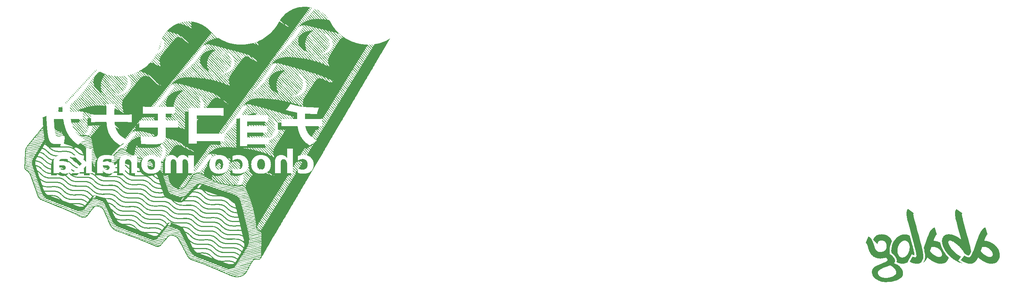
<source format=gbo>
G04 #@! TF.GenerationSoftware,KiCad,Pcbnew,8.0.1*
G04 #@! TF.CreationDate,2024-03-30T21:55:45-07:00*
G04 #@! TF.ProjectId,proj,70726f6a-2e6b-4696-9361-645f70636258,rev?*
G04 #@! TF.SameCoordinates,Original*
G04 #@! TF.FileFunction,Legend,Bot*
G04 #@! TF.FilePolarity,Positive*
%FSLAX46Y46*%
G04 Gerber Fmt 4.6, Leading zero omitted, Abs format (unit mm)*
G04 Created by KiCad (PCBNEW 8.0.1) date 2024-03-30 21:55:45*
%MOMM*%
%LPD*%
G01*
G04 APERTURE LIST*
%ADD10C,0.000000*%
%ADD11O,1.400000X2.500000*%
%ADD12C,0.650000*%
%ADD13O,1.000000X2.100000*%
%ADD14O,1.000000X1.600000*%
%ADD15C,1.900000*%
%ADD16C,1.600000*%
%ADD17C,5.050000*%
%ADD18C,3.050000*%
G04 APERTURE END LIST*
D10*
G36*
X40708301Y-103556556D02*
G01*
X41078830Y-103951773D01*
X42151290Y-105101257D01*
X42058479Y-105103188D01*
X42013498Y-105104019D01*
X41969924Y-105104363D01*
X41057502Y-104118460D01*
X40719783Y-103751059D01*
X40526077Y-103536499D01*
X40531234Y-103470871D01*
X40532731Y-103458127D01*
X40534219Y-103446585D01*
X40537143Y-103425709D01*
X40539959Y-103405451D01*
X40541311Y-103394681D01*
X40542617Y-103383019D01*
X40708301Y-103556556D01*
G37*
G36*
X43115051Y-106769379D02*
G01*
X43958816Y-107685541D01*
X44505880Y-108290418D01*
X44682189Y-108492665D01*
X44801171Y-108636940D01*
X44868442Y-108729859D01*
X44884440Y-108759127D01*
X44889617Y-108778038D01*
X44889617Y-108877258D01*
X44813140Y-108799233D01*
X44558465Y-108529574D01*
X44106300Y-108042607D01*
X42923339Y-106761620D01*
X43115051Y-106769379D01*
G37*
G36*
X62013080Y-88321347D02*
G01*
X62044763Y-88362001D01*
X62071509Y-88398015D01*
X62093341Y-88429505D01*
X62102422Y-88443592D01*
X62110283Y-88456592D01*
X62116927Y-88468521D01*
X62122356Y-88479393D01*
X62126574Y-88489223D01*
X62129584Y-88498027D01*
X62131387Y-88505818D01*
X62131988Y-88512611D01*
X62131988Y-88613892D01*
X62026061Y-88504341D01*
X61931488Y-88402023D01*
X61936834Y-88386051D01*
X61942348Y-88370212D01*
X61953700Y-88338786D01*
X61965185Y-88307456D01*
X61976440Y-88275932D01*
X62013080Y-88321347D01*
G37*
G36*
X53123532Y-97508176D02*
G01*
X53659311Y-98098190D01*
X53830728Y-98293468D01*
X53945783Y-98431571D01*
X54010442Y-98519485D01*
X54025737Y-98546803D01*
X54030670Y-98564194D01*
X54030430Y-98581619D01*
X54029654Y-98597882D01*
X54028395Y-98612624D01*
X54026706Y-98625488D01*
X54025718Y-98631104D01*
X54024642Y-98636117D01*
X54023485Y-98640481D01*
X54022254Y-98644152D01*
X54020956Y-98647084D01*
X54019597Y-98649235D01*
X54018184Y-98650558D01*
X54017459Y-98650895D01*
X54016723Y-98651009D01*
X53853651Y-98479979D01*
X53428556Y-98024828D01*
X52113998Y-96609795D01*
X52158213Y-96609161D01*
X52202390Y-96608235D01*
X52290725Y-96605652D01*
X53123532Y-97508176D01*
G37*
G36*
X44929994Y-96843214D02*
G01*
X44931658Y-96843333D01*
X44933351Y-96843541D01*
X44935076Y-96843840D01*
X44936835Y-96844228D01*
X44938630Y-96844709D01*
X44940463Y-96845282D01*
X44942337Y-96845947D01*
X44946226Y-96847624D01*
X44950296Y-96849658D01*
X44954561Y-96852059D01*
X44959036Y-96854834D01*
X44963738Y-96857991D01*
X44968681Y-96861540D01*
X44973882Y-96865488D01*
X44979356Y-96869844D01*
X44985119Y-96874615D01*
X44991185Y-96879811D01*
X44997570Y-96885440D01*
X45004291Y-96891509D01*
X45018800Y-96905005D01*
X45034835Y-96920364D01*
X45049688Y-96934985D01*
X45062964Y-96948538D01*
X45074708Y-96961119D01*
X45084962Y-96972822D01*
X45093770Y-96983744D01*
X45101177Y-96993978D01*
X45107224Y-97003622D01*
X45109752Y-97008252D01*
X45111957Y-97012770D01*
X45113844Y-97017187D01*
X45115418Y-97021517D01*
X45116686Y-97025770D01*
X45117652Y-97029958D01*
X45118322Y-97034094D01*
X45118702Y-97038189D01*
X45118796Y-97042256D01*
X45118610Y-97046306D01*
X45118151Y-97050351D01*
X45117422Y-97054403D01*
X45116430Y-97058474D01*
X45115181Y-97062575D01*
X45111929Y-97070919D01*
X45107711Y-97079529D01*
X45099839Y-97093663D01*
X45096059Y-97099944D01*
X45092358Y-97105693D01*
X45088717Y-97110904D01*
X45085115Y-97115571D01*
X45081535Y-97119687D01*
X45077955Y-97123247D01*
X45074358Y-97126244D01*
X45070724Y-97128673D01*
X45067034Y-97130526D01*
X45063267Y-97131798D01*
X45059406Y-97132484D01*
X45055431Y-97132576D01*
X45051321Y-97132068D01*
X45047060Y-97130955D01*
X45042625Y-97129230D01*
X45038000Y-97126887D01*
X45033163Y-97123920D01*
X45028097Y-97120324D01*
X45022782Y-97116091D01*
X45017197Y-97111215D01*
X45011325Y-97105691D01*
X45005146Y-97099512D01*
X44998640Y-97092673D01*
X44991788Y-97085167D01*
X44976970Y-97068129D01*
X44960538Y-97048349D01*
X44942337Y-97025780D01*
X44929341Y-97009279D01*
X44917820Y-96994166D01*
X44907741Y-96980331D01*
X44899067Y-96967666D01*
X44891766Y-96956060D01*
X44885802Y-96945405D01*
X44881142Y-96935592D01*
X44877752Y-96926511D01*
X44876522Y-96922211D01*
X44875596Y-96918054D01*
X44874971Y-96914025D01*
X44874642Y-96910111D01*
X44874604Y-96906298D01*
X44874853Y-96902573D01*
X44875386Y-96898922D01*
X44876198Y-96895331D01*
X44877283Y-96891787D01*
X44878640Y-96888276D01*
X44882146Y-96881299D01*
X44886681Y-96874291D01*
X44892211Y-96867142D01*
X44895338Y-96863458D01*
X44898391Y-96860062D01*
X44901384Y-96856959D01*
X44904335Y-96854155D01*
X44907260Y-96851656D01*
X44908717Y-96850522D01*
X44910174Y-96849467D01*
X44911633Y-96848491D01*
X44913095Y-96847595D01*
X44914563Y-96846779D01*
X44916038Y-96846045D01*
X44917523Y-96845392D01*
X44919020Y-96844823D01*
X44920530Y-96844337D01*
X44922056Y-96843935D01*
X44923600Y-96843618D01*
X44925164Y-96843387D01*
X44926750Y-96843242D01*
X44928359Y-96843184D01*
X44929994Y-96843214D01*
G37*
G36*
X45503565Y-96214187D02*
G01*
X45506270Y-96214448D01*
X45509030Y-96214929D01*
X45511854Y-96215632D01*
X45514750Y-96216562D01*
X45517726Y-96217721D01*
X45520790Y-96219113D01*
X45523950Y-96220740D01*
X45527214Y-96222606D01*
X45530592Y-96224715D01*
X45534090Y-96227069D01*
X45537716Y-96229672D01*
X45541480Y-96232526D01*
X45549450Y-96239004D01*
X45558066Y-96246529D01*
X45567392Y-96255126D01*
X45577493Y-96264822D01*
X45588434Y-96275642D01*
X45600281Y-96287612D01*
X45613098Y-96300758D01*
X45629224Y-96317572D01*
X45643481Y-96332851D01*
X45655921Y-96346730D01*
X45666599Y-96359344D01*
X45675571Y-96370828D01*
X45682889Y-96381314D01*
X45685946Y-96386226D01*
X45688610Y-96390939D01*
X45690888Y-96395470D01*
X45692787Y-96399837D01*
X45694313Y-96404054D01*
X45695474Y-96408141D01*
X45696277Y-96412113D01*
X45696727Y-96415987D01*
X45696833Y-96419780D01*
X45696600Y-96423508D01*
X45696036Y-96427190D01*
X45695147Y-96430840D01*
X45693941Y-96434477D01*
X45692423Y-96438117D01*
X45690602Y-96441777D01*
X45688483Y-96445473D01*
X45683380Y-96453043D01*
X45677169Y-96460960D01*
X45673714Y-96465046D01*
X45670364Y-96468821D01*
X45667100Y-96472279D01*
X45663903Y-96475411D01*
X45660753Y-96478209D01*
X45657632Y-96480667D01*
X45654520Y-96482776D01*
X45651398Y-96484528D01*
X45648246Y-96485916D01*
X45645045Y-96486932D01*
X45641776Y-96487568D01*
X45638419Y-96487816D01*
X45634956Y-96487669D01*
X45631366Y-96487119D01*
X45627631Y-96486159D01*
X45623731Y-96484779D01*
X45619647Y-96482974D01*
X45615360Y-96480734D01*
X45610850Y-96478053D01*
X45606098Y-96474922D01*
X45601085Y-96471334D01*
X45595792Y-96467281D01*
X45590198Y-96462755D01*
X45584285Y-96457748D01*
X45578034Y-96452253D01*
X45571425Y-96446263D01*
X45557057Y-96432762D01*
X45541026Y-96417184D01*
X45523178Y-96399467D01*
X45505492Y-96381642D01*
X45489931Y-96365598D01*
X45476428Y-96351179D01*
X45464921Y-96338224D01*
X45455345Y-96326576D01*
X45447635Y-96316075D01*
X45444461Y-96311205D01*
X45441729Y-96306563D01*
X45439431Y-96302128D01*
X45437561Y-96297881D01*
X45436108Y-96293802D01*
X45435067Y-96289871D01*
X45434428Y-96286068D01*
X45434183Y-96282374D01*
X45434325Y-96278768D01*
X45434846Y-96275230D01*
X45435737Y-96271742D01*
X45436991Y-96268283D01*
X45438599Y-96264833D01*
X45440553Y-96261372D01*
X45442846Y-96257881D01*
X45445469Y-96254339D01*
X45451675Y-96247026D01*
X45459106Y-96239273D01*
X45463051Y-96235405D01*
X45466875Y-96231833D01*
X45468746Y-96230161D01*
X45470591Y-96228565D01*
X45472414Y-96227048D01*
X45474214Y-96225609D01*
X45475995Y-96224250D01*
X45477757Y-96222972D01*
X45479503Y-96221775D01*
X45481235Y-96220661D01*
X45482954Y-96219630D01*
X45484662Y-96218684D01*
X45486361Y-96217823D01*
X45488052Y-96217049D01*
X45490593Y-96216060D01*
X45493141Y-96215272D01*
X45495705Y-96214688D01*
X45498291Y-96214310D01*
X45500908Y-96214142D01*
X45503565Y-96214187D01*
G37*
G36*
X87793732Y-109822267D02*
G01*
X88204425Y-110278350D01*
X88335644Y-110430692D01*
X88422429Y-110538508D01*
X88468522Y-110606255D01*
X88477476Y-110626496D01*
X88477661Y-110638390D01*
X88474549Y-110644148D01*
X88471269Y-110649632D01*
X88467850Y-110654819D01*
X88464318Y-110659689D01*
X88460702Y-110664220D01*
X88457031Y-110668389D01*
X88453331Y-110672175D01*
X88449632Y-110675556D01*
X88445961Y-110678511D01*
X88442346Y-110681017D01*
X88438815Y-110683053D01*
X88435395Y-110684597D01*
X88433737Y-110685177D01*
X88432116Y-110685627D01*
X88430538Y-110685942D01*
X88429006Y-110686121D01*
X88427522Y-110686161D01*
X88426091Y-110686059D01*
X88424716Y-110685812D01*
X88423400Y-110685417D01*
X88296550Y-110551889D01*
X87985881Y-110218721D01*
X87160430Y-109330978D01*
X87160430Y-109134613D01*
X87793732Y-109822267D01*
G37*
G36*
X43184775Y-98723623D02*
G01*
X43187515Y-98723936D01*
X43190321Y-98724457D01*
X43193203Y-98725189D01*
X43196165Y-98726135D01*
X43199217Y-98727298D01*
X43202366Y-98728680D01*
X43205618Y-98730286D01*
X43208981Y-98732117D01*
X43212463Y-98734177D01*
X43216072Y-98736468D01*
X43219813Y-98738995D01*
X43223695Y-98741759D01*
X43231912Y-98748011D01*
X43240780Y-98755250D01*
X43250359Y-98763499D01*
X43260708Y-98772781D01*
X43271886Y-98783121D01*
X43283952Y-98794542D01*
X43296966Y-98807068D01*
X43315183Y-98824835D01*
X43331140Y-98840700D01*
X43344908Y-98854856D01*
X43356554Y-98867496D01*
X43366147Y-98878815D01*
X43370196Y-98884039D01*
X43373757Y-98889005D01*
X43376840Y-98893737D01*
X43379452Y-98898260D01*
X43381603Y-98902598D01*
X43383300Y-98906774D01*
X43384554Y-98910813D01*
X43385371Y-98914739D01*
X43385762Y-98918577D01*
X43385734Y-98922350D01*
X43385296Y-98926082D01*
X43384456Y-98929799D01*
X43383224Y-98933524D01*
X43381608Y-98937281D01*
X43379616Y-98941094D01*
X43377257Y-98944988D01*
X43371473Y-98953114D01*
X43364325Y-98961853D01*
X43355880Y-98971397D01*
X43347097Y-98980917D01*
X43343014Y-98985150D01*
X43339105Y-98989020D01*
X43335345Y-98992517D01*
X43331709Y-98995631D01*
X43328173Y-98998352D01*
X43324713Y-99000671D01*
X43321304Y-99002578D01*
X43317922Y-99004063D01*
X43314543Y-99005117D01*
X43311141Y-99005730D01*
X43309424Y-99005868D01*
X43307693Y-99005891D01*
X43305944Y-99005800D01*
X43304174Y-99005593D01*
X43300559Y-99004824D01*
X43296825Y-99003575D01*
X43292946Y-99001837D01*
X43288899Y-98999600D01*
X43284659Y-98996853D01*
X43280201Y-98993588D01*
X43275502Y-98989795D01*
X43270536Y-98985463D01*
X43265279Y-98980584D01*
X43259707Y-98975147D01*
X43253795Y-98969143D01*
X43247519Y-98962563D01*
X43233778Y-98947632D01*
X43218287Y-98930278D01*
X43200851Y-98910423D01*
X43185054Y-98892193D01*
X43171120Y-98875684D01*
X43158997Y-98860756D01*
X43148633Y-98847267D01*
X43139975Y-98835075D01*
X43132971Y-98824038D01*
X43127570Y-98814016D01*
X43125453Y-98809341D01*
X43123718Y-98804867D01*
X43122357Y-98800575D01*
X43121364Y-98796448D01*
X43120732Y-98792469D01*
X43120455Y-98788619D01*
X43120527Y-98784881D01*
X43120940Y-98781238D01*
X43121689Y-98777671D01*
X43122766Y-98774163D01*
X43124166Y-98770696D01*
X43125882Y-98767252D01*
X43127906Y-98763815D01*
X43130234Y-98760365D01*
X43135771Y-98753360D01*
X43142440Y-98746094D01*
X43146105Y-98742500D01*
X43149613Y-98739217D01*
X43151320Y-98737692D01*
X43153000Y-98736244D01*
X43154659Y-98734873D01*
X43156301Y-98733579D01*
X43157929Y-98732360D01*
X43159549Y-98731218D01*
X43161165Y-98730152D01*
X43162780Y-98729160D01*
X43164399Y-98728244D01*
X43166027Y-98727403D01*
X43167668Y-98726637D01*
X43169326Y-98725945D01*
X43171820Y-98725072D01*
X43174336Y-98724390D01*
X43176882Y-98723901D01*
X43179466Y-98723608D01*
X43182094Y-98723515D01*
X43184775Y-98723623D01*
G37*
G36*
X86656490Y-109999146D02*
G01*
X86704067Y-109999959D01*
X86795089Y-110001740D01*
X87293639Y-110548437D01*
X87483202Y-110759937D01*
X87634004Y-110931932D01*
X87746830Y-111065716D01*
X87822463Y-111162586D01*
X87846578Y-111197582D01*
X87861690Y-111223836D01*
X87867896Y-111241509D01*
X87867690Y-111247178D01*
X87865295Y-111250763D01*
X87856548Y-111256950D01*
X87848421Y-111262181D01*
X87844557Y-111264431D01*
X87840808Y-111266431D01*
X87837161Y-111268181D01*
X87833603Y-111269675D01*
X87830120Y-111270911D01*
X87826699Y-111271886D01*
X87823327Y-111272597D01*
X87819990Y-111273040D01*
X87816675Y-111273212D01*
X87813369Y-111273110D01*
X87810059Y-111272731D01*
X87806732Y-111272072D01*
X87803373Y-111271129D01*
X87799970Y-111269899D01*
X87796510Y-111268379D01*
X87792979Y-111266566D01*
X87789363Y-111264457D01*
X87785651Y-111262048D01*
X87781828Y-111259336D01*
X87777881Y-111256318D01*
X87773796Y-111252992D01*
X87769562Y-111249352D01*
X87760587Y-111241124D01*
X87750852Y-111231609D01*
X87740249Y-111220779D01*
X86606979Y-109998642D01*
X86656490Y-109999146D01*
G37*
G36*
X240415161Y-137727203D02*
G01*
X240486138Y-138028552D01*
X240547986Y-138307810D01*
X240599647Y-138561767D01*
X240621326Y-138678256D01*
X240640060Y-138787216D01*
X240642991Y-138806208D01*
X240645414Y-138823668D01*
X240649909Y-138857773D01*
X240654442Y-138897283D01*
X240656818Y-138933326D01*
X240657119Y-138965980D01*
X240655426Y-138995327D01*
X240651819Y-139021444D01*
X240649324Y-139033317D01*
X240646381Y-139044412D01*
X240643000Y-139054740D01*
X240639191Y-139064311D01*
X240634965Y-139073134D01*
X240630331Y-139081219D01*
X240625301Y-139088576D01*
X240619883Y-139095216D01*
X240614088Y-139101148D01*
X240607926Y-139106382D01*
X240601407Y-139110929D01*
X240594542Y-139114797D01*
X240587341Y-139117997D01*
X240579813Y-139120539D01*
X240571968Y-139122433D01*
X240563818Y-139123689D01*
X240555372Y-139124316D01*
X240546640Y-139124326D01*
X240528359Y-139122529D01*
X240509056Y-139118378D01*
X240492112Y-139113585D01*
X240475719Y-139108448D01*
X240459642Y-139102921D01*
X240443645Y-139096960D01*
X240427492Y-139090521D01*
X240410947Y-139083558D01*
X240393775Y-139076028D01*
X240375740Y-139067886D01*
X240323948Y-139042702D01*
X240265814Y-139012089D01*
X240205419Y-138978754D01*
X240146848Y-138945406D01*
X240012474Y-138866058D01*
X239002525Y-140816788D01*
X238888657Y-140875957D01*
X238773708Y-140929494D01*
X238657829Y-140977377D01*
X238541169Y-141019587D01*
X238423877Y-141056102D01*
X238306103Y-141086902D01*
X238187997Y-141111965D01*
X238069708Y-141131271D01*
X237951387Y-141144800D01*
X237833182Y-141152530D01*
X237715243Y-141154440D01*
X237597720Y-141150510D01*
X237480763Y-141140720D01*
X237364521Y-141125047D01*
X237249143Y-141103472D01*
X237134780Y-141075974D01*
X237085483Y-141061850D01*
X237036531Y-141046635D01*
X236987934Y-141030332D01*
X236939704Y-141012949D01*
X236891853Y-140994489D01*
X236844391Y-140974959D01*
X236797330Y-140954364D01*
X236750680Y-140932709D01*
X236704454Y-140910000D01*
X236658663Y-140886242D01*
X236613317Y-140861440D01*
X236568429Y-140835600D01*
X236524008Y-140808728D01*
X236480067Y-140780829D01*
X236436617Y-140751907D01*
X236393669Y-140721970D01*
X236403109Y-140684859D01*
X236411425Y-140647681D01*
X236418625Y-140610471D01*
X236424714Y-140573262D01*
X236429698Y-140536091D01*
X236433583Y-140498993D01*
X236436377Y-140462003D01*
X236438084Y-140425156D01*
X236438711Y-140388486D01*
X236438265Y-140352030D01*
X236436751Y-140315823D01*
X236434175Y-140279899D01*
X236430545Y-140244293D01*
X236425865Y-140209042D01*
X236420142Y-140174179D01*
X236413383Y-140139740D01*
X236400048Y-140082513D01*
X236384688Y-140026373D01*
X236367407Y-139971304D01*
X236348310Y-139917289D01*
X236327501Y-139864314D01*
X236305085Y-139812361D01*
X236281168Y-139761416D01*
X236255854Y-139711462D01*
X236229248Y-139662484D01*
X236201454Y-139614465D01*
X236172578Y-139567389D01*
X236142723Y-139521242D01*
X236111996Y-139476006D01*
X236080501Y-139431667D01*
X236015624Y-139345612D01*
X235963687Y-139280765D01*
X235911039Y-139218083D01*
X235857843Y-139157578D01*
X235804262Y-139099258D01*
X235750460Y-139043135D01*
X235696600Y-138989217D01*
X235642846Y-138937515D01*
X235589361Y-138888039D01*
X235536307Y-138840798D01*
X235483850Y-138795804D01*
X235381374Y-138712593D01*
X235283241Y-138638486D01*
X235190757Y-138573563D01*
X235178169Y-138472238D01*
X235168174Y-138370332D01*
X235160768Y-138267916D01*
X235155945Y-138165058D01*
X235154512Y-138099104D01*
X236605458Y-138099104D01*
X236615591Y-138287576D01*
X236639084Y-138469081D01*
X236675527Y-138642440D01*
X236724513Y-138806477D01*
X236785632Y-138960013D01*
X236858478Y-139101871D01*
X236942642Y-139230875D01*
X236988840Y-139290187D01*
X237037715Y-139345845D01*
X237089215Y-139397700D01*
X237143289Y-139445605D01*
X237199886Y-139489413D01*
X237258956Y-139528976D01*
X237320447Y-139564149D01*
X237384308Y-139594783D01*
X237450488Y-139620731D01*
X237518936Y-139641846D01*
X237588776Y-139657801D01*
X237659070Y-139668435D01*
X237729698Y-139673851D01*
X237800544Y-139674149D01*
X237871489Y-139669433D01*
X237942416Y-139659804D01*
X238013206Y-139645364D01*
X238083741Y-139626215D01*
X238153905Y-139602459D01*
X238223579Y-139574198D01*
X238292646Y-139541534D01*
X238360986Y-139504569D01*
X238428484Y-139463405D01*
X238495020Y-139418144D01*
X238560477Y-139368888D01*
X238624737Y-139315739D01*
X238687683Y-139258798D01*
X238749196Y-139198169D01*
X238809158Y-139133952D01*
X238867453Y-139066250D01*
X238923961Y-138995165D01*
X238978566Y-138920799D01*
X239031148Y-138843253D01*
X239081592Y-138762631D01*
X239129778Y-138679032D01*
X239175588Y-138592561D01*
X239218906Y-138503318D01*
X239259612Y-138411406D01*
X239297590Y-138316927D01*
X239332722Y-138219982D01*
X239364889Y-138120674D01*
X239393974Y-138019104D01*
X239441359Y-137814520D01*
X239473750Y-137612195D01*
X239491555Y-137413306D01*
X239495182Y-137219032D01*
X239485040Y-137030551D01*
X239461537Y-136849039D01*
X239425081Y-136675674D01*
X239376082Y-136511635D01*
X239314947Y-136358098D01*
X239242085Y-136216242D01*
X239157905Y-136087245D01*
X239111698Y-136027935D01*
X239062814Y-135972282D01*
X239011305Y-135920433D01*
X238957222Y-135872534D01*
X238900615Y-135828733D01*
X238841537Y-135789177D01*
X238780036Y-135754013D01*
X238716166Y-135723388D01*
X238649977Y-135697450D01*
X238581520Y-135676346D01*
X238552062Y-135668970D01*
X238522375Y-135662543D01*
X238492471Y-135657068D01*
X238462360Y-135652546D01*
X238432053Y-135648978D01*
X238401561Y-135646365D01*
X238370894Y-135644710D01*
X238340064Y-135644012D01*
X238275676Y-135645600D01*
X238211356Y-135651225D01*
X238147184Y-135660807D01*
X238083238Y-135674265D01*
X238019600Y-135691520D01*
X237956347Y-135712492D01*
X237893558Y-135737098D01*
X237831314Y-135765261D01*
X237769693Y-135796899D01*
X237708774Y-135831931D01*
X237648638Y-135870279D01*
X237589362Y-135911861D01*
X237531027Y-135956597D01*
X237473711Y-136004407D01*
X237417493Y-136055210D01*
X237362454Y-136108927D01*
X237308672Y-136165477D01*
X237256226Y-136224779D01*
X237205196Y-136286754D01*
X237155660Y-136351321D01*
X237061392Y-136487910D01*
X236974053Y-136633904D01*
X236894279Y-136788661D01*
X236822702Y-136951539D01*
X236790187Y-137035823D01*
X236759958Y-137121895D01*
X236732096Y-137209677D01*
X236706680Y-137299088D01*
X236659294Y-137503655D01*
X236626901Y-137705966D01*
X236609092Y-137904841D01*
X236605458Y-138099104D01*
X235154512Y-138099104D01*
X235153702Y-138061828D01*
X235154033Y-137958295D01*
X235156935Y-137854530D01*
X235162404Y-137750601D01*
X235170433Y-137646578D01*
X235181019Y-137542531D01*
X235194158Y-137438529D01*
X235209845Y-137334642D01*
X235228075Y-137230939D01*
X235248844Y-137127490D01*
X235272147Y-137024364D01*
X235297981Y-136921631D01*
X235384707Y-136636710D01*
X235488844Y-136362492D01*
X235609406Y-136099905D01*
X235745406Y-135849880D01*
X235895855Y-135613345D01*
X236059768Y-135391231D01*
X236236157Y-135184467D01*
X236424035Y-134993982D01*
X236622414Y-134820707D01*
X236830308Y-134665571D01*
X237046730Y-134529503D01*
X237157831Y-134468910D01*
X237270693Y-134413433D01*
X237385193Y-134363188D01*
X237501209Y-134318290D01*
X237618616Y-134278858D01*
X237737291Y-134245005D01*
X237857111Y-134216850D01*
X237977952Y-134194507D01*
X238099692Y-134178093D01*
X238222206Y-134167725D01*
X238222198Y-134167725D01*
X238316948Y-134163966D01*
X238411336Y-134163958D01*
X238505287Y-134167691D01*
X238598727Y-134175159D01*
X238691579Y-134186354D01*
X238783770Y-134201267D01*
X238875224Y-134219891D01*
X238965866Y-134242218D01*
X239042517Y-134265025D01*
X239118325Y-134290484D01*
X239193246Y-134318576D01*
X239267237Y-134349281D01*
X239340255Y-134382582D01*
X239412257Y-134418459D01*
X239483199Y-134456892D01*
X239553039Y-134497864D01*
X239644096Y-134834717D01*
X240061054Y-136355072D01*
X240250078Y-137069542D01*
X240287602Y-137219032D01*
X240415161Y-137727203D01*
G37*
G36*
X64295778Y-105477295D02*
G01*
X64332901Y-105478126D01*
X64405761Y-105480049D01*
X64405242Y-105479530D01*
X64500131Y-105480810D01*
X64546754Y-105481824D01*
X64593338Y-105483154D01*
X65292007Y-106237633D01*
X66065597Y-107071678D01*
X66024313Y-107074418D01*
X65977813Y-107077806D01*
X65884216Y-107084602D01*
X64954559Y-106075882D01*
X64708700Y-105809709D01*
X64543212Y-105629395D01*
X64543212Y-106055718D01*
X64603668Y-106120842D01*
X65519897Y-107109924D01*
X65513853Y-107110401D01*
X65508638Y-107110784D01*
X65506065Y-107110996D01*
X65503368Y-107111254D01*
X65500437Y-107111578D01*
X65497161Y-107111992D01*
X65414829Y-107115987D01*
X65335403Y-107119232D01*
X64543212Y-106262428D01*
X64543212Y-106363724D01*
X64467968Y-106357687D01*
X64391609Y-106352913D01*
X64314311Y-106349152D01*
X64236251Y-106346153D01*
X64963333Y-107132141D01*
X64884460Y-107133772D01*
X64845689Y-107134450D01*
X64809341Y-107134728D01*
X64765930Y-107134728D01*
X64037292Y-106342011D01*
X64002151Y-106341492D01*
X63914429Y-106338617D01*
X63823635Y-106337013D01*
X63638870Y-106334778D01*
X64380432Y-107134728D01*
X64186645Y-107134728D01*
X63446640Y-106331162D01*
X63404769Y-106330132D01*
X63163970Y-106330132D01*
X63163970Y-105477463D01*
X64004226Y-105477463D01*
X64257430Y-105476952D01*
X64295778Y-105477295D01*
G37*
G36*
X63797515Y-107134209D02*
G01*
X63604766Y-107134209D01*
X63163970Y-106654648D01*
X63163970Y-106450531D01*
X63797515Y-107134209D01*
G37*
G36*
X72471405Y-103945259D02*
G01*
X72692581Y-104180901D01*
X72497238Y-104180901D01*
X72462018Y-104141789D01*
X72443922Y-104121993D01*
X72434213Y-104111629D01*
X72423858Y-104100800D01*
X72366262Y-104040185D01*
X72341847Y-104013593D01*
X72320161Y-103989173D01*
X72301057Y-103966700D01*
X72284391Y-103945946D01*
X72270016Y-103926684D01*
X72257787Y-103908687D01*
X72247559Y-103891727D01*
X72239185Y-103875578D01*
X72232520Y-103860013D01*
X72227420Y-103844804D01*
X72223737Y-103829724D01*
X72221327Y-103814547D01*
X72220043Y-103799044D01*
X72219741Y-103782990D01*
X72220260Y-103677063D01*
X72471405Y-103945259D01*
G37*
G36*
X102276306Y-83814186D02*
G01*
X102372628Y-83988853D01*
X102417738Y-84070653D01*
X102525037Y-84252922D01*
X102565075Y-84320934D01*
X102718168Y-84565015D01*
X102876868Y-84802883D01*
X103041026Y-85034526D01*
X103210494Y-85259930D01*
X103385124Y-85479082D01*
X103564765Y-85691970D01*
X103749271Y-85898580D01*
X103938491Y-86098900D01*
X104132278Y-86292916D01*
X104330483Y-86480616D01*
X104532957Y-86661987D01*
X104739550Y-86837015D01*
X104950116Y-87005687D01*
X105164504Y-87167992D01*
X105197943Y-87201200D01*
X105213910Y-87216485D01*
X105229438Y-87230880D01*
X105244577Y-87244377D01*
X105259374Y-87256969D01*
X105273877Y-87268646D01*
X105288135Y-87279402D01*
X105302195Y-87289227D01*
X105316105Y-87298115D01*
X105329913Y-87306056D01*
X105343667Y-87313043D01*
X105357416Y-87319069D01*
X105371207Y-87324124D01*
X105385089Y-87328201D01*
X105399108Y-87331291D01*
X105462156Y-87373138D01*
X105715716Y-87541436D01*
X105810072Y-87598969D01*
X106038987Y-87738546D01*
X106365523Y-87920914D01*
X106368499Y-87922576D01*
X106703833Y-88093483D01*
X107044567Y-88251223D01*
X107044968Y-88251390D01*
X107390282Y-88395752D01*
X107740555Y-88527027D01*
X107968378Y-88602865D01*
X108094966Y-88645003D01*
X108453095Y-88749638D01*
X108814521Y-88840886D01*
X109178823Y-88918705D01*
X109520951Y-88978729D01*
X109545580Y-88983050D01*
X109914372Y-89033878D01*
X110284778Y-89071145D01*
X110656376Y-89094807D01*
X111028747Y-89104820D01*
X111024612Y-89109474D01*
X111314514Y-89423149D01*
X111795623Y-89943527D01*
X111986312Y-90150238D01*
X112056579Y-90030350D01*
X112070647Y-90005744D01*
X112083426Y-89981823D01*
X112094659Y-89959174D01*
X112104087Y-89938388D01*
X112111453Y-89920053D01*
X112114281Y-89911989D01*
X112116497Y-89904759D01*
X112118069Y-89898437D01*
X112118963Y-89893095D01*
X112119148Y-89888809D01*
X112118591Y-89885651D01*
X112111912Y-89876037D01*
X112095531Y-89856327D01*
X112037584Y-89790767D01*
X111848453Y-89584175D01*
X111614044Y-89332339D01*
X111397201Y-89101723D01*
X111492557Y-89098222D01*
X111587890Y-89093971D01*
X111611969Y-89120401D01*
X111634233Y-89145147D01*
X111657999Y-89171436D01*
X111686584Y-89202492D01*
X112157348Y-89708923D01*
X112166531Y-89718679D01*
X112174760Y-89727018D01*
X112178565Y-89730635D01*
X112182191Y-89733872D01*
X112185658Y-89736722D01*
X112188985Y-89739176D01*
X112192191Y-89741226D01*
X112195298Y-89742864D01*
X112198324Y-89744081D01*
X112201289Y-89744869D01*
X112204213Y-89745219D01*
X112205666Y-89745228D01*
X112207116Y-89745124D01*
X112210018Y-89744575D01*
X112212938Y-89743564D01*
X112215896Y-89742082D01*
X112218912Y-89740122D01*
X112222006Y-89737674D01*
X112225197Y-89734731D01*
X112228505Y-89731285D01*
X112231951Y-89727326D01*
X112235553Y-89722847D01*
X112239331Y-89717840D01*
X112243306Y-89712296D01*
X112247498Y-89706207D01*
X112256607Y-89692360D01*
X112266818Y-89676234D01*
X112278289Y-89657761D01*
X112291799Y-89635251D01*
X112304395Y-89613028D01*
X112315803Y-89591664D01*
X112325750Y-89571729D01*
X112333962Y-89553795D01*
X112340167Y-89538436D01*
X112342431Y-89531899D01*
X112344090Y-89526221D01*
X112345111Y-89521472D01*
X112345458Y-89517723D01*
X112344904Y-89515785D01*
X112343265Y-89512715D01*
X112336861Y-89503320D01*
X112326517Y-89489825D01*
X112312499Y-89472517D01*
X112274516Y-89427609D01*
X112225055Y-89370888D01*
X112166260Y-89304648D01*
X112100275Y-89231184D01*
X111955306Y-89071755D01*
X112000563Y-89067593D01*
X112045766Y-89062859D01*
X112136169Y-89053139D01*
X112456039Y-89388008D01*
X112528915Y-89258820D01*
X112600738Y-89129631D01*
X112492218Y-89013351D01*
X112512489Y-89010553D01*
X112532727Y-89007461D01*
X112573141Y-89000699D01*
X112613528Y-88993676D01*
X112653961Y-88987000D01*
X112677230Y-89012322D01*
X112695312Y-88980278D01*
X112933355Y-88939589D01*
X113170618Y-88893175D01*
X113406986Y-88841014D01*
X113642345Y-88783086D01*
X113876580Y-88719369D01*
X114109578Y-88649843D01*
X114341222Y-88574487D01*
X114571399Y-88493280D01*
X114799995Y-88406202D01*
X115026894Y-88313231D01*
X115251982Y-88214347D01*
X115475145Y-88109528D01*
X115696268Y-87998754D01*
X115915236Y-87882004D01*
X116131936Y-87759258D01*
X116346252Y-87630493D01*
X114802115Y-90263924D01*
X114574598Y-90651941D01*
X114356895Y-91023220D01*
X114135496Y-91400803D01*
X113891586Y-91816775D01*
X113692016Y-92157131D01*
X113471596Y-92533043D01*
X113227163Y-92949908D01*
X113025414Y-93293978D01*
X112804676Y-93670433D01*
X112581960Y-94050263D01*
X112360320Y-94428256D01*
X112137465Y-94808321D01*
X111918069Y-95182487D01*
X111686571Y-95577293D01*
X111472610Y-95942190D01*
X111251754Y-96318848D01*
X111028601Y-96699422D01*
X110805394Y-97080086D01*
X110586646Y-97453148D01*
X110352723Y-97852089D01*
X110140821Y-98213476D01*
X109912753Y-98602432D01*
X109697918Y-98968819D01*
X109477173Y-99345286D01*
X109254073Y-99725771D01*
X109033719Y-100101570D01*
X108803133Y-100494820D01*
X108589214Y-100859645D01*
X108367403Y-101237930D01*
X108138026Y-101629120D01*
X107922019Y-101997507D01*
X107703812Y-102369644D01*
X107478072Y-102754631D01*
X107257150Y-103131400D01*
X107030827Y-103517380D01*
X106813568Y-103887901D01*
X106587145Y-104274051D01*
X106366024Y-104651161D01*
X106148461Y-105022202D01*
X105919991Y-105411842D01*
X105703178Y-105781604D01*
X105482749Y-106157532D01*
X105253371Y-106548721D01*
X105038029Y-106915975D01*
X104810980Y-107303192D01*
X104593113Y-107674751D01*
X103482586Y-109568687D01*
X103263815Y-109941788D01*
X103044362Y-110316051D01*
X102813542Y-110709702D01*
X102598104Y-111077118D01*
X102369934Y-111466248D01*
X101489179Y-112968321D01*
X101262435Y-113355019D01*
X101043964Y-113727608D01*
X100817870Y-114113197D01*
X100598844Y-114486733D01*
X100378557Y-114862419D01*
X98808965Y-117539261D01*
X97043937Y-120549408D01*
X96818192Y-120934403D01*
X96601842Y-121303375D01*
X96378521Y-121684235D01*
X96151577Y-122071274D01*
X95937043Y-122437149D01*
X95710994Y-122822662D01*
X95486124Y-123206163D01*
X95271027Y-123572998D01*
X95044978Y-123958511D01*
X94819738Y-124342643D01*
X94606828Y-124705750D01*
X94373817Y-125103134D01*
X94159283Y-125469009D01*
X93934755Y-125851929D01*
X93717796Y-126221939D01*
X93494788Y-126602264D01*
X93269947Y-126985718D01*
X93052388Y-127356750D01*
X92826948Y-127741226D01*
X92601811Y-128125183D01*
X92386677Y-128492081D01*
X92160932Y-128877075D01*
X91933979Y-129264130D01*
X91722182Y-129625336D01*
X91493100Y-130016022D01*
X91271194Y-130394468D01*
X91052525Y-130767395D01*
X90834358Y-131139465D01*
X90608005Y-131525497D01*
X90386814Y-131902725D01*
X90168951Y-132274277D01*
X89942606Y-132660294D01*
X89717165Y-133044769D01*
X89466878Y-133471619D01*
X89300681Y-133755058D01*
X89077218Y-134136161D01*
X88884187Y-134465363D01*
X88670422Y-134829926D01*
X88417730Y-135260878D01*
X88164238Y-135693192D01*
X87894489Y-136153233D01*
X87615493Y-136629044D01*
X87463078Y-136888977D01*
X87137644Y-137443985D01*
X87006951Y-137666874D01*
X86741000Y-138120438D01*
X86520341Y-138496756D01*
X86231000Y-138990211D01*
X86040857Y-139314488D01*
X85931060Y-139501740D01*
X85922909Y-139539349D01*
X85912834Y-139576462D01*
X85900857Y-139613043D01*
X85887003Y-139649058D01*
X85884521Y-139654653D01*
X85871294Y-139684470D01*
X85853753Y-139719246D01*
X85834405Y-139753348D01*
X85813272Y-139786743D01*
X85790377Y-139819395D01*
X85765745Y-139851268D01*
X85739397Y-139882328D01*
X85711357Y-139912538D01*
X85681649Y-139941864D01*
X85650296Y-139970271D01*
X85617321Y-139997723D01*
X85582748Y-140024185D01*
X85535626Y-140058383D01*
X85533996Y-140059516D01*
X85492190Y-140088578D01*
X85451392Y-140115012D01*
X85412182Y-140137923D01*
X85392844Y-140148133D01*
X85373511Y-140157551D01*
X85354049Y-140166208D01*
X85334329Y-140174135D01*
X85314218Y-140181360D01*
X85293587Y-140187914D01*
X85272303Y-140193826D01*
X85250236Y-140199127D01*
X85227254Y-140203847D01*
X85203227Y-140208015D01*
X85178022Y-140211661D01*
X85151509Y-140214816D01*
X85094035Y-140219769D01*
X85029754Y-140223115D01*
X84957617Y-140225092D01*
X84876575Y-140225940D01*
X84683578Y-140225205D01*
X84519901Y-140223879D01*
X84392976Y-140224062D01*
X84296689Y-140226379D01*
X84258125Y-140228534D01*
X84224927Y-140231457D01*
X84196333Y-140235226D01*
X84171579Y-140239920D01*
X84149899Y-140245617D01*
X84130530Y-140252396D01*
X84112708Y-140260333D01*
X84095669Y-140269509D01*
X84060882Y-140291885D01*
X84029790Y-140314583D01*
X84014399Y-140327024D01*
X83998962Y-140340431D01*
X83983367Y-140354982D01*
X83967503Y-140370857D01*
X83951257Y-140388232D01*
X83934519Y-140407288D01*
X83917175Y-140428201D01*
X83899114Y-140451151D01*
X83880225Y-140476315D01*
X83860395Y-140503873D01*
X83817466Y-140566882D01*
X83781088Y-140623472D01*
X83769432Y-140641605D01*
X83715398Y-140729469D01*
X83654470Y-140831902D01*
X83585753Y-140950329D01*
X83508351Y-141086180D01*
X83499442Y-141102026D01*
X83421371Y-141240880D01*
X83323917Y-141415857D01*
X83239329Y-141569095D01*
X83094009Y-141832352D01*
X82969895Y-142056040D01*
X82853445Y-142265916D01*
X82708016Y-142521021D01*
X82649942Y-142622892D01*
X82476616Y-142913559D01*
X82432149Y-142983102D01*
X82326585Y-143148193D01*
X82258154Y-143247711D01*
X82192966Y-143337075D01*
X82130160Y-143417570D01*
X82068875Y-143490480D01*
X82068141Y-143491287D01*
X82008252Y-143557092D01*
X81947430Y-143618689D01*
X81821746Y-143731979D01*
X81753851Y-143786749D01*
X81682713Y-143839815D01*
X81608651Y-143891033D01*
X81531986Y-143940255D01*
X81453035Y-143987335D01*
X81372119Y-144032129D01*
X81289558Y-144074489D01*
X81205671Y-144114269D01*
X81120777Y-144151324D01*
X81035196Y-144185508D01*
X80949248Y-144216674D01*
X80863251Y-144244676D01*
X80777527Y-144269369D01*
X80692393Y-144290606D01*
X80608170Y-144308241D01*
X80525176Y-144322128D01*
X80525176Y-144326263D01*
X80376946Y-144344378D01*
X80228147Y-144355548D01*
X80078240Y-144359652D01*
X79926683Y-144356569D01*
X79772938Y-144346178D01*
X79616463Y-144328358D01*
X79456718Y-144302988D01*
X79293163Y-144269947D01*
X79125257Y-144229114D01*
X78952461Y-144180366D01*
X78774233Y-144123585D01*
X78748122Y-144114380D01*
X79500961Y-144114380D01*
X79501163Y-144115387D01*
X79501793Y-144116436D01*
X79502839Y-144117526D01*
X79504291Y-144118653D01*
X79506138Y-144119814D01*
X79508369Y-144121008D01*
X79513941Y-144123480D01*
X79520922Y-144126046D01*
X79529228Y-144128684D01*
X79538771Y-144131372D01*
X79549468Y-144134089D01*
X79561233Y-144136811D01*
X79573981Y-144139517D01*
X79587626Y-144142185D01*
X79602082Y-144144792D01*
X79617265Y-144147317D01*
X79633090Y-144149737D01*
X79649470Y-144152030D01*
X79666320Y-144154175D01*
X79733426Y-144161603D01*
X79797907Y-144167346D01*
X79860375Y-144171339D01*
X79921441Y-144173517D01*
X79981718Y-144173814D01*
X80041816Y-144172166D01*
X80102348Y-144168506D01*
X80163925Y-144162769D01*
X80227158Y-144154891D01*
X80292659Y-144144806D01*
X80361040Y-144132448D01*
X80432913Y-144117753D01*
X80508888Y-144100654D01*
X80589578Y-144081087D01*
X80767547Y-144034287D01*
X80869646Y-144005466D01*
X80970247Y-143975400D01*
X81066769Y-143944980D01*
X81156637Y-143915098D01*
X81237271Y-143886646D01*
X81306094Y-143860516D01*
X81360528Y-143837599D01*
X81397994Y-143818787D01*
X81427879Y-143800281D01*
X81460400Y-143778394D01*
X81494802Y-143753793D01*
X81530331Y-143727145D01*
X81601754Y-143670369D01*
X81668636Y-143613396D01*
X81724941Y-143561555D01*
X81747243Y-143539225D01*
X81764637Y-143520177D01*
X81776371Y-143505077D01*
X81779880Y-143499216D01*
X81781690Y-143494592D01*
X81781708Y-143491287D01*
X81779839Y-143489386D01*
X81775990Y-143488972D01*
X81770065Y-143490128D01*
X80611999Y-143799164D01*
X80180643Y-143915572D01*
X79827363Y-144013815D01*
X79588642Y-144083536D01*
X79523641Y-144104465D01*
X79500961Y-144114380D01*
X78748122Y-144114380D01*
X78590033Y-144058648D01*
X78399322Y-143985434D01*
X78202395Y-143904167D01*
X78726538Y-143904167D01*
X78726801Y-143905218D01*
X78727573Y-143906425D01*
X78728842Y-143907783D01*
X78730597Y-143909286D01*
X78732829Y-143910929D01*
X78738674Y-143914616D01*
X78746290Y-143918805D01*
X78755589Y-143923455D01*
X78766483Y-143928528D01*
X78778883Y-143933982D01*
X78792702Y-143939779D01*
X78807852Y-143945877D01*
X78824244Y-143952238D01*
X78841791Y-143958822D01*
X78860405Y-143965587D01*
X78879998Y-143972496D01*
X78900482Y-143979508D01*
X78942508Y-143993185D01*
X78984249Y-144005844D01*
X79024614Y-144017221D01*
X79062513Y-144027052D01*
X79096855Y-144035074D01*
X79126549Y-144041025D01*
X79150505Y-144044639D01*
X79159991Y-144045488D01*
X79167633Y-144045654D01*
X79305461Y-144014629D01*
X79623797Y-143933712D01*
X80562763Y-143686155D01*
X81506060Y-143430894D01*
X81975219Y-143295837D01*
X81982311Y-143292130D01*
X81990183Y-143287020D01*
X82007971Y-143272989D01*
X82027979Y-143254542D01*
X82049607Y-143232479D01*
X82072254Y-143207595D01*
X82095317Y-143180690D01*
X82118196Y-143152560D01*
X82140289Y-143124004D01*
X82160994Y-143095820D01*
X82179710Y-143068805D01*
X82195835Y-143043758D01*
X82208769Y-143021475D01*
X82217909Y-143002756D01*
X82220868Y-142994981D01*
X82222654Y-142988397D01*
X82223190Y-142983102D01*
X82222402Y-142979196D01*
X82220214Y-142976780D01*
X82216552Y-142975952D01*
X80562711Y-143410694D01*
X78728912Y-143901993D01*
X78727583Y-143902549D01*
X78726795Y-143903275D01*
X78726538Y-143904167D01*
X78202395Y-143904167D01*
X78201559Y-143903822D01*
X77996203Y-143813691D01*
X77782714Y-143714920D01*
X77688940Y-143671524D01*
X78145477Y-143671524D01*
X78145681Y-143672545D01*
X78146313Y-143673730D01*
X78147362Y-143675073D01*
X78148817Y-143676569D01*
X78152904Y-143679998D01*
X78158489Y-143683974D01*
X78165486Y-143688452D01*
X78173811Y-143693389D01*
X78183378Y-143698740D01*
X78194103Y-143704462D01*
X78205900Y-143710511D01*
X78218685Y-143716844D01*
X78232372Y-143723416D01*
X78246877Y-143730183D01*
X78262114Y-143737102D01*
X78277999Y-143744129D01*
X78294446Y-143751220D01*
X78311370Y-143758331D01*
X78345684Y-143772085D01*
X78379502Y-143784812D01*
X78411962Y-143796233D01*
X78442203Y-143806068D01*
X78469364Y-143814038D01*
X78492585Y-143819863D01*
X78502448Y-143821884D01*
X78511003Y-143823264D01*
X78518142Y-143823967D01*
X78523757Y-143823959D01*
X78691123Y-143782369D01*
X79112281Y-143671787D01*
X80461608Y-143310806D01*
X82352981Y-142800766D01*
X82427383Y-142665894D01*
X82442033Y-142638448D01*
X82455070Y-142612239D01*
X82466251Y-142587874D01*
X82475332Y-142565962D01*
X82479008Y-142556115D01*
X82482069Y-142547110D01*
X82484482Y-142539022D01*
X82486218Y-142531927D01*
X82487246Y-142525901D01*
X82487535Y-142521021D01*
X82487057Y-142517361D01*
X82486519Y-142516014D01*
X82485778Y-142514999D01*
X81799349Y-142683866D01*
X80308383Y-143076462D01*
X78821040Y-143477458D01*
X78145477Y-143671524D01*
X77688940Y-143671524D01*
X77242366Y-143464863D01*
X77119869Y-143410034D01*
X77562057Y-143410034D01*
X77747055Y-143492722D01*
X77816572Y-143523414D01*
X77845307Y-143535591D01*
X77870826Y-143545728D01*
X77893730Y-143553879D01*
X77914620Y-143560097D01*
X77934098Y-143564437D01*
X77943495Y-143565919D01*
X77952764Y-143566952D01*
X77961980Y-143567542D01*
X77971219Y-143567696D01*
X77990063Y-143566724D01*
X78009898Y-143564089D01*
X78031324Y-143559845D01*
X78054942Y-143554047D01*
X78081353Y-143546748D01*
X78144958Y-143527863D01*
X78878767Y-143328442D01*
X80443542Y-142908768D01*
X82599472Y-142332062D01*
X82690429Y-142189438D01*
X82701548Y-142171665D01*
X82711584Y-142155051D01*
X82720540Y-142139587D01*
X82728422Y-142125263D01*
X82735232Y-142112067D01*
X82740975Y-142099991D01*
X82745654Y-142089024D01*
X82749273Y-142079155D01*
X82751836Y-142070375D01*
X82753347Y-142062673D01*
X82753811Y-142056040D01*
X82753229Y-142050465D01*
X82752548Y-142048071D01*
X82751608Y-142045938D01*
X82750408Y-142044064D01*
X82748950Y-142042449D01*
X82747233Y-142041090D01*
X82745259Y-142039988D01*
X82743027Y-142039139D01*
X82740539Y-142038544D01*
X82679927Y-142051152D01*
X82522027Y-142090111D01*
X81957170Y-142235899D01*
X81131585Y-142453542D01*
X80130889Y-142720673D01*
X77562057Y-143410034D01*
X77119869Y-143410034D01*
X76598735Y-143176777D01*
X76553705Y-143157293D01*
X77058537Y-143157293D01*
X77058606Y-143158424D01*
X77058839Y-143159581D01*
X77059237Y-143160767D01*
X77060539Y-143163232D01*
X77062524Y-143165836D01*
X77065209Y-143168596D01*
X77068607Y-143171529D01*
X77072734Y-143174650D01*
X77077603Y-143177977D01*
X77083230Y-143181526D01*
X77089629Y-143185315D01*
X77104800Y-143193676D01*
X77123234Y-143203194D01*
X77145048Y-143214001D01*
X77170357Y-143226233D01*
X77199279Y-143240021D01*
X77234779Y-143256480D01*
X77269154Y-143271744D01*
X77301559Y-143285490D01*
X77331148Y-143297394D01*
X77357075Y-143307132D01*
X77378496Y-143314380D01*
X77394564Y-143318816D01*
X77400326Y-143319877D01*
X77404434Y-143320114D01*
X78226497Y-143103600D01*
X80158798Y-142585785D01*
X82881622Y-141853546D01*
X82957076Y-141705231D01*
X82971487Y-141675538D01*
X82983771Y-141647840D01*
X82993735Y-141622740D01*
X82997787Y-141611354D01*
X83001188Y-141600845D01*
X83003912Y-141591289D01*
X83005936Y-141582762D01*
X83007236Y-141575338D01*
X83007787Y-141569095D01*
X83007567Y-141564107D01*
X83006549Y-141560450D01*
X83005734Y-141559145D01*
X83004711Y-141558201D01*
X83003477Y-141557627D01*
X83002029Y-141557434D01*
X80090694Y-142328045D01*
X77104721Y-143131500D01*
X77091701Y-143135949D01*
X77080661Y-143140086D01*
X77075920Y-143142079D01*
X77071717Y-143144045D01*
X77068068Y-143145999D01*
X77064986Y-143147959D01*
X77062487Y-143149941D01*
X77060585Y-143151961D01*
X77059294Y-143154038D01*
X77058883Y-143155102D01*
X77058630Y-143156186D01*
X77058537Y-143157293D01*
X76553705Y-143157293D01*
X75960597Y-142900660D01*
X76477460Y-142900660D01*
X76477478Y-142901531D01*
X76477933Y-142902600D01*
X76478815Y-142903861D01*
X76480114Y-142905308D01*
X76481819Y-142906933D01*
X76486410Y-142910697D01*
X76492504Y-142915102D01*
X76500021Y-142920098D01*
X76508879Y-142925634D01*
X76518997Y-142931660D01*
X76530292Y-142938125D01*
X76542684Y-142944980D01*
X76556092Y-142952173D01*
X76570432Y-142959655D01*
X76585624Y-142967374D01*
X76601587Y-142975281D01*
X76618239Y-142983325D01*
X76635497Y-142991455D01*
X76670290Y-143007321D01*
X76703996Y-143022019D01*
X76735788Y-143035240D01*
X76764837Y-143046679D01*
X76790314Y-143056026D01*
X76811393Y-143062976D01*
X76827242Y-143067220D01*
X76832948Y-143068231D01*
X76837036Y-143068451D01*
X77778621Y-142820097D01*
X79998077Y-142225616D01*
X83127090Y-141384827D01*
X83208221Y-141248413D01*
X83224171Y-141220726D01*
X83238395Y-141194258D01*
X83250632Y-141169633D01*
X83260618Y-141147474D01*
X83264685Y-141137514D01*
X83268091Y-141128405D01*
X83270803Y-141120223D01*
X83272789Y-141113047D01*
X83274016Y-141106956D01*
X83274450Y-141102026D01*
X83274060Y-141098335D01*
X83273545Y-141096979D01*
X83272811Y-141095963D01*
X83272811Y-141095444D01*
X82759705Y-141220780D01*
X81554710Y-141535168D01*
X80127825Y-141914689D01*
X79275710Y-142146545D01*
X78949050Y-142235428D01*
X78595810Y-142330915D01*
X78376314Y-142390249D01*
X77530532Y-142614731D01*
X76792289Y-142811653D01*
X76564860Y-142874094D01*
X76477889Y-142899994D01*
X76477460Y-142900660D01*
X75960597Y-142900660D01*
X75404906Y-142660217D01*
X75907897Y-142660217D01*
X75908141Y-142661148D01*
X75908809Y-142662249D01*
X75909889Y-142663517D01*
X75911372Y-142664946D01*
X75915501Y-142668262D01*
X75921113Y-142672154D01*
X75928123Y-142676577D01*
X75936446Y-142681486D01*
X75945997Y-142686837D01*
X75956691Y-142692585D01*
X75968445Y-142698686D01*
X75981172Y-142705096D01*
X75994790Y-142711770D01*
X76009212Y-142718664D01*
X76040133Y-142732931D01*
X76056462Y-142740217D01*
X76073257Y-142747543D01*
X76107021Y-142761762D01*
X76139756Y-142774916D01*
X76170659Y-142786734D01*
X76198928Y-142796944D01*
X76223761Y-142805274D01*
X76244356Y-142811453D01*
X76259910Y-142815208D01*
X76265547Y-142816093D01*
X76269622Y-142816269D01*
X76364731Y-142795105D01*
X76569417Y-142742246D01*
X77158079Y-142582708D01*
X77736724Y-142420193D01*
X77928889Y-142363610D01*
X78006469Y-142337235D01*
X78007553Y-142336050D01*
X78008423Y-142334879D01*
X78009082Y-142333724D01*
X78009534Y-142332586D01*
X78009783Y-142331467D01*
X78009833Y-142330915D01*
X78009832Y-142330369D01*
X78009783Y-142329827D01*
X78009685Y-142329292D01*
X78009344Y-142328239D01*
X78008814Y-142327211D01*
X78008098Y-142326209D01*
X78007198Y-142325235D01*
X78006120Y-142324291D01*
X78004865Y-142323378D01*
X78003438Y-142322498D01*
X78001843Y-142321651D01*
X78000081Y-142320841D01*
X77998158Y-142320068D01*
X77996076Y-142319333D01*
X77993839Y-142318639D01*
X77991450Y-142317987D01*
X77988913Y-142317378D01*
X77986232Y-142316814D01*
X77983409Y-142316296D01*
X77980447Y-142315826D01*
X77977352Y-142315406D01*
X77974126Y-142315037D01*
X77970772Y-142314720D01*
X77967293Y-142314458D01*
X77963695Y-142314251D01*
X77959979Y-142314102D01*
X77956149Y-142314011D01*
X77952209Y-142313980D01*
X77943349Y-142313729D01*
X77932830Y-142312992D01*
X77907361Y-142310159D01*
X77876890Y-142305677D01*
X77842506Y-142299742D01*
X77805298Y-142292550D01*
X77766355Y-142284298D01*
X77726767Y-142275181D01*
X77687622Y-142265396D01*
X77500549Y-142216827D01*
X76703704Y-142430252D01*
X76394424Y-142514473D01*
X76141338Y-142585907D01*
X75970483Y-142637005D01*
X75924029Y-142652569D01*
X75907897Y-142660217D01*
X75404906Y-142660217D01*
X75104953Y-142530430D01*
X74822904Y-142412674D01*
X75339965Y-142412674D01*
X75340177Y-142413760D01*
X75340804Y-142415008D01*
X75341836Y-142416410D01*
X75343263Y-142417962D01*
X75347262Y-142421493D01*
X75352717Y-142425555D01*
X75359546Y-142430105D01*
X75367666Y-142435096D01*
X75376994Y-142440485D01*
X75387449Y-142446226D01*
X75398947Y-142452276D01*
X75411405Y-142458589D01*
X75424742Y-142465121D01*
X75438874Y-142471826D01*
X75453720Y-142478662D01*
X75469196Y-142485581D01*
X75485220Y-142492541D01*
X75501708Y-142499496D01*
X75535241Y-142512903D01*
X75568508Y-142525276D01*
X75600644Y-142536351D01*
X75630786Y-142545866D01*
X75658069Y-142553558D01*
X75681627Y-142559164D01*
X75691739Y-142561102D01*
X75700596Y-142562420D01*
X75708089Y-142563085D01*
X75714111Y-142563065D01*
X75735596Y-142559238D01*
X75777406Y-142549680D01*
X75912109Y-142515909D01*
X76098448Y-142466829D01*
X76316650Y-142407517D01*
X77072158Y-142200806D01*
X77276290Y-142146545D01*
X77139328Y-142088150D01*
X77105507Y-142073873D01*
X77074195Y-142061076D01*
X77044770Y-142049824D01*
X77030572Y-142044797D01*
X77016612Y-142040178D01*
X77002814Y-142035977D01*
X76989100Y-142032201D01*
X76975391Y-142028858D01*
X76961611Y-142025955D01*
X76947681Y-142023501D01*
X76933525Y-142021502D01*
X76919063Y-142019968D01*
X76904220Y-142018906D01*
X76904220Y-142018387D01*
X76894060Y-142018084D01*
X76883674Y-142017933D01*
X76873037Y-142017958D01*
X76862129Y-142018179D01*
X76850925Y-142018620D01*
X76839405Y-142019303D01*
X76827545Y-142020250D01*
X76815322Y-142021484D01*
X76789702Y-142024410D01*
X76762343Y-142028284D01*
X76701671Y-142038946D01*
X76631819Y-142053614D01*
X76551303Y-142072430D01*
X76458638Y-142095535D01*
X76352339Y-142123074D01*
X76092895Y-142192017D01*
X75800516Y-142271686D01*
X75561111Y-142339842D01*
X75399366Y-142389249D01*
X75355330Y-142404662D01*
X75343871Y-142409649D01*
X75339965Y-142412674D01*
X74822904Y-142412674D01*
X74204467Y-142154475D01*
X74763105Y-142154475D01*
X74763124Y-142155420D01*
X74763248Y-142156396D01*
X74763478Y-142157401D01*
X74764252Y-142159501D01*
X74765445Y-142161719D01*
X74767056Y-142164053D01*
X74769082Y-142166504D01*
X74771523Y-142169069D01*
X74774376Y-142171747D01*
X74777640Y-142174537D01*
X74781314Y-142177439D01*
X74785396Y-142180450D01*
X74789884Y-142183570D01*
X74794777Y-142186797D01*
X74800074Y-142190131D01*
X74805772Y-142193570D01*
X74811870Y-142197113D01*
X74818367Y-142200759D01*
X74825261Y-142204506D01*
X74832550Y-142208354D01*
X74840233Y-142212302D01*
X74856775Y-142220490D01*
X74874873Y-142229061D01*
X74894515Y-142238007D01*
X74894515Y-142238525D01*
X74929935Y-142253641D01*
X74965640Y-142267586D01*
X75000655Y-142280069D01*
X75034004Y-142290798D01*
X75064709Y-142299484D01*
X75091793Y-142305834D01*
X75103672Y-142308042D01*
X75114281Y-142309558D01*
X75123495Y-142310344D01*
X75131195Y-142310364D01*
X75209069Y-142294058D01*
X75374031Y-142253211D01*
X75851188Y-142128311D01*
X76334605Y-141996511D01*
X76450066Y-141963451D01*
X79456326Y-141963451D01*
X79456685Y-141964457D01*
X79457431Y-141965032D01*
X79458572Y-141965164D01*
X79622705Y-141922869D01*
X80050386Y-141809122D01*
X81436752Y-141437027D01*
X83389083Y-140911484D01*
X83476928Y-140761627D01*
X83485739Y-140746232D01*
X83493931Y-140731298D01*
X83501476Y-140716899D01*
X83508347Y-140703107D01*
X83514519Y-140689997D01*
X83519965Y-140677642D01*
X83524657Y-140666114D01*
X83528570Y-140655489D01*
X83531676Y-140645839D01*
X83533950Y-140637237D01*
X83535364Y-140629757D01*
X83535892Y-140623472D01*
X83535507Y-140618456D01*
X83534964Y-140616447D01*
X83534183Y-140614782D01*
X83533160Y-140613472D01*
X83531893Y-140612524D01*
X83530377Y-140611949D01*
X83528610Y-140611755D01*
X81722234Y-141085548D01*
X79778976Y-141607040D01*
X79776100Y-141608103D01*
X79772880Y-141609596D01*
X79765456Y-141613823D01*
X79756808Y-141619627D01*
X79747037Y-141626912D01*
X79736246Y-141635582D01*
X79724538Y-141645542D01*
X79712014Y-141656698D01*
X79698778Y-141668953D01*
X79697590Y-141670090D01*
X79684930Y-141682212D01*
X79670575Y-141696380D01*
X79655813Y-141711362D01*
X79640748Y-141727062D01*
X79625481Y-141743384D01*
X79610116Y-141760234D01*
X79594754Y-141777517D01*
X79579498Y-141795136D01*
X79550492Y-141829644D01*
X79524468Y-141861753D01*
X79501920Y-141890769D01*
X79490099Y-141906821D01*
X79483341Y-141915998D01*
X79469223Y-141936746D01*
X79463991Y-141945223D01*
X79460060Y-141952319D01*
X79457491Y-141957948D01*
X79456345Y-141962023D01*
X79456326Y-141963451D01*
X76450066Y-141963451D01*
X76507392Y-141947037D01*
X76596221Y-141918655D01*
X76599380Y-141917226D01*
X76602065Y-141915713D01*
X76604273Y-141914114D01*
X76605198Y-141913282D01*
X76606002Y-141912427D01*
X76606686Y-141911550D01*
X76607250Y-141910651D01*
X76607692Y-141909728D01*
X76608013Y-141908783D01*
X76608213Y-141907814D01*
X76608290Y-141906821D01*
X76608245Y-141905805D01*
X76608077Y-141904764D01*
X76607787Y-141903700D01*
X76607373Y-141902611D01*
X76606835Y-141901497D01*
X76606174Y-141900358D01*
X76604478Y-141898005D01*
X76602282Y-141895548D01*
X76599584Y-141892988D01*
X76596381Y-141890321D01*
X76592671Y-141887546D01*
X76588451Y-141884661D01*
X76583718Y-141881664D01*
X76578470Y-141878553D01*
X76572704Y-141875327D01*
X76566418Y-141871983D01*
X76559610Y-141868520D01*
X76552275Y-141864935D01*
X76544413Y-141861228D01*
X76536020Y-141857396D01*
X76527093Y-141853437D01*
X76517631Y-141849350D01*
X76497089Y-141840782D01*
X76474373Y-141831677D01*
X76449462Y-141822022D01*
X76250503Y-141746567D01*
X75535308Y-141936737D01*
X75016098Y-142076414D01*
X74847358Y-142122970D01*
X74772552Y-142144989D01*
X74769919Y-142146103D01*
X74767717Y-142147344D01*
X74766777Y-142148012D01*
X74765945Y-142148712D01*
X74765219Y-142149443D01*
X74764601Y-142150204D01*
X74764089Y-142150997D01*
X74763684Y-142151821D01*
X74763385Y-142152675D01*
X74763192Y-142153560D01*
X74763105Y-142154475D01*
X74204467Y-142154475D01*
X73633653Y-141916159D01*
X74152003Y-141916159D01*
X74152413Y-141917216D01*
X74153234Y-141918425D01*
X74154455Y-141919780D01*
X74156067Y-141921277D01*
X74160422Y-141924677D01*
X74166220Y-141928587D01*
X74173383Y-141932967D01*
X74181833Y-141937779D01*
X74191492Y-141942984D01*
X74202279Y-141948542D01*
X74214118Y-141954416D01*
X74226929Y-141960565D01*
X74240635Y-141966952D01*
X74255155Y-141973537D01*
X74270413Y-141980282D01*
X74286329Y-141987148D01*
X74302825Y-141994095D01*
X74337156Y-142007615D01*
X74372429Y-142020104D01*
X74407642Y-142031309D01*
X74441795Y-142040978D01*
X74473884Y-142048855D01*
X74502910Y-142054687D01*
X74515960Y-142056757D01*
X74527869Y-142058221D01*
X74538510Y-142059048D01*
X74547759Y-142059204D01*
X74559839Y-142057836D01*
X74578777Y-142054547D01*
X74635613Y-142042609D01*
X74715028Y-142024189D01*
X74813781Y-142000086D01*
X75056345Y-141938031D01*
X75337387Y-141862839D01*
X76044311Y-141670090D01*
X75909957Y-141611176D01*
X75877178Y-141597137D01*
X75846290Y-141584606D01*
X75816757Y-141573635D01*
X75802332Y-141568751D01*
X75788045Y-141564276D01*
X75773830Y-141560217D01*
X75759619Y-141556581D01*
X75745345Y-141553374D01*
X75730942Y-141550603D01*
X75716343Y-141548274D01*
X75701481Y-141546394D01*
X75686289Y-141544969D01*
X75670700Y-141544006D01*
X75660058Y-141543718D01*
X75649198Y-141543611D01*
X75638097Y-141543691D01*
X75626733Y-141543964D01*
X75615084Y-141544437D01*
X75603127Y-141545114D01*
X75590840Y-141546001D01*
X75578201Y-141547104D01*
X75551755Y-141550044D01*
X75523677Y-141553892D01*
X75461992Y-141564372D01*
X75391872Y-141578672D01*
X75312046Y-141596920D01*
X75221240Y-141619244D01*
X75118183Y-141645771D01*
X74870223Y-141711945D01*
X74368377Y-141849899D01*
X74212958Y-141894648D01*
X74169375Y-141908103D01*
X74152450Y-141914520D01*
X74152011Y-141915259D01*
X74152003Y-141916159D01*
X73633653Y-141916159D01*
X73508020Y-141863707D01*
X73013913Y-141665436D01*
X73532852Y-141665436D01*
X73718872Y-141750702D01*
X73792517Y-141784059D01*
X73855236Y-141811518D01*
X73880431Y-141822119D01*
X73900416Y-141830145D01*
X73914364Y-141835229D01*
X73918815Y-141836554D01*
X73921447Y-141837006D01*
X74149216Y-141778718D01*
X74632974Y-141648932D01*
X75123349Y-141515126D01*
X75338352Y-141454045D01*
X79832384Y-141454045D01*
X79832845Y-141457071D01*
X79833300Y-141458265D01*
X79833907Y-141459237D01*
X79834667Y-141459983D01*
X79835583Y-141460496D01*
X79836657Y-141460770D01*
X79837890Y-141460800D01*
X79997401Y-141419679D01*
X80412910Y-141309126D01*
X81759719Y-140947647D01*
X83656250Y-140437088D01*
X83793716Y-140289810D01*
X83808303Y-140274506D01*
X83823594Y-140259108D01*
X83839463Y-140243721D01*
X83855781Y-140228446D01*
X83889265Y-140198645D01*
X83923034Y-140170528D01*
X83939709Y-140157359D01*
X83956076Y-140144920D01*
X83972009Y-140133313D01*
X83987380Y-140122642D01*
X84002064Y-140113009D01*
X84015934Y-140104518D01*
X84028863Y-140097270D01*
X84040725Y-140091370D01*
X84067747Y-140078989D01*
X84079285Y-140073604D01*
X84088991Y-140068874D01*
X84096474Y-140064890D01*
X84099260Y-140063206D01*
X84101345Y-140061741D01*
X84102680Y-140060507D01*
X84103051Y-140059980D01*
X84103217Y-140059516D01*
X84103170Y-140059114D01*
X84102906Y-140058777D01*
X84102418Y-140058507D01*
X84101699Y-140058304D01*
X84092209Y-140058691D01*
X84072912Y-140061953D01*
X83999648Y-140078428D01*
X83871411Y-140110392D01*
X83677705Y-140160507D01*
X83051902Y-140325842D01*
X82038269Y-140595734D01*
X80823686Y-140921287D01*
X80509862Y-141010178D01*
X80456297Y-141025350D01*
X80210510Y-141103912D01*
X80124232Y-141136828D01*
X80057574Y-141167205D01*
X80006942Y-141196323D01*
X79968740Y-141225461D01*
X79939377Y-141255896D01*
X79915258Y-141288909D01*
X79868377Y-141367783D01*
X79862771Y-141377456D01*
X79857591Y-141386834D01*
X79852850Y-141395871D01*
X79848563Y-141404519D01*
X79844746Y-141412731D01*
X79841412Y-141420459D01*
X79838576Y-141427658D01*
X79836254Y-141434279D01*
X79835732Y-141436022D01*
X79834458Y-141440275D01*
X79833205Y-141445599D01*
X79832509Y-141450205D01*
X79832384Y-141454045D01*
X75338352Y-141454045D01*
X75370971Y-141444778D01*
X75373497Y-141443674D01*
X75375542Y-141442424D01*
X75377110Y-141441032D01*
X75377716Y-141440283D01*
X75378204Y-141439500D01*
X75378574Y-141438681D01*
X75378827Y-141437829D01*
X75378963Y-141436942D01*
X75378982Y-141436022D01*
X75378886Y-141435068D01*
X75378674Y-141434081D01*
X75377904Y-141432009D01*
X75376676Y-141429808D01*
X75374993Y-141427480D01*
X75372859Y-141425027D01*
X75370276Y-141422451D01*
X75367249Y-141419755D01*
X75363779Y-141416942D01*
X75359870Y-141414012D01*
X75355525Y-141410969D01*
X75350749Y-141407814D01*
X75345542Y-141404551D01*
X75339910Y-141401180D01*
X75333855Y-141397705D01*
X75327380Y-141394128D01*
X75320489Y-141390451D01*
X75305469Y-141382804D01*
X75288822Y-141374785D01*
X75270573Y-141366409D01*
X75250747Y-141357696D01*
X75229370Y-141348663D01*
X75040252Y-141269608D01*
X74286285Y-141467514D01*
X73532852Y-141665436D01*
X73013913Y-141665436D01*
X72438273Y-141434448D01*
X72975769Y-141434448D01*
X72975999Y-141435560D01*
X72976683Y-141436832D01*
X72977809Y-141438258D01*
X72979365Y-141439833D01*
X72983726Y-141443408D01*
X72989674Y-141447511D01*
X72997119Y-141452099D01*
X73005971Y-141457126D01*
X73016139Y-141462548D01*
X73027534Y-141468321D01*
X73040065Y-141474399D01*
X73053641Y-141480739D01*
X73068172Y-141487296D01*
X73083568Y-141494026D01*
X73099738Y-141500882D01*
X73116592Y-141507823D01*
X73134041Y-141514801D01*
X73151992Y-141521774D01*
X73187799Y-141535268D01*
X73222014Y-141547745D01*
X73253834Y-141558949D01*
X73282455Y-141568623D01*
X73307073Y-141576510D01*
X73326885Y-141582354D01*
X73341087Y-141585897D01*
X73345834Y-141586726D01*
X73348876Y-141586884D01*
X73413839Y-141570827D01*
X73575279Y-141528446D01*
X74090438Y-141390518D01*
X74811309Y-141195694D01*
X74657836Y-141126450D01*
X74625412Y-141112435D01*
X74592067Y-141099234D01*
X74558752Y-141087139D01*
X74526414Y-141076447D01*
X74496003Y-141067451D01*
X74468466Y-141060446D01*
X74456072Y-141057782D01*
X74444753Y-141055727D01*
X74434626Y-141054317D01*
X74425811Y-141053589D01*
X74393987Y-141056892D01*
X74336430Y-141067629D01*
X74159460Y-141107375D01*
X73665428Y-141231756D01*
X73409707Y-141300275D01*
X73189077Y-141362268D01*
X73034207Y-141409679D01*
X72991017Y-141425397D01*
X72975769Y-141434448D01*
X72438273Y-141434448D01*
X72014587Y-141264435D01*
X71814100Y-141186948D01*
X72375200Y-141186948D01*
X72375243Y-141187913D01*
X72375654Y-141189921D01*
X72376498Y-141192032D01*
X72377770Y-141194244D01*
X72379468Y-141196555D01*
X72381590Y-141198963D01*
X72384133Y-141201466D01*
X72387093Y-141204062D01*
X72390468Y-141206750D01*
X72394256Y-141209527D01*
X72398452Y-141212391D01*
X72403055Y-141215341D01*
X72408062Y-141218375D01*
X72413469Y-141221490D01*
X72419275Y-141224685D01*
X72425475Y-141227958D01*
X72432068Y-141231307D01*
X72439050Y-141234730D01*
X72446419Y-141238226D01*
X72462306Y-141245425D01*
X72479705Y-141252890D01*
X72498594Y-141260605D01*
X72518951Y-141268555D01*
X72556196Y-141282212D01*
X72593617Y-141294798D01*
X72630207Y-141306053D01*
X72664958Y-141315712D01*
X72696865Y-141323515D01*
X72724919Y-141329198D01*
X72737186Y-141331164D01*
X72748113Y-141332501D01*
X72757574Y-141333178D01*
X72765441Y-141333160D01*
X72848484Y-141316473D01*
X73014985Y-141275379D01*
X73483362Y-141151264D01*
X73940560Y-141023402D01*
X74093089Y-140977623D01*
X74156570Y-140954376D01*
X74157249Y-140953351D01*
X74157418Y-140952156D01*
X74157089Y-140950796D01*
X74156271Y-140949279D01*
X74154976Y-140947608D01*
X74153216Y-140945790D01*
X74151002Y-140943830D01*
X74148344Y-140941735D01*
X74141746Y-140937160D01*
X74133510Y-140932110D01*
X74123728Y-140926630D01*
X74112487Y-140920767D01*
X74099879Y-140914565D01*
X74085994Y-140908070D01*
X74070920Y-140901327D01*
X74054749Y-140894383D01*
X74037569Y-140887282D01*
X74019472Y-140880069D01*
X74000545Y-140872792D01*
X73980880Y-140865494D01*
X73786575Y-140794693D01*
X73105468Y-140975555D01*
X72837560Y-141047484D01*
X72611825Y-141109619D01*
X72452046Y-141155366D01*
X72404321Y-141170034D01*
X72382003Y-141178131D01*
X72379764Y-141179482D01*
X72377973Y-141180947D01*
X72377245Y-141181722D01*
X72376629Y-141182525D01*
X72376123Y-141183356D01*
X72375727Y-141184213D01*
X72375442Y-141185098D01*
X72375267Y-141186010D01*
X72375200Y-141186948D01*
X71814100Y-141186948D01*
X71313804Y-140993587D01*
X71225099Y-140960571D01*
X71763442Y-140960571D01*
X71764362Y-140961845D01*
X71765616Y-140963225D01*
X71769088Y-140966288D01*
X71773782Y-140969722D01*
X71779624Y-140973490D01*
X71786537Y-140977556D01*
X71794447Y-140981883D01*
X71803279Y-140986433D01*
X71812955Y-140991171D01*
X71823402Y-140996058D01*
X71834544Y-141001059D01*
X71846305Y-141006136D01*
X71858609Y-141011252D01*
X71871382Y-141016371D01*
X71884549Y-141021455D01*
X71898032Y-141026468D01*
X71911758Y-141031372D01*
X72093139Y-141093903D01*
X72119314Y-141093012D01*
X72173511Y-141083807D01*
X72349361Y-141044901D01*
X72587472Y-140986074D01*
X72854629Y-140916216D01*
X73117614Y-140844215D01*
X73343212Y-140778962D01*
X73498205Y-140729345D01*
X73528789Y-140717178D01*
X76673736Y-140717178D01*
X76685287Y-140725572D01*
X76724577Y-140742878D01*
X76871901Y-140799265D01*
X77305391Y-140952156D01*
X77340213Y-140964438D01*
X77847097Y-141133361D01*
X78042637Y-141194437D01*
X78047249Y-141195694D01*
X78160980Y-141226700D01*
X78160980Y-141227219D01*
X78243219Y-141242625D01*
X78325395Y-141254734D01*
X78407281Y-141263575D01*
X78488650Y-141269174D01*
X78569272Y-141271558D01*
X78648922Y-141270754D01*
X78727370Y-141266790D01*
X78804389Y-141259693D01*
X78879752Y-141249490D01*
X78953231Y-141236208D01*
X79024598Y-141219875D01*
X79093625Y-141200517D01*
X79160084Y-141178162D01*
X79223749Y-141152836D01*
X79284390Y-141124568D01*
X79341781Y-141093384D01*
X79483901Y-141010178D01*
X79345167Y-140945051D01*
X80143501Y-140945051D01*
X80143786Y-140947090D01*
X80144373Y-140948892D01*
X80145262Y-140950469D01*
X80146454Y-140951835D01*
X80147950Y-140953002D01*
X80149751Y-140953984D01*
X80151856Y-140954793D01*
X80154267Y-140955442D01*
X80156984Y-140955945D01*
X80160008Y-140956313D01*
X80166979Y-140956700D01*
X80175185Y-140956707D01*
X80184631Y-140956436D01*
X82970739Y-140220093D01*
X83663091Y-140030914D01*
X84175079Y-140030914D01*
X84177936Y-140031547D01*
X84184862Y-140032318D01*
X84210079Y-140034242D01*
X84300069Y-140039396D01*
X84431565Y-140045864D01*
X84591079Y-140053131D01*
X84693913Y-140056723D01*
X84788411Y-140058297D01*
X84875219Y-140057669D01*
X84954982Y-140054652D01*
X85028347Y-140049059D01*
X85095960Y-140040704D01*
X85158465Y-140029401D01*
X85216508Y-140014963D01*
X85270736Y-139997205D01*
X85321794Y-139975940D01*
X85370328Y-139950981D01*
X85416983Y-139922143D01*
X85462405Y-139889239D01*
X85507240Y-139852082D01*
X85552134Y-139810487D01*
X85597732Y-139764267D01*
X85607049Y-139754282D01*
X85615924Y-139744392D01*
X85624320Y-139734657D01*
X85632197Y-139725136D01*
X85639517Y-139715888D01*
X85646240Y-139706971D01*
X85652328Y-139698445D01*
X85657743Y-139690369D01*
X85662445Y-139682801D01*
X85666396Y-139675800D01*
X85669556Y-139669426D01*
X85671888Y-139663738D01*
X85673351Y-139658794D01*
X85673909Y-139654653D01*
X85673835Y-139652902D01*
X85673521Y-139651375D01*
X85672960Y-139650077D01*
X85672149Y-139649017D01*
X85670247Y-139648344D01*
X85666447Y-139648190D01*
X85653350Y-139649394D01*
X85606525Y-139657531D01*
X85534789Y-139672698D01*
X85441257Y-139694160D01*
X85329044Y-139721188D01*
X85201265Y-139753048D01*
X85061034Y-139789009D01*
X84911468Y-139828339D01*
X84388584Y-139969269D01*
X84231007Y-140013282D01*
X84188818Y-140025806D01*
X84175079Y-140030914D01*
X83663091Y-140030914D01*
X85737792Y-139464020D01*
X85742370Y-139460464D01*
X85746634Y-139455723D01*
X85750585Y-139449885D01*
X85754225Y-139443039D01*
X85757553Y-139435274D01*
X85760573Y-139426678D01*
X85765689Y-139407347D01*
X85769580Y-139385754D01*
X85772256Y-139362608D01*
X85773727Y-139338616D01*
X85774000Y-139314488D01*
X85773084Y-139290930D01*
X85770990Y-139268652D01*
X85767725Y-139248361D01*
X85763299Y-139230766D01*
X85760653Y-139223201D01*
X85757721Y-139216575D01*
X85754502Y-139210978D01*
X85750999Y-139206496D01*
X85747212Y-139203220D01*
X85743143Y-139201238D01*
X85738792Y-139200637D01*
X85734161Y-139201508D01*
X85733642Y-139201508D01*
X84918781Y-139422462D01*
X83015472Y-139932724D01*
X81395966Y-140367350D01*
X80908196Y-140503391D01*
X80584775Y-140601875D01*
X80387974Y-140675272D01*
X80325265Y-140706458D01*
X80280063Y-140736048D01*
X80247650Y-140765600D01*
X80223312Y-140796672D01*
X80179992Y-140869614D01*
X80179458Y-140869614D01*
X80163385Y-140897373D01*
X80157106Y-140908769D01*
X80152007Y-140918647D01*
X80148091Y-140927111D01*
X80145365Y-140934264D01*
X80144450Y-140937382D01*
X80143833Y-140940210D01*
X80143517Y-140942762D01*
X80143501Y-140945051D01*
X79345167Y-140945051D01*
X79263748Y-140906830D01*
X79196394Y-140876197D01*
X79129154Y-140847796D01*
X79061676Y-140821583D01*
X78993604Y-140797516D01*
X78924586Y-140775551D01*
X78854268Y-140755644D01*
X78782297Y-140737754D01*
X78708318Y-140721836D01*
X78631979Y-140707848D01*
X78552926Y-140695745D01*
X78470806Y-140685486D01*
X78385264Y-140677027D01*
X78295948Y-140670324D01*
X78202503Y-140665335D01*
X78104577Y-140662016D01*
X78001815Y-140660324D01*
X77856649Y-140660308D01*
X77701402Y-140663158D01*
X77535263Y-140668727D01*
X77357421Y-140676865D01*
X76877002Y-140702909D01*
X76855740Y-140704254D01*
X76729441Y-140712242D01*
X76673736Y-140717178D01*
X73528789Y-140717178D01*
X73538844Y-140713178D01*
X73548134Y-140707741D01*
X73549377Y-140704254D01*
X73546196Y-140702027D01*
X73541332Y-140699195D01*
X73534885Y-140695802D01*
X73526954Y-140691893D01*
X73507044Y-140682699D01*
X73482400Y-140671961D01*
X73453824Y-140660027D01*
X73422114Y-140647248D01*
X73388070Y-140633970D01*
X73352493Y-140620544D01*
X73177307Y-140555939D01*
X72463134Y-140746109D01*
X72186929Y-140821996D01*
X71962953Y-140887758D01*
X71877719Y-140914629D01*
X71814145Y-140936312D01*
X71775097Y-140951921D01*
X71765666Y-140957172D01*
X71763442Y-140960571D01*
X71225099Y-140960571D01*
X70765539Y-140789522D01*
X70550922Y-140714584D01*
X71099914Y-140714584D01*
X71289062Y-140787964D01*
X71328030Y-140802629D01*
X71366267Y-140816275D01*
X71402800Y-140828608D01*
X71436651Y-140839335D01*
X71466845Y-140848162D01*
X71492406Y-140854798D01*
X71512358Y-140858949D01*
X71519926Y-140860001D01*
X71525726Y-140860321D01*
X71601767Y-140844415D01*
X71766764Y-140802870D01*
X72242698Y-140675840D01*
X72711674Y-140545192D01*
X72867974Y-140499122D01*
X72931838Y-140476883D01*
X72932332Y-140476045D01*
X72932317Y-140475032D01*
X72931807Y-140473851D01*
X72930812Y-140472507D01*
X72929344Y-140471006D01*
X72927415Y-140469352D01*
X72922217Y-140465608D01*
X72915312Y-140461320D01*
X72906792Y-140456531D01*
X72896748Y-140451284D01*
X72885274Y-140445622D01*
X72872462Y-140439588D01*
X72858403Y-140433226D01*
X72843191Y-140426579D01*
X72826917Y-140419690D01*
X72809674Y-140412602D01*
X72791553Y-140405359D01*
X72772649Y-140398004D01*
X72753051Y-140390579D01*
X72559768Y-140318237D01*
X71987716Y-140470154D01*
X71537092Y-140591129D01*
X71257522Y-140668594D01*
X71099914Y-140714584D01*
X70550922Y-140714584D01*
X70298031Y-140626282D01*
X69868985Y-140487439D01*
X70509547Y-140487439D01*
X70509780Y-140488754D01*
X70513030Y-140491196D01*
X70517950Y-140494214D01*
X70524441Y-140497763D01*
X70532403Y-140501800D01*
X70552337Y-140511164D01*
X70576950Y-140521959D01*
X70605439Y-140533836D01*
X70637003Y-140546448D01*
X70670839Y-140559445D01*
X70706146Y-140572479D01*
X70879257Y-140635010D01*
X71596527Y-140444840D01*
X71874998Y-140369376D01*
X72103071Y-140304539D01*
X72257189Y-140257274D01*
X72299154Y-140242402D01*
X72310074Y-140237536D01*
X72313797Y-140234528D01*
X72313552Y-140233423D01*
X72312826Y-140232160D01*
X72311631Y-140230743D01*
X72309979Y-140229178D01*
X72305352Y-140225626D01*
X72299041Y-140221547D01*
X72291144Y-140216988D01*
X72281758Y-140211990D01*
X72270979Y-140206600D01*
X72258903Y-140200861D01*
X72245628Y-140194817D01*
X72231250Y-140188514D01*
X72215866Y-140181994D01*
X72199573Y-140175302D01*
X72182467Y-140168483D01*
X72164646Y-140161581D01*
X72146205Y-140154641D01*
X72127243Y-140147705D01*
X71941207Y-140080521D01*
X71214111Y-140274307D01*
X70933505Y-140351151D01*
X70707164Y-140417202D01*
X70621570Y-140443980D01*
X70558214Y-140465418D01*
X70519987Y-140480636D01*
X70511201Y-140485638D01*
X70509547Y-140487439D01*
X69868985Y-140487439D01*
X69839523Y-140477905D01*
X69681621Y-140427335D01*
X69537014Y-140378379D01*
X69404647Y-140330341D01*
X69283465Y-140282523D01*
X69271696Y-140277405D01*
X69823501Y-140277405D01*
X69836204Y-140282116D01*
X69854257Y-140288405D01*
X69903070Y-140304596D01*
X69963261Y-140323728D01*
X70028152Y-140343552D01*
X70028152Y-140343048D01*
X70061436Y-140352500D01*
X70095614Y-140361235D01*
X70129709Y-140369054D01*
X70162748Y-140375759D01*
X70193754Y-140381153D01*
X70221754Y-140385036D01*
X70245771Y-140387212D01*
X70255982Y-140387598D01*
X70264831Y-140387482D01*
X70348503Y-140371147D01*
X70519719Y-140329745D01*
X71004604Y-140203819D01*
X71479138Y-140073865D01*
X71637414Y-140027428D01*
X71702972Y-140004044D01*
X71703647Y-140001998D01*
X71702300Y-139999340D01*
X71699051Y-139996115D01*
X71694018Y-139992368D01*
X71679072Y-139983484D01*
X71658413Y-139973045D01*
X71632990Y-139961408D01*
X71603751Y-139948927D01*
X71537620Y-139922867D01*
X71467613Y-139897716D01*
X71401320Y-139876328D01*
X71371939Y-139867935D01*
X71346332Y-139861554D01*
X71325450Y-139857539D01*
X71310241Y-139856247D01*
X71274394Y-139861115D01*
X71212023Y-139874204D01*
X71023923Y-139920450D01*
X70507768Y-140061052D01*
X70244561Y-140137031D01*
X70021165Y-140204542D01*
X69870004Y-140254396D01*
X69831644Y-140269830D01*
X69823542Y-140274672D01*
X69823501Y-140277405D01*
X69271696Y-140277405D01*
X69172412Y-140234230D01*
X69070434Y-140184763D01*
X68976476Y-140133428D01*
X68889482Y-140079525D01*
X68816985Y-140028413D01*
X69168236Y-140028413D01*
X69168551Y-140029463D01*
X69169239Y-140030662D01*
X69170292Y-140032005D01*
X69171701Y-140033488D01*
X69173458Y-140035104D01*
X69175552Y-140036850D01*
X69180722Y-140040710D01*
X69187142Y-140045028D01*
X69194741Y-140049766D01*
X69203449Y-140054884D01*
X69213197Y-140060343D01*
X69223914Y-140066104D01*
X69235532Y-140072127D01*
X69247979Y-140078374D01*
X69261187Y-140084805D01*
X69275085Y-140091382D01*
X69289603Y-140098064D01*
X69304672Y-140104813D01*
X69320316Y-140111496D01*
X69336525Y-140117954D01*
X69370125Y-140130073D01*
X69404460Y-140140928D01*
X69438516Y-140150280D01*
X69471279Y-140157888D01*
X69486860Y-140160963D01*
X69501737Y-140163512D01*
X69515784Y-140165505D01*
X69528875Y-140166912D01*
X69540883Y-140167702D01*
X69551681Y-140167847D01*
X69648444Y-140150549D01*
X69836555Y-140106587D01*
X70358312Y-139972796D01*
X70859936Y-139834727D01*
X71022881Y-139785418D01*
X71068331Y-139769428D01*
X71084411Y-139760635D01*
X71084174Y-139759706D01*
X71083460Y-139758606D01*
X71082280Y-139757342D01*
X71080647Y-139755919D01*
X71076068Y-139752615D01*
X71069820Y-139748739D01*
X71061997Y-139744335D01*
X71052695Y-139739444D01*
X71042010Y-139734110D01*
X71030038Y-139728376D01*
X71016875Y-139722287D01*
X71002616Y-139715884D01*
X70971194Y-139702311D01*
X70936538Y-139688005D01*
X70899414Y-139673309D01*
X70714920Y-139601486D01*
X69948043Y-139807678D01*
X69402837Y-139957157D01*
X69234127Y-140005548D01*
X69186929Y-140020008D01*
X69168762Y-140026779D01*
X69168303Y-140027517D01*
X69168236Y-140028413D01*
X68816985Y-140028413D01*
X68808398Y-140022359D01*
X68732168Y-139961233D01*
X68659739Y-139895450D01*
X68590053Y-139824313D01*
X68522057Y-139747126D01*
X68502332Y-139722547D01*
X68784424Y-139722547D01*
X68784587Y-139723902D01*
X68784974Y-139725469D01*
X68785579Y-139727242D01*
X68786398Y-139729213D01*
X68787426Y-139731378D01*
X68790090Y-139736258D01*
X68793532Y-139741831D01*
X68797714Y-139748043D01*
X68802598Y-139754845D01*
X68808146Y-139762182D01*
X68814318Y-139770005D01*
X68821076Y-139778259D01*
X68828383Y-139786895D01*
X68836199Y-139795859D01*
X68844486Y-139805100D01*
X68853205Y-139814565D01*
X68862319Y-139824204D01*
X68871866Y-139833785D01*
X68881809Y-139843070D01*
X68892070Y-139852015D01*
X68902567Y-139860572D01*
X68913221Y-139868695D01*
X68923952Y-139876337D01*
X68934679Y-139883454D01*
X68945323Y-139889998D01*
X68955804Y-139895922D01*
X68966041Y-139901182D01*
X68975955Y-139905731D01*
X68985465Y-139909521D01*
X68994491Y-139912508D01*
X69002954Y-139914645D01*
X69010773Y-139915886D01*
X69017868Y-139916183D01*
X69026869Y-139915346D01*
X69040266Y-139913252D01*
X69079178Y-139905554D01*
X69132467Y-139893623D01*
X69197997Y-139877991D01*
X69273633Y-139859188D01*
X69357238Y-139837747D01*
X69446675Y-139814200D01*
X69539810Y-139789078D01*
X70246231Y-139597351D01*
X70495819Y-139530685D01*
X70319091Y-139441284D01*
X70142868Y-139351883D01*
X69471069Y-139530685D01*
X68992383Y-139659864D01*
X68843623Y-139701559D01*
X68785324Y-139719818D01*
X68784787Y-139720498D01*
X68784489Y-139721410D01*
X68784424Y-139722547D01*
X68502332Y-139722547D01*
X68454696Y-139663190D01*
X68386914Y-139571811D01*
X68317657Y-139472290D01*
X68290070Y-139428111D01*
X68275006Y-139402205D01*
X68502822Y-139402205D01*
X68502885Y-139403596D01*
X68503119Y-139405208D01*
X68503520Y-139407034D01*
X68504809Y-139411301D01*
X68506725Y-139416342D01*
X68509239Y-139422100D01*
X68512323Y-139428520D01*
X68515949Y-139435547D01*
X68520087Y-139443124D01*
X68524711Y-139451197D01*
X68529791Y-139459709D01*
X68535299Y-139468605D01*
X68541208Y-139477828D01*
X68547488Y-139487325D01*
X68554111Y-139497038D01*
X68561050Y-139506912D01*
X68569193Y-139517899D01*
X68577513Y-139528274D01*
X68585987Y-139538021D01*
X68594588Y-139547123D01*
X68603291Y-139555563D01*
X68612071Y-139563324D01*
X68620903Y-139570390D01*
X68629760Y-139576744D01*
X68638618Y-139582369D01*
X68647452Y-139587249D01*
X68656235Y-139591366D01*
X68664944Y-139594704D01*
X68673551Y-139597246D01*
X68677809Y-139598214D01*
X68682033Y-139598976D01*
X68686218Y-139599531D01*
X68690363Y-139599876D01*
X68694463Y-139600010D01*
X68698516Y-139599930D01*
X68781249Y-139584553D01*
X68936574Y-139546929D01*
X69361904Y-139433453D01*
X69768310Y-139316526D01*
X69899982Y-139274589D01*
X69936658Y-139260870D01*
X69949600Y-139253174D01*
X69949441Y-139252041D01*
X69948970Y-139250705D01*
X69948195Y-139249175D01*
X69947123Y-139247455D01*
X69945762Y-139245553D01*
X69944119Y-139243475D01*
X69940022Y-139238818D01*
X69934894Y-139233537D01*
X69928796Y-139227685D01*
X69921791Y-139221313D01*
X69913940Y-139214476D01*
X69905306Y-139207224D01*
X69895951Y-139199612D01*
X69885937Y-139191692D01*
X69875326Y-139183516D01*
X69864180Y-139175137D01*
X69852562Y-139166607D01*
X69840533Y-139157980D01*
X69828155Y-139149307D01*
X69706207Y-139065079D01*
X69110885Y-139226318D01*
X68878689Y-139290027D01*
X68686777Y-139343962D01*
X68555121Y-139382352D01*
X68518130Y-139393915D01*
X68503692Y-139399429D01*
X68503222Y-139400115D01*
X68502933Y-139401042D01*
X68502822Y-139402205D01*
X68275006Y-139402205D01*
X68249205Y-139357834D01*
X68197032Y-139265066D01*
X68135520Y-139153416D01*
X68077305Y-139045441D01*
X68282516Y-139045441D01*
X68344528Y-139166367D01*
X68357078Y-139190664D01*
X68369046Y-139213216D01*
X68380159Y-139233547D01*
X68390140Y-139251181D01*
X68398715Y-139265641D01*
X68405609Y-139276451D01*
X68410547Y-139283135D01*
X68412196Y-139284781D01*
X68413253Y-139285217D01*
X68415353Y-139284597D01*
X68418549Y-139283529D01*
X68427608Y-139280338D01*
X68439178Y-139276227D01*
X68452011Y-139271774D01*
X68508632Y-139255706D01*
X68639505Y-139220074D01*
X69045776Y-139111588D01*
X69607498Y-138963287D01*
X69500518Y-138855789D01*
X69403379Y-138758636D01*
X71260116Y-138758636D01*
X71822450Y-138963287D01*
X72618993Y-139253174D01*
X72724105Y-139291428D01*
X73386842Y-139530685D01*
X74023796Y-139760635D01*
X74198440Y-139823685D01*
X74200244Y-139822756D01*
X74200223Y-139820034D01*
X74198463Y-139815614D01*
X74195052Y-139809590D01*
X74183632Y-139793114D01*
X74166664Y-139771369D01*
X74144850Y-139745116D01*
X74118894Y-139715116D01*
X74057365Y-139646927D01*
X73987696Y-139572895D01*
X73915508Y-139499116D01*
X73880225Y-139464226D01*
X73846421Y-139431684D01*
X73814797Y-139402253D01*
X73786056Y-139376694D01*
X73720139Y-139321335D01*
X73653718Y-139268657D01*
X73586752Y-139218637D01*
X73519195Y-139171254D01*
X73451004Y-139126487D01*
X73382136Y-139084313D01*
X73312547Y-139044712D01*
X73242193Y-139007662D01*
X73171030Y-138973141D01*
X73099016Y-138941128D01*
X73026106Y-138911601D01*
X72952256Y-138884538D01*
X72877423Y-138859919D01*
X72801564Y-138837722D01*
X72724634Y-138817925D01*
X72646591Y-138800507D01*
X72553804Y-138783099D01*
X72454841Y-138767830D01*
X72351059Y-138754770D01*
X72243816Y-138743988D01*
X72134468Y-138735555D01*
X72024374Y-138729542D01*
X71914890Y-138726017D01*
X71807373Y-138725052D01*
X71737477Y-138725763D01*
X71669498Y-138727591D01*
X71636338Y-138728985D01*
X71603791Y-138730732D01*
X71571900Y-138732856D01*
X71540710Y-138735382D01*
X71260116Y-138758636D01*
X69403379Y-138758636D01*
X69393051Y-138748306D01*
X68838027Y-138896606D01*
X68282516Y-139045441D01*
X68077305Y-139045441D01*
X67992367Y-138887903D01*
X67888325Y-138690415D01*
X68089248Y-138690415D01*
X68153320Y-138815994D01*
X68166305Y-138841086D01*
X68178671Y-138864300D01*
X68190137Y-138885168D01*
X68200422Y-138903223D01*
X68209244Y-138917997D01*
X68216322Y-138929023D01*
X68221374Y-138935832D01*
X68223053Y-138937510D01*
X68224121Y-138937958D01*
X68268021Y-138925445D01*
X68382158Y-138893999D01*
X68751739Y-138792740D01*
X68954566Y-138736735D01*
X69122339Y-138689411D01*
X69237620Y-138655643D01*
X69270128Y-138645365D01*
X69282974Y-138640305D01*
X69283425Y-138639607D01*
X69283657Y-138638644D01*
X69283674Y-138637422D01*
X69283481Y-138635950D01*
X69283083Y-138634233D01*
X69282484Y-138632280D01*
X69280703Y-138627694D01*
X69278174Y-138622250D01*
X69274936Y-138616006D01*
X69271024Y-138609022D01*
X69266477Y-138601355D01*
X69261331Y-138593064D01*
X69255623Y-138584208D01*
X69249390Y-138574845D01*
X69242670Y-138565033D01*
X69235499Y-138554832D01*
X69227915Y-138544300D01*
X69219954Y-138533495D01*
X69211654Y-138522476D01*
X69130004Y-138414993D01*
X68696441Y-138531265D01*
X68364822Y-138619526D01*
X68176071Y-138668716D01*
X68089248Y-138690415D01*
X67888325Y-138690415D01*
X67835510Y-138590164D01*
X67715459Y-138362616D01*
X67946543Y-138362616D01*
X67946551Y-138365817D01*
X67946969Y-138372713D01*
X67947911Y-138380215D01*
X67949363Y-138388260D01*
X67951311Y-138396785D01*
X67953740Y-138405727D01*
X67956637Y-138415022D01*
X67959986Y-138424609D01*
X67963774Y-138434423D01*
X67967987Y-138444401D01*
X67972611Y-138454481D01*
X67977630Y-138464600D01*
X67983184Y-138474815D01*
X67989092Y-138484656D01*
X67995306Y-138494082D01*
X68001780Y-138503052D01*
X68008466Y-138511525D01*
X68015317Y-138519460D01*
X68022286Y-138526816D01*
X68029325Y-138533552D01*
X68036388Y-138539627D01*
X68043427Y-138545000D01*
X68050395Y-138549630D01*
X68057244Y-138553475D01*
X68063929Y-138556496D01*
X68070401Y-138558650D01*
X68073543Y-138559389D01*
X68076613Y-138559897D01*
X68079608Y-138560168D01*
X68082519Y-138560196D01*
X68140941Y-138549064D01*
X68254313Y-138521404D01*
X68569803Y-138437462D01*
X68876781Y-138350293D01*
X68979514Y-138318599D01*
X69009867Y-138308017D01*
X69023040Y-138301819D01*
X69025141Y-138298829D01*
X69026390Y-138294983D01*
X69026830Y-138290342D01*
X69026504Y-138284969D01*
X69025453Y-138278927D01*
X69023722Y-138272277D01*
X69018384Y-138257406D01*
X69010831Y-138240853D01*
X69001404Y-138223117D01*
X68990441Y-138204698D01*
X68978284Y-138186094D01*
X68965273Y-138167804D01*
X68951748Y-138150327D01*
X68938049Y-138134160D01*
X68924517Y-138119804D01*
X68911492Y-138107757D01*
X68905276Y-138102755D01*
X68899314Y-138098517D01*
X68893649Y-138095105D01*
X68888323Y-138092583D01*
X68883379Y-138091012D01*
X68878860Y-138090454D01*
X68857456Y-138092938D01*
X68820563Y-138100083D01*
X68709419Y-138125884D01*
X68563642Y-138162897D01*
X68401449Y-138206165D01*
X68241054Y-138250731D01*
X68100674Y-138291637D01*
X67998524Y-138323925D01*
X67967477Y-138335287D01*
X67952819Y-138342636D01*
X67951536Y-138343977D01*
X67950404Y-138345555D01*
X67949420Y-138347365D01*
X67948583Y-138349396D01*
X67947892Y-138351643D01*
X67947344Y-138354096D01*
X67946937Y-138356747D01*
X67946671Y-138359590D01*
X67946543Y-138362616D01*
X67715459Y-138362616D01*
X67530831Y-138012666D01*
X67749489Y-138012666D01*
X67749498Y-138018450D01*
X67750168Y-138024609D01*
X67751485Y-138031168D01*
X67753436Y-138038154D01*
X67756006Y-138045594D01*
X67759183Y-138053513D01*
X67762954Y-138061937D01*
X67772219Y-138080409D01*
X67783695Y-138101217D01*
X67797271Y-138124573D01*
X67808256Y-138143156D01*
X67818113Y-138159300D01*
X67822776Y-138166471D01*
X67827347Y-138173048D01*
X67831888Y-138179038D01*
X67836465Y-138184445D01*
X67841139Y-138189276D01*
X67845974Y-138193536D01*
X67851033Y-138197230D01*
X67856380Y-138200364D01*
X67862079Y-138202944D01*
X67868192Y-138204975D01*
X67874782Y-138206463D01*
X67881914Y-138207413D01*
X67889650Y-138207831D01*
X67898054Y-138207722D01*
X67907188Y-138207092D01*
X67917118Y-138205947D01*
X67927905Y-138204292D01*
X67939613Y-138202133D01*
X67952306Y-138199474D01*
X67966047Y-138196323D01*
X67996924Y-138188563D01*
X68032753Y-138178896D01*
X68121292Y-138154022D01*
X68342142Y-138092831D01*
X68585342Y-138026901D01*
X68844238Y-137957657D01*
X68783264Y-137838287D01*
X68722290Y-137718384D01*
X68382247Y-137810898D01*
X68098339Y-137886673D01*
X67977787Y-137917877D01*
X67892867Y-137939056D01*
X67863550Y-137946233D01*
X67837851Y-137953020D01*
X67815661Y-137959626D01*
X67796872Y-137966262D01*
X67788719Y-137969657D01*
X67781376Y-137973138D01*
X67774829Y-137976731D01*
X67769065Y-137980463D01*
X67764069Y-137984359D01*
X67759830Y-137988447D01*
X67756332Y-137992751D01*
X67753562Y-137997299D01*
X67751508Y-138002117D01*
X67750155Y-138007230D01*
X67749489Y-138012666D01*
X67530831Y-138012666D01*
X67331735Y-137635294D01*
X67559834Y-137635294D01*
X67559861Y-137636734D01*
X67560318Y-137640389D01*
X67561295Y-137645027D01*
X67562768Y-137650586D01*
X67564718Y-137657004D01*
X67567121Y-137664222D01*
X67569955Y-137672178D01*
X67573200Y-137680812D01*
X67576833Y-137690061D01*
X67580832Y-137699866D01*
X67585176Y-137710164D01*
X67589843Y-137720896D01*
X67594810Y-137732000D01*
X67600056Y-137743416D01*
X67605560Y-137755081D01*
X67611275Y-137766695D01*
X67617180Y-137777947D01*
X67623230Y-137788781D01*
X67629377Y-137799139D01*
X67635575Y-137808965D01*
X67641778Y-137818201D01*
X67647941Y-137826792D01*
X67654016Y-137834681D01*
X67659957Y-137841809D01*
X67665719Y-137848122D01*
X67671255Y-137853562D01*
X67676518Y-137858072D01*
X67681463Y-137861595D01*
X67686043Y-137864075D01*
X67688182Y-137864906D01*
X67690212Y-137865454D01*
X67692128Y-137865714D01*
X67693923Y-137865677D01*
X67748377Y-137853330D01*
X67862117Y-137823799D01*
X68186164Y-137735706D01*
X68503483Y-137646453D01*
X68608811Y-137615469D01*
X68651489Y-137601089D01*
X68651966Y-137599816D01*
X68651939Y-137598557D01*
X69737498Y-137598557D01*
X69737545Y-137599541D01*
X69737625Y-137599816D01*
X69738457Y-137602677D01*
X69740415Y-137607301D01*
X69743366Y-137613325D01*
X69747260Y-137620666D01*
X69752045Y-137629238D01*
X69764078Y-137649733D01*
X69779049Y-137674126D01*
X69796545Y-137701735D01*
X69816149Y-137731878D01*
X69837448Y-137763870D01*
X69864805Y-137802787D01*
X69895778Y-137843793D01*
X69929950Y-137886471D01*
X69966906Y-137930406D01*
X69990839Y-137957657D01*
X70006230Y-137975181D01*
X70047506Y-138020380D01*
X70090319Y-138065587D01*
X70134252Y-138110386D01*
X70178890Y-138154360D01*
X70223818Y-138197094D01*
X70268620Y-138238172D01*
X70312879Y-138277176D01*
X70328491Y-138290342D01*
X70356180Y-138313692D01*
X70398108Y-138347303D01*
X70438247Y-138377592D01*
X70476180Y-138404144D01*
X70627075Y-138505417D01*
X71383621Y-138483719D01*
X71738583Y-138477227D01*
X72045114Y-138480176D01*
X72182664Y-138485542D01*
X72311040Y-138493691D01*
X72431221Y-138504763D01*
X72544185Y-138518898D01*
X72650910Y-138536238D01*
X72752375Y-138556923D01*
X72849557Y-138581093D01*
X72943435Y-138608890D01*
X73026192Y-138637422D01*
X73034986Y-138640454D01*
X73125190Y-138675926D01*
X73215023Y-138715446D01*
X73305465Y-138759155D01*
X73360216Y-138787211D01*
X73411969Y-138814846D01*
X73461353Y-138842546D01*
X73508995Y-138870797D01*
X73555525Y-138900083D01*
X73601570Y-138930890D01*
X73647759Y-138963704D01*
X73694721Y-138999010D01*
X73743083Y-139037293D01*
X73793475Y-139079038D01*
X73846524Y-139124731D01*
X73902860Y-139174857D01*
X74027902Y-139290349D01*
X74173629Y-139429398D01*
X74318313Y-139565702D01*
X74456400Y-139689174D01*
X74588015Y-139799899D01*
X74616659Y-139822756D01*
X74651435Y-139850507D01*
X74713285Y-139897961D01*
X74773579Y-139942270D01*
X74832334Y-139983444D01*
X74860239Y-140001998D01*
X74889565Y-140021495D01*
X74945288Y-140056434D01*
X74999518Y-140088270D01*
X75052272Y-140117014D01*
X75103564Y-140142676D01*
X75153411Y-140165268D01*
X75266534Y-140212359D01*
X75323685Y-140234528D01*
X75375032Y-140254444D01*
X75480430Y-140291707D01*
X75584253Y-140324331D01*
X75688026Y-140352501D01*
X75793274Y-140376401D01*
X75901521Y-140396216D01*
X76014293Y-140412128D01*
X76133114Y-140424324D01*
X76259510Y-140432985D01*
X76395004Y-140438298D01*
X76541122Y-140440445D01*
X76699389Y-140439612D01*
X76871329Y-140435981D01*
X77262329Y-140421066D01*
X77569401Y-140408571D01*
X77833513Y-140401943D01*
X78061964Y-140401564D01*
X78262052Y-140407820D01*
X78441076Y-140421093D01*
X78606336Y-140441767D01*
X78765131Y-140470225D01*
X78790495Y-140476045D01*
X78924758Y-140506851D01*
X78970820Y-140519789D01*
X79024254Y-140537102D01*
X79083147Y-140558039D01*
X79145582Y-140581850D01*
X79209644Y-140607785D01*
X79273418Y-140635093D01*
X79334988Y-140663024D01*
X79392440Y-140690826D01*
X79658050Y-140824143D01*
X79777938Y-140631393D01*
X79831367Y-140544890D01*
X79875573Y-140472257D01*
X80448633Y-140472257D01*
X80448891Y-140477250D01*
X80449403Y-140479230D01*
X80450174Y-140480853D01*
X80451209Y-140482110D01*
X80452511Y-140482993D01*
X80454084Y-140483492D01*
X80455932Y-140483597D01*
X83124546Y-139775381D01*
X85763610Y-139056809D01*
X85764253Y-139055902D01*
X85764866Y-139054687D01*
X85766004Y-139051368D01*
X85767022Y-139046923D01*
X85767915Y-139041422D01*
X85768681Y-139034936D01*
X85769317Y-139027536D01*
X85769819Y-139019293D01*
X85770183Y-139010277D01*
X85770407Y-139000559D01*
X85770487Y-138990211D01*
X85770420Y-138979303D01*
X85770202Y-138967905D01*
X85769831Y-138956089D01*
X85769302Y-138943925D01*
X85768613Y-138931485D01*
X85767761Y-138918839D01*
X85757415Y-138795334D01*
X83377716Y-139433533D01*
X80803710Y-140123932D01*
X80772154Y-140132573D01*
X80743878Y-140140719D01*
X80738052Y-140142532D01*
X80718562Y-140148600D01*
X80695888Y-140156443D01*
X80675537Y-140164476D01*
X80657190Y-140172927D01*
X80640529Y-140182025D01*
X80625234Y-140191998D01*
X80610987Y-140203072D01*
X80597469Y-140215478D01*
X80584360Y-140229442D01*
X80571343Y-140245194D01*
X80558098Y-140262959D01*
X80544307Y-140282968D01*
X80529650Y-140305448D01*
X80513809Y-140330628D01*
X80514327Y-140330628D01*
X80495673Y-140362020D01*
X80487364Y-140376878D01*
X80479776Y-140391080D01*
X80472938Y-140404552D01*
X80466880Y-140417220D01*
X80461634Y-140429012D01*
X80457229Y-140439854D01*
X80453696Y-140449672D01*
X80451065Y-140458395D01*
X80449368Y-140465947D01*
X80448633Y-140472257D01*
X79875573Y-140472257D01*
X79887979Y-140451874D01*
X79940989Y-140363482D01*
X79983612Y-140290848D01*
X80068359Y-140142532D01*
X79925735Y-140044357D01*
X79885711Y-140017652D01*
X79854800Y-139998214D01*
X80732839Y-139998214D01*
X80732888Y-139999218D01*
X80733004Y-140000185D01*
X80733186Y-140001116D01*
X80733433Y-140002007D01*
X80733744Y-140002859D01*
X80734118Y-140003669D01*
X80734554Y-140004437D01*
X80735052Y-140005161D01*
X80735609Y-140005840D01*
X80736225Y-140006473D01*
X80736900Y-140007057D01*
X80737631Y-140007593D01*
X80738419Y-140008078D01*
X80739261Y-140008512D01*
X80740157Y-140008892D01*
X80741107Y-140009219D01*
X80742108Y-140009490D01*
X80743160Y-140009703D01*
X80744263Y-140009859D01*
X80745414Y-140009956D01*
X80746613Y-140009991D01*
X80747859Y-140009964D01*
X80749151Y-140009875D01*
X80750488Y-140009720D01*
X81500608Y-139810320D01*
X83267135Y-139335861D01*
X85757415Y-138665619D01*
X85767242Y-138535400D01*
X85768015Y-138522122D01*
X85768467Y-138509218D01*
X85768608Y-138496756D01*
X85768443Y-138484803D01*
X85767982Y-138473423D01*
X85767231Y-138462684D01*
X85766200Y-138452653D01*
X85764894Y-138443396D01*
X85763323Y-138434978D01*
X85761493Y-138427468D01*
X85759413Y-138420930D01*
X85757090Y-138415433D01*
X85754533Y-138411041D01*
X85751748Y-138407822D01*
X85750273Y-138406673D01*
X85748744Y-138405842D01*
X85747162Y-138405337D01*
X85745529Y-138405167D01*
X83392911Y-139026714D01*
X80950469Y-139682617D01*
X80946644Y-139684226D01*
X80942331Y-139686773D01*
X80937560Y-139690219D01*
X80932363Y-139694518D01*
X80920805Y-139705510D01*
X80907897Y-139719409D01*
X80893879Y-139735875D01*
X80878991Y-139754568D01*
X80863472Y-139775146D01*
X80847562Y-139797270D01*
X80831501Y-139820599D01*
X80815529Y-139844792D01*
X80799885Y-139869510D01*
X80784810Y-139894411D01*
X80770542Y-139919155D01*
X80757322Y-139943403D01*
X80745390Y-139966813D01*
X80734985Y-139989044D01*
X80734461Y-139990289D01*
X80734011Y-139991509D01*
X80733636Y-139992701D01*
X80733335Y-139993866D01*
X80733105Y-139995000D01*
X80732947Y-139996104D01*
X80732858Y-139997176D01*
X80732839Y-139998214D01*
X79854800Y-139998214D01*
X79843855Y-139991331D01*
X79800296Y-139965454D01*
X79755164Y-139940077D01*
X79708590Y-139915258D01*
X79660702Y-139891055D01*
X79611632Y-139867525D01*
X79561508Y-139844725D01*
X79510460Y-139822713D01*
X79458620Y-139801547D01*
X79406115Y-139781283D01*
X79353077Y-139761981D01*
X79299635Y-139743696D01*
X79245918Y-139726487D01*
X79192058Y-139710411D01*
X79138183Y-139695526D01*
X79083595Y-139682283D01*
X79024409Y-139670432D01*
X78959651Y-139659942D01*
X78888349Y-139650782D01*
X78809528Y-139642919D01*
X78722214Y-139636322D01*
X78625434Y-139630959D01*
X78518215Y-139626799D01*
X78268560Y-139621958D01*
X77965461Y-139621547D01*
X77601128Y-139625310D01*
X77167770Y-139632996D01*
X76853286Y-139635804D01*
X76711622Y-139633941D01*
X76579124Y-139629700D01*
X76454876Y-139622931D01*
X76337964Y-139613487D01*
X76227472Y-139601216D01*
X76122486Y-139585970D01*
X76022089Y-139567599D01*
X75925368Y-139545954D01*
X75831406Y-139520886D01*
X75739290Y-139492244D01*
X75648103Y-139459880D01*
X75556931Y-139423644D01*
X75464859Y-139383387D01*
X75370971Y-139338959D01*
X75306980Y-139306925D01*
X75245555Y-139274666D01*
X75186199Y-139241809D01*
X75128416Y-139207980D01*
X75071707Y-139172805D01*
X75015577Y-139135910D01*
X74959528Y-139096923D01*
X74903062Y-139055468D01*
X74845684Y-139011172D01*
X74786895Y-138963662D01*
X74726198Y-138912563D01*
X74663098Y-138857502D01*
X74597095Y-138798106D01*
X74527694Y-138734000D01*
X74376708Y-138590164D01*
X74224051Y-138444722D01*
X74089205Y-138321852D01*
X74027170Y-138267928D01*
X73968039Y-138218505D01*
X73911294Y-138173200D01*
X73856420Y-138131632D01*
X73802900Y-138093420D01*
X73750216Y-138058184D01*
X73697854Y-138025541D01*
X73645296Y-137995111D01*
X73592025Y-137966512D01*
X73537526Y-137939364D01*
X73481281Y-137913285D01*
X73422775Y-137887894D01*
X73345151Y-137855584D01*
X73273518Y-137827148D01*
X73205308Y-137802335D01*
X73137957Y-137780895D01*
X73068897Y-137762578D01*
X72995564Y-137747134D01*
X72915391Y-137734311D01*
X72825813Y-137723862D01*
X72724263Y-137715534D01*
X72608177Y-137709079D01*
X72474987Y-137704245D01*
X72322129Y-137700783D01*
X72147036Y-137698442D01*
X71947143Y-137696973D01*
X71462692Y-137695648D01*
X70766936Y-137692553D01*
X70332303Y-137684416D01*
X70188509Y-137677588D01*
X70080717Y-137668459D01*
X69999166Y-137656681D01*
X69934097Y-137641907D01*
X69860158Y-137622546D01*
X69827375Y-137614521D01*
X69798463Y-137607834D01*
X69774233Y-137602660D01*
X69755494Y-137599176D01*
X69743057Y-137597556D01*
X69739454Y-137597500D01*
X69737731Y-137597977D01*
X69737498Y-137598557D01*
X68651939Y-137598557D01*
X68651917Y-137597538D01*
X68650356Y-137590216D01*
X68647033Y-137579625D01*
X68642176Y-137566264D01*
X68628769Y-137533237D01*
X68611957Y-137495140D01*
X68593562Y-137455979D01*
X68575404Y-137419759D01*
X68566984Y-137404004D01*
X68559306Y-137390485D01*
X68552598Y-137379704D01*
X68547088Y-137372162D01*
X68503073Y-137380145D01*
X68391869Y-137406922D01*
X68056959Y-137493313D01*
X67720489Y-137584241D01*
X67607336Y-137616690D01*
X67560592Y-137632614D01*
X67560197Y-137633226D01*
X67559945Y-137634122D01*
X67559834Y-137635294D01*
X67331735Y-137635294D01*
X67266748Y-137512115D01*
X67145937Y-137287800D01*
X67371928Y-137287800D01*
X67372223Y-137291668D01*
X67373048Y-137296522D01*
X67374381Y-137302298D01*
X67376202Y-137308932D01*
X67378487Y-137316360D01*
X67381216Y-137324516D01*
X67384366Y-137333338D01*
X67387917Y-137342761D01*
X67391846Y-137352721D01*
X67396132Y-137363154D01*
X67400753Y-137373994D01*
X67405688Y-137385179D01*
X67410915Y-137396644D01*
X67416412Y-137408325D01*
X67427731Y-137431195D01*
X67438994Y-137452403D01*
X67449902Y-137471508D01*
X67460161Y-137488066D01*
X67464954Y-137495251D01*
X67469473Y-137501633D01*
X67473682Y-137507156D01*
X67477543Y-137511766D01*
X67481019Y-137515407D01*
X67484073Y-137518023D01*
X67486669Y-137519558D01*
X67487783Y-137519904D01*
X67488769Y-137519959D01*
X67662430Y-137475115D01*
X67993175Y-137384562D01*
X68316018Y-137294011D01*
X68465972Y-137249176D01*
X68467522Y-137247053D01*
X68468355Y-137243846D01*
X68468509Y-137239631D01*
X68468022Y-137234484D01*
X68465278Y-137221695D01*
X68460429Y-137206080D01*
X68453780Y-137188246D01*
X68445637Y-137168795D01*
X68436304Y-137148330D01*
X68426088Y-137127457D01*
X68415293Y-137106778D01*
X68404225Y-137086897D01*
X68393189Y-137068418D01*
X68382491Y-137051946D01*
X68372436Y-137038083D01*
X68363329Y-137027433D01*
X68359227Y-137023502D01*
X68355476Y-137020600D01*
X68352115Y-137018804D01*
X68349182Y-137018189D01*
X68297531Y-137029033D01*
X68183461Y-137057738D01*
X67852693Y-137145744D01*
X67526128Y-137236246D01*
X67417312Y-137268069D01*
X67373016Y-137283279D01*
X67372528Y-137283988D01*
X67372185Y-137284983D01*
X67371987Y-137286256D01*
X67371928Y-137287800D01*
X67145937Y-137287800D01*
X66959843Y-136942271D01*
X67184406Y-136942271D01*
X67184760Y-136946983D01*
X67185601Y-136952474D01*
X67186910Y-136958682D01*
X67188669Y-136965545D01*
X67190858Y-136973002D01*
X67193459Y-136980990D01*
X67196452Y-136989448D01*
X67199819Y-136998314D01*
X67203540Y-137007526D01*
X67207596Y-137017022D01*
X67211969Y-137026741D01*
X67216639Y-137036621D01*
X67221588Y-137046600D01*
X67232839Y-137067496D01*
X67238369Y-137076903D01*
X67243938Y-137085618D01*
X67249622Y-137093639D01*
X67255498Y-137100970D01*
X67261642Y-137107609D01*
X67268132Y-137113557D01*
X67275044Y-137118816D01*
X67282455Y-137123385D01*
X67290441Y-137127265D01*
X67299080Y-137130458D01*
X67308447Y-137132963D01*
X67318621Y-137134781D01*
X67329676Y-137135912D01*
X67341691Y-137136358D01*
X67354742Y-137136119D01*
X67368906Y-137135196D01*
X67384259Y-137133588D01*
X67400878Y-137131298D01*
X67418840Y-137128324D01*
X67438221Y-137124669D01*
X67459099Y-137120332D01*
X67481549Y-137115314D01*
X67505650Y-137109616D01*
X67531477Y-137103239D01*
X67588616Y-137088447D01*
X67653583Y-137070945D01*
X67726989Y-137050736D01*
X68175552Y-136926712D01*
X68308349Y-136890533D01*
X68256164Y-136780975D01*
X68250594Y-136769845D01*
X68244682Y-136759025D01*
X68238480Y-136748573D01*
X68232038Y-136738545D01*
X68225409Y-136728998D01*
X68218644Y-136719988D01*
X68211795Y-136711572D01*
X68204914Y-136703808D01*
X68198051Y-136696751D01*
X68191259Y-136690459D01*
X68184589Y-136684988D01*
X68178092Y-136680395D01*
X68171821Y-136676736D01*
X68165827Y-136674069D01*
X68162950Y-136673125D01*
X68160162Y-136672450D01*
X68157468Y-136672051D01*
X68154876Y-136671936D01*
X68154876Y-136671432D01*
X68096830Y-136681997D01*
X67981136Y-136709631D01*
X67656095Y-136794647D01*
X67338341Y-136883554D01*
X67231755Y-136916053D01*
X67200208Y-136926965D01*
X67186462Y-136933426D01*
X67185781Y-136934304D01*
X67185238Y-136935431D01*
X67184832Y-136936799D01*
X67184560Y-136938400D01*
X67184419Y-136940226D01*
X67184406Y-136942271D01*
X66959843Y-136942271D01*
X66774634Y-136598386D01*
X67000637Y-136598386D01*
X67000750Y-136601577D01*
X67001419Y-136608447D01*
X67002665Y-136615918D01*
X67004470Y-136623926D01*
X67006819Y-136632410D01*
X67009696Y-136641305D01*
X67013083Y-136650551D01*
X67016964Y-136660085D01*
X67021324Y-136669844D01*
X67026146Y-136679765D01*
X67031413Y-136689786D01*
X67037109Y-136699844D01*
X67043233Y-136709757D01*
X67049677Y-136719361D01*
X67056387Y-136728610D01*
X67063310Y-136737456D01*
X67070389Y-136745852D01*
X67077571Y-136753750D01*
X67084801Y-136761104D01*
X67092025Y-136767864D01*
X67099188Y-136773985D01*
X67106236Y-136779419D01*
X67113114Y-136784118D01*
X67119768Y-136788035D01*
X67126143Y-136791123D01*
X67132185Y-136793335D01*
X67135064Y-136794097D01*
X67137839Y-136794622D01*
X67140503Y-136794904D01*
X67143051Y-136794937D01*
X67199754Y-136783453D01*
X67315352Y-136754905D01*
X67642324Y-136668520D01*
X67962152Y-136579586D01*
X68068820Y-136547851D01*
X68113021Y-136531906D01*
X68114814Y-136529141D01*
X68115780Y-136525322D01*
X68115962Y-136520527D01*
X68115406Y-136514833D01*
X68112256Y-136501054D01*
X68106686Y-136484603D01*
X68099053Y-136466094D01*
X68089712Y-136446145D01*
X68079019Y-136425372D01*
X68067331Y-136404390D01*
X68055003Y-136383817D01*
X68042393Y-136364267D01*
X68029855Y-136346357D01*
X68017747Y-136330704D01*
X68006424Y-136317923D01*
X67996242Y-136308632D01*
X67991691Y-136305486D01*
X67987558Y-136303444D01*
X67983889Y-136302583D01*
X67980728Y-136302979D01*
X67964762Y-136307945D01*
X67931853Y-136317253D01*
X67823223Y-136346785D01*
X67670870Y-136387357D01*
X67490829Y-136434753D01*
X67311218Y-136483160D01*
X67160045Y-136526383D01*
X67100092Y-136544576D01*
X67053213Y-136559706D01*
X67021393Y-136571182D01*
X67011752Y-136575366D01*
X67006622Y-136578415D01*
X67005310Y-136579763D01*
X67004164Y-136581347D01*
X67003183Y-136583159D01*
X67002364Y-136585192D01*
X67001706Y-136587437D01*
X67001206Y-136589887D01*
X67000863Y-136592533D01*
X67000674Y-136595369D01*
X67000637Y-136598386D01*
X66774634Y-136598386D01*
X66698135Y-136456347D01*
X66584996Y-136251168D01*
X66811498Y-136251168D01*
X66811611Y-136254407D01*
X66812280Y-136261365D01*
X66813526Y-136268912D01*
X66815332Y-136276987D01*
X66817682Y-136285527D01*
X66820559Y-136294470D01*
X66823947Y-136303753D01*
X66827830Y-136313315D01*
X66832190Y-136323093D01*
X66837012Y-136333026D01*
X66842280Y-136343050D01*
X66847976Y-136353104D01*
X66854082Y-136363016D01*
X66860512Y-136372617D01*
X66867212Y-136381860D01*
X66874128Y-136390695D01*
X66881203Y-136399073D01*
X66888383Y-136406946D01*
X66895614Y-136414265D01*
X66902841Y-136420981D01*
X66910009Y-136427044D01*
X66917062Y-136432408D01*
X66923947Y-136437022D01*
X66930608Y-136440838D01*
X66936990Y-136443807D01*
X66943039Y-136445880D01*
X66945921Y-136446565D01*
X66948700Y-136447008D01*
X66951368Y-136447203D01*
X66953918Y-136447144D01*
X67012035Y-136435211D01*
X67128697Y-136406100D01*
X67456972Y-136318472D01*
X67777375Y-136228518D01*
X67884199Y-136196499D01*
X67928543Y-136180496D01*
X67929790Y-136178550D01*
X67930516Y-136175674D01*
X67930744Y-136171932D01*
X67930501Y-136167384D01*
X67928703Y-136156114D01*
X67925328Y-136142354D01*
X67920582Y-136126596D01*
X67914668Y-136109327D01*
X67907794Y-136091039D01*
X67900163Y-136072222D01*
X67891982Y-136053364D01*
X67883456Y-136034957D01*
X67874789Y-136017489D01*
X67866189Y-136001451D01*
X67857859Y-135987333D01*
X67850005Y-135975624D01*
X67842833Y-135966815D01*
X67839566Y-135963651D01*
X67836547Y-135961395D01*
X67820698Y-135961041D01*
X67785930Y-135966291D01*
X67670382Y-135990766D01*
X67511403Y-136029137D01*
X67330491Y-136075726D01*
X67149146Y-136124850D01*
X66988864Y-136170831D01*
X66871146Y-136207986D01*
X66834966Y-136221480D01*
X66817489Y-136230637D01*
X66816176Y-136232059D01*
X66815029Y-136233714D01*
X66814047Y-136235594D01*
X66813227Y-136237692D01*
X66812568Y-136239999D01*
X66812068Y-136242508D01*
X66811724Y-136245211D01*
X66811535Y-136248101D01*
X66811498Y-136251168D01*
X66584996Y-136251168D01*
X66378377Y-135876464D01*
X66609451Y-135876464D01*
X66609511Y-135878243D01*
X66609721Y-135880270D01*
X66610580Y-135885036D01*
X66612003Y-135890701D01*
X66613965Y-135897198D01*
X66616442Y-135904466D01*
X66619409Y-135912439D01*
X66622841Y-135921054D01*
X66626713Y-135930247D01*
X66631001Y-135939954D01*
X66635680Y-135950111D01*
X66640724Y-135960653D01*
X66646110Y-135971518D01*
X66651812Y-135982641D01*
X66657806Y-135993958D01*
X66664027Y-136005194D01*
X66670399Y-136016071D01*
X66676874Y-136026537D01*
X66683405Y-136036540D01*
X66689947Y-136046027D01*
X66696452Y-136054946D01*
X66702875Y-136063246D01*
X66709169Y-136070873D01*
X66715287Y-136077777D01*
X66721182Y-136083904D01*
X66726809Y-136089202D01*
X66732120Y-136093620D01*
X66737070Y-136097105D01*
X66741611Y-136099605D01*
X66745697Y-136101067D01*
X66747555Y-136101393D01*
X66749282Y-136101441D01*
X66820966Y-136087028D01*
X66948514Y-136054475D01*
X67290306Y-135958532D01*
X67435905Y-135915308D01*
X68883432Y-135915308D01*
X68883928Y-135921403D01*
X68885214Y-135928665D01*
X68887297Y-135937128D01*
X68890186Y-135946823D01*
X68898408Y-135970040D01*
X68909942Y-135998574D01*
X68924850Y-136032684D01*
X68943193Y-136072628D01*
X68965032Y-136118664D01*
X68990429Y-136171050D01*
X68990865Y-136171932D01*
X69052142Y-136295908D01*
X69164569Y-136520527D01*
X69220962Y-136633194D01*
X69349737Y-136890533D01*
X69524429Y-137239631D01*
X69538253Y-137267258D01*
X69751678Y-137330826D01*
X69824201Y-137351708D01*
X69894032Y-137370247D01*
X69963030Y-137386563D01*
X70033048Y-137400780D01*
X70105945Y-137413021D01*
X70183574Y-137423407D01*
X70267794Y-137432062D01*
X70360460Y-137439108D01*
X70463427Y-137444667D01*
X70578553Y-137448863D01*
X70707693Y-137451817D01*
X70852703Y-137453652D01*
X71197759Y-137454456D01*
X71628570Y-137452255D01*
X72334350Y-137449030D01*
X72563752Y-137450497D01*
X72732212Y-137454907D01*
X72855766Y-137462925D01*
X72950453Y-137475219D01*
X73032308Y-137492457D01*
X73117370Y-137515305D01*
X73228771Y-137549612D01*
X73343667Y-137590167D01*
X73459689Y-137635894D01*
X73574462Y-137685717D01*
X73685617Y-137738558D01*
X73790781Y-137793342D01*
X73887581Y-137848993D01*
X73932105Y-137876807D01*
X73973648Y-137904434D01*
X73990923Y-137916913D01*
X74012104Y-137933247D01*
X74064996Y-137976425D01*
X74129947Y-138031850D01*
X74204580Y-138097406D01*
X74286519Y-138170977D01*
X74373389Y-138250446D01*
X74462812Y-138333695D01*
X74552413Y-138418610D01*
X74640880Y-138502211D01*
X74725507Y-138580007D01*
X74806736Y-138652296D01*
X74885010Y-138719374D01*
X74960773Y-138781541D01*
X75034465Y-138839093D01*
X75106531Y-138892329D01*
X75177411Y-138941546D01*
X75247551Y-138987041D01*
X75317390Y-139029112D01*
X75387373Y-139068058D01*
X75457942Y-139104176D01*
X75529540Y-139137763D01*
X75602608Y-139169117D01*
X75677590Y-139198537D01*
X75754928Y-139226318D01*
X75834989Y-139253226D01*
X75910859Y-139277055D01*
X75984374Y-139297949D01*
X76057374Y-139316054D01*
X76131696Y-139331514D01*
X76209177Y-139344473D01*
X76291655Y-139355078D01*
X76380968Y-139363472D01*
X76478953Y-139369800D01*
X76587449Y-139374208D01*
X76708293Y-139376839D01*
X76843323Y-139377840D01*
X77163292Y-139375525D01*
X77562057Y-139368424D01*
X78040039Y-139361630D01*
X78432818Y-139364418D01*
X78601993Y-139370106D01*
X78755553Y-139379030D01*
X78895393Y-139391471D01*
X79023408Y-139407709D01*
X79141494Y-139428024D01*
X79251545Y-139452697D01*
X79355456Y-139482007D01*
X79455124Y-139516235D01*
X79552442Y-139555661D01*
X79649307Y-139600566D01*
X79747614Y-139651229D01*
X79849258Y-139707932D01*
X79849258Y-139707428D01*
X79933540Y-139756741D01*
X80012878Y-139804569D01*
X80078357Y-139845422D01*
X80103114Y-139861517D01*
X80121063Y-139873810D01*
X80132441Y-139881853D01*
X80142629Y-139888750D01*
X80151762Y-139894475D01*
X80155976Y-139896889D01*
X80159977Y-139898999D01*
X80163782Y-139900803D01*
X80167408Y-139902295D01*
X80170872Y-139903474D01*
X80174192Y-139904335D01*
X80177383Y-139904875D01*
X80180464Y-139905091D01*
X80183451Y-139904979D01*
X80186361Y-139904535D01*
X80189211Y-139903757D01*
X80192018Y-139902640D01*
X80194799Y-139901181D01*
X80197571Y-139899377D01*
X80200351Y-139897225D01*
X80203156Y-139894720D01*
X80206003Y-139891859D01*
X80208908Y-139888639D01*
X80211890Y-139885057D01*
X80214964Y-139881108D01*
X80221460Y-139872099D01*
X80228531Y-139861583D01*
X80236312Y-139849533D01*
X80286910Y-139768213D01*
X80341935Y-139676619D01*
X80397945Y-139580867D01*
X80423001Y-139536979D01*
X81017949Y-139536979D01*
X81018225Y-139537340D01*
X81018691Y-139537399D01*
X85686630Y-138279602D01*
X85706282Y-138273762D01*
X85723638Y-138268264D01*
X85738839Y-138262916D01*
X85752028Y-138257529D01*
X85757911Y-138254760D01*
X85763345Y-138251911D01*
X85768347Y-138248956D01*
X85772934Y-138245873D01*
X85777124Y-138242636D01*
X85780936Y-138239223D01*
X85784386Y-138235609D01*
X85787492Y-138231772D01*
X85790273Y-138227686D01*
X85792746Y-138223328D01*
X85794929Y-138218675D01*
X85796839Y-138213702D01*
X85798494Y-138208385D01*
X85799912Y-138202702D01*
X85801111Y-138196628D01*
X85802109Y-138190139D01*
X85803570Y-138175821D01*
X85804438Y-138159559D01*
X85804854Y-138141161D01*
X85804962Y-138120438D01*
X85804785Y-138107728D01*
X85804269Y-138095367D01*
X85803430Y-138083421D01*
X85802287Y-138071955D01*
X85800857Y-138061033D01*
X85799159Y-138050720D01*
X85797211Y-138041081D01*
X85795030Y-138032181D01*
X85792635Y-138024085D01*
X85790043Y-138016858D01*
X85787273Y-138010565D01*
X85784343Y-138005270D01*
X85781270Y-138001039D01*
X85778073Y-137997936D01*
X85776433Y-137996829D01*
X85774769Y-137996027D01*
X85773083Y-137995541D01*
X85771377Y-137995377D01*
X85581388Y-138042807D01*
X85088678Y-138171942D01*
X83493988Y-138596375D01*
X82536532Y-138855420D01*
X81822397Y-139054411D01*
X81370448Y-139187939D01*
X81248690Y-139228464D01*
X81199554Y-139250595D01*
X81196712Y-139253708D01*
X81194057Y-139256615D01*
X81187995Y-139263664D01*
X81174422Y-139280502D01*
X81159333Y-139300412D01*
X81143228Y-139322697D01*
X81126606Y-139346660D01*
X81109966Y-139371604D01*
X81093807Y-139396831D01*
X81078628Y-139421646D01*
X81064696Y-139445324D01*
X81052093Y-139467297D01*
X81041073Y-139487102D01*
X81031894Y-139504276D01*
X81024811Y-139518356D01*
X81020079Y-139528879D01*
X81018674Y-139532661D01*
X81017954Y-139535381D01*
X81017949Y-139536979D01*
X80423001Y-139536979D01*
X80451494Y-139487070D01*
X80499138Y-139401342D01*
X80537434Y-139329796D01*
X80562938Y-139278547D01*
X80569816Y-139262444D01*
X80572204Y-139253708D01*
X80571121Y-139248722D01*
X80567936Y-139242530D01*
X80562742Y-139235198D01*
X80555633Y-139226792D01*
X80536050Y-139207024D01*
X80509940Y-139183757D01*
X80478057Y-139157522D01*
X80441155Y-139128848D01*
X80399987Y-139098268D01*
X80355308Y-139066311D01*
X80307871Y-139033508D01*
X80258429Y-139000390D01*
X80207737Y-138967488D01*
X80156548Y-138935332D01*
X80105615Y-138904453D01*
X80055694Y-138875381D01*
X80007537Y-138848648D01*
X79961898Y-138824783D01*
X79913532Y-138801499D01*
X79858933Y-138777128D01*
X79799968Y-138752392D01*
X79738508Y-138728016D01*
X79676420Y-138704723D01*
X79615574Y-138683236D01*
X79557838Y-138664279D01*
X79505081Y-138648575D01*
X79463718Y-138637392D01*
X79423710Y-138627527D01*
X79383096Y-138618895D01*
X79339919Y-138611409D01*
X79292219Y-138604984D01*
X79238038Y-138599535D01*
X79175416Y-138594975D01*
X79102396Y-138591219D01*
X79017017Y-138588181D01*
X78917321Y-138585776D01*
X78801349Y-138583918D01*
X78667144Y-138582522D01*
X78336193Y-138580769D01*
X77908798Y-138579834D01*
X76553329Y-138577774D01*
X76245330Y-138493027D01*
X76181406Y-138474613D01*
X76116512Y-138454226D01*
X76050934Y-138432000D01*
X75984954Y-138408064D01*
X75852922Y-138355597D01*
X75722684Y-138297882D01*
X75596509Y-138235975D01*
X75535653Y-138203781D01*
X75476663Y-138170934D01*
X75419822Y-138137568D01*
X75365414Y-138103815D01*
X75313722Y-138069807D01*
X75265029Y-138035675D01*
X75224094Y-138003973D01*
X75169600Y-137958653D01*
X75103905Y-137901834D01*
X75029365Y-137835636D01*
X74948336Y-137762179D01*
X74863174Y-137683580D01*
X74776237Y-137601961D01*
X74689880Y-137519440D01*
X74528900Y-137367737D01*
X74454235Y-137300406D01*
X74382821Y-137238326D01*
X74314180Y-137181174D01*
X74247839Y-137128629D01*
X74183320Y-137080368D01*
X74120149Y-137036068D01*
X74057850Y-136995408D01*
X73995948Y-136958065D01*
X73933967Y-136923718D01*
X73871431Y-136892043D01*
X73807865Y-136862719D01*
X73742793Y-136835424D01*
X73675740Y-136809835D01*
X73606231Y-136785629D01*
X73530158Y-136760894D01*
X73458043Y-136738996D01*
X73388087Y-136719803D01*
X73318491Y-136703181D01*
X73247456Y-136688998D01*
X73173182Y-136677121D01*
X73093870Y-136667417D01*
X73007720Y-136659752D01*
X72912934Y-136653994D01*
X72807712Y-136650010D01*
X72690254Y-136647667D01*
X72558762Y-136646833D01*
X72246476Y-136649155D01*
X71856460Y-136655914D01*
X71299427Y-136664973D01*
X71094911Y-136665960D01*
X70928834Y-136664354D01*
X70793025Y-136659983D01*
X70679311Y-136652672D01*
X70579523Y-136642249D01*
X70485488Y-136628540D01*
X70385139Y-136610682D01*
X70286979Y-136590410D01*
X70190888Y-136567675D01*
X70096747Y-136542427D01*
X70004438Y-136514618D01*
X69913839Y-136484197D01*
X69824833Y-136451116D01*
X69737300Y-136415323D01*
X69651121Y-136376771D01*
X69566176Y-136335409D01*
X69482346Y-136291189D01*
X69399511Y-136244059D01*
X69317553Y-136193972D01*
X69236352Y-136140877D01*
X69155789Y-136084725D01*
X69075744Y-136025467D01*
X69006190Y-135972236D01*
X68976852Y-135950112D01*
X68951293Y-135931568D01*
X68929632Y-135917042D01*
X68920299Y-135911423D01*
X68911983Y-135906973D01*
X68904700Y-135903747D01*
X68898464Y-135901801D01*
X68893289Y-135901187D01*
X68891104Y-135901398D01*
X68889190Y-135901962D01*
X68886605Y-135903708D01*
X68884778Y-135906493D01*
X68883718Y-135910349D01*
X68883432Y-135915308D01*
X67435905Y-135915308D01*
X67464099Y-135906938D01*
X67612859Y-135860791D01*
X67716361Y-135825988D01*
X67744819Y-135814683D01*
X67754379Y-135808426D01*
X67750657Y-135792903D01*
X67745808Y-135776508D01*
X67739975Y-135759500D01*
X67733300Y-135742136D01*
X67725927Y-135724675D01*
X67717999Y-135707377D01*
X67709659Y-135690499D01*
X67701049Y-135674299D01*
X67692314Y-135659038D01*
X67683596Y-135644972D01*
X67675038Y-135632361D01*
X67666784Y-135621463D01*
X67658976Y-135612537D01*
X67651758Y-135605841D01*
X67648415Y-135603410D01*
X67645273Y-135601634D01*
X67642350Y-135600544D01*
X67639663Y-135600174D01*
X67584619Y-135611222D01*
X67464422Y-135640481D01*
X67116838Y-135730311D01*
X66773445Y-135823027D01*
X66658487Y-135855894D01*
X66610778Y-135871994D01*
X66610205Y-135872699D01*
X66609796Y-135873684D01*
X66609545Y-135874942D01*
X66609451Y-135876464D01*
X66378377Y-135876464D01*
X66236742Y-135619609D01*
X66181398Y-135522776D01*
X66425023Y-135522776D01*
X66425050Y-135524227D01*
X66425507Y-135527908D01*
X66426483Y-135532579D01*
X66427957Y-135538176D01*
X66429906Y-135544638D01*
X66432309Y-135551901D01*
X66435144Y-135559904D01*
X66438389Y-135568584D01*
X66442022Y-135577879D01*
X66446021Y-135587727D01*
X66450365Y-135598064D01*
X66455031Y-135608829D01*
X66459999Y-135619960D01*
X66465245Y-135631393D01*
X66470748Y-135643066D01*
X66482067Y-135666010D01*
X66493328Y-135687349D01*
X66504234Y-135706620D01*
X66514490Y-135723358D01*
X66523799Y-135737101D01*
X66528006Y-135742704D01*
X66531866Y-135747385D01*
X66535342Y-135751085D01*
X66538395Y-135753747D01*
X66540991Y-135755312D01*
X66542105Y-135755665D01*
X66543090Y-135755722D01*
X66602801Y-135742022D01*
X66725751Y-135709521D01*
X67074407Y-135612728D01*
X67415141Y-135514568D01*
X67528188Y-135480357D01*
X67574035Y-135464264D01*
X67574797Y-135463285D01*
X67575398Y-135462037D01*
X67575841Y-135460529D01*
X67576127Y-135458769D01*
X67576261Y-135456764D01*
X67576245Y-135454523D01*
X67575775Y-135449363D01*
X67574741Y-135443351D01*
X67573164Y-135436553D01*
X67571069Y-135429030D01*
X67568479Y-135420847D01*
X67565416Y-135412067D01*
X67561905Y-135402753D01*
X67557967Y-135392969D01*
X67553627Y-135382778D01*
X67548907Y-135372245D01*
X67543830Y-135361431D01*
X67538420Y-135350401D01*
X67532699Y-135339218D01*
X67474822Y-135230164D01*
X66954940Y-135370209D01*
X66752298Y-135425450D01*
X66585006Y-135472181D01*
X66470392Y-135505394D01*
X66438253Y-135515366D01*
X66425781Y-135520081D01*
X66425386Y-135520696D01*
X66425134Y-135521597D01*
X66425023Y-135522776D01*
X66181398Y-135522776D01*
X66079712Y-135344862D01*
X65989639Y-135198654D01*
X65967547Y-135168686D01*
X66202529Y-135168686D01*
X66271270Y-135289597D01*
X66285433Y-135313785D01*
X66299273Y-135336222D01*
X66312441Y-135356424D01*
X66324590Y-135373903D01*
X66335371Y-135388177D01*
X66340139Y-135393959D01*
X66344434Y-135398758D01*
X66348214Y-135402513D01*
X66351433Y-135405163D01*
X66354049Y-135406648D01*
X66355117Y-135406934D01*
X66356018Y-135406906D01*
X66898101Y-135260147D01*
X67424179Y-135117523D01*
X67361129Y-134993485D01*
X67354488Y-134980923D01*
X67347650Y-134968849D01*
X67340668Y-134957320D01*
X67333593Y-134946395D01*
X67326478Y-134936130D01*
X67319373Y-134926585D01*
X67312332Y-134917817D01*
X67305406Y-134909884D01*
X67298647Y-134902843D01*
X67292106Y-134896753D01*
X67285836Y-134891672D01*
X67279888Y-134887657D01*
X67274315Y-134884767D01*
X67271685Y-134883762D01*
X67269168Y-134883060D01*
X67266771Y-134882667D01*
X67264499Y-134882592D01*
X67262360Y-134882842D01*
X67260360Y-134883423D01*
X67242419Y-134889100D01*
X67205543Y-134899727D01*
X67083982Y-134933392D01*
X66913666Y-134979536D01*
X66712585Y-135033279D01*
X66202529Y-135168686D01*
X65967547Y-135168686D01*
X65943529Y-135136104D01*
X65896093Y-135077208D01*
X65846970Y-135021740D01*
X65795799Y-134969475D01*
X65742218Y-134920187D01*
X65685867Y-134873648D01*
X65650749Y-134847663D01*
X65969609Y-134847663D01*
X65969831Y-134849979D01*
X65970279Y-134852505D01*
X65970951Y-134855234D01*
X65971840Y-134858158D01*
X65972944Y-134861270D01*
X65975774Y-134868023D01*
X65979406Y-134875432D01*
X65983804Y-134883436D01*
X65988934Y-134891973D01*
X65994759Y-134900980D01*
X66001245Y-134910397D01*
X66008356Y-134920161D01*
X66016057Y-134930211D01*
X66024312Y-134940484D01*
X66033085Y-134950920D01*
X66042343Y-134961456D01*
X66060990Y-134981946D01*
X66078711Y-135000933D01*
X66095095Y-135018022D01*
X66109731Y-135032820D01*
X66122209Y-135044930D01*
X66132119Y-135053958D01*
X66135983Y-135057193D01*
X66139051Y-135059509D01*
X66141271Y-135060857D01*
X66142593Y-135061188D01*
X66306282Y-135016317D01*
X66687271Y-134913391D01*
X67068536Y-134809406D01*
X67186786Y-134776156D01*
X67232971Y-134761978D01*
X67233529Y-134760878D01*
X67233538Y-134758744D01*
X67232030Y-134751632D01*
X67228686Y-134741158D01*
X67223745Y-134727839D01*
X67210030Y-134694721D01*
X67192800Y-134656403D01*
X67173970Y-134617005D01*
X67155455Y-134580652D01*
X67146914Y-134564906D01*
X67139169Y-134551466D01*
X67132461Y-134540849D01*
X67127029Y-134533569D01*
X67112325Y-134534395D01*
X67074967Y-134541631D01*
X66945136Y-134571933D01*
X66554958Y-134672022D01*
X66162073Y-134779369D01*
X66028859Y-134818744D01*
X65989302Y-134831878D01*
X65972061Y-134839508D01*
X65971081Y-134840657D01*
X65970350Y-134842054D01*
X65969864Y-134843693D01*
X65969619Y-134845565D01*
X65969609Y-134847663D01*
X65650749Y-134847663D01*
X65626383Y-134829634D01*
X65563405Y-134787918D01*
X65496574Y-134748274D01*
X65425526Y-134710476D01*
X65349900Y-134674299D01*
X65269337Y-134639514D01*
X65183473Y-134605898D01*
X65091949Y-134573224D01*
X65057001Y-134561774D01*
X65579650Y-134561774D01*
X65579949Y-134569688D01*
X65584753Y-134577671D01*
X65593254Y-134586032D01*
X65604644Y-134595078D01*
X65640900Y-134622465D01*
X65673061Y-134646187D01*
X65688013Y-134656665D01*
X65702432Y-134666217D01*
X65716479Y-134674838D01*
X65730318Y-134682526D01*
X65744112Y-134689276D01*
X65758025Y-134695087D01*
X65772219Y-134699953D01*
X65786857Y-134703872D01*
X65802104Y-134706841D01*
X65818121Y-134708855D01*
X65835072Y-134709911D01*
X65853120Y-134710007D01*
X65872429Y-134709138D01*
X65893161Y-134707301D01*
X65915480Y-134704492D01*
X65939549Y-134700709D01*
X65965530Y-134695947D01*
X65993588Y-134690204D01*
X66023884Y-134683475D01*
X66056584Y-134675758D01*
X66129842Y-134657345D01*
X66214667Y-134634935D01*
X66424240Y-134578018D01*
X66654370Y-134514192D01*
X66845962Y-134458822D01*
X66979006Y-134417835D01*
X67017320Y-134404586D01*
X67033493Y-134397156D01*
X67035348Y-134394489D01*
X67036566Y-134390901D01*
X67037177Y-134386456D01*
X67037213Y-134381222D01*
X67035684Y-134368645D01*
X67032225Y-134353695D01*
X67027086Y-134336895D01*
X67020514Y-134318770D01*
X67012759Y-134299846D01*
X67004068Y-134280647D01*
X66994690Y-134261698D01*
X66984873Y-134243523D01*
X66974865Y-134226647D01*
X66964916Y-134211594D01*
X66955273Y-134198890D01*
X66946184Y-134189059D01*
X66941925Y-134185385D01*
X66937898Y-134182626D01*
X66934134Y-134180847D01*
X66930664Y-134180115D01*
X66912059Y-134183532D01*
X66867636Y-134193880D01*
X66712959Y-134232435D01*
X66489880Y-134289916D01*
X66221649Y-134360458D01*
X65836432Y-134464126D01*
X65717728Y-134498562D01*
X65639673Y-134524677D01*
X65613868Y-134535382D01*
X65595802Y-134544929D01*
X65584665Y-134553624D01*
X65579650Y-134561774D01*
X65057001Y-134561774D01*
X64994402Y-134541265D01*
X64890472Y-134509796D01*
X64797551Y-134484681D01*
X64709056Y-134465001D01*
X64624608Y-134450855D01*
X64543825Y-134442342D01*
X64466329Y-134439559D01*
X64391739Y-134442604D01*
X64319675Y-134451575D01*
X64249757Y-134466572D01*
X64181606Y-134487691D01*
X64114840Y-134515032D01*
X64049081Y-134548692D01*
X63983947Y-134588769D01*
X63919060Y-134635362D01*
X63883689Y-134664307D01*
X63854039Y-134688569D01*
X63788505Y-134748487D01*
X63722076Y-134815216D01*
X63669498Y-134872501D01*
X63593068Y-134958899D01*
X63385072Y-135199839D01*
X63383171Y-135202042D01*
X63121420Y-135510668D01*
X62943207Y-135723679D01*
X62836853Y-135850800D01*
X62570493Y-136169105D01*
X62503271Y-136247693D01*
X62349056Y-136427985D01*
X62166205Y-136633843D01*
X62030347Y-136777501D01*
X62015605Y-136793089D01*
X61950420Y-136857234D01*
X61890923Y-136912128D01*
X61836320Y-136958572D01*
X61785821Y-136997367D01*
X61738634Y-137029313D01*
X61693967Y-137055212D01*
X61651027Y-137075865D01*
X61609024Y-137092072D01*
X61545385Y-137111843D01*
X61482284Y-137127299D01*
X61418885Y-137138264D01*
X61354356Y-137144561D01*
X61287864Y-137146014D01*
X61218573Y-137142446D01*
X61145651Y-137133681D01*
X61068265Y-137119543D01*
X60985581Y-137099855D01*
X60896765Y-137074441D01*
X60800985Y-137043124D01*
X60697405Y-137005728D01*
X60585193Y-136962076D01*
X60541119Y-136943935D01*
X61126988Y-136943935D01*
X61128699Y-136945499D01*
X61137967Y-136948169D01*
X61154180Y-136950246D01*
X61176318Y-136951753D01*
X61234293Y-136953144D01*
X61303735Y-136952520D01*
X61376488Y-136950059D01*
X61444396Y-136945938D01*
X61473984Y-136943310D01*
X61499302Y-136940334D01*
X61519330Y-136937032D01*
X61533050Y-136933426D01*
X61550044Y-136926681D01*
X61568620Y-136918314D01*
X61588386Y-136908585D01*
X61608945Y-136897751D01*
X61650865Y-136873807D01*
X61691223Y-136848551D01*
X61709829Y-136836078D01*
X61726860Y-136824054D01*
X61741921Y-136812737D01*
X61754618Y-136802386D01*
X61764555Y-136793260D01*
X61771339Y-136785617D01*
X61773424Y-136782433D01*
X61774573Y-136779717D01*
X61774736Y-136777501D01*
X61773864Y-136775818D01*
X61764524Y-136775017D01*
X61743078Y-136777761D01*
X61670695Y-136792127D01*
X61570366Y-136815399D01*
X61455745Y-136844059D01*
X61340485Y-136874588D01*
X61238238Y-136903470D01*
X61162657Y-136927184D01*
X61139133Y-136936005D01*
X61127395Y-136942215D01*
X61126988Y-136943935D01*
X60541119Y-136943935D01*
X60463516Y-136911993D01*
X60331540Y-136855301D01*
X60188430Y-136791824D01*
X60009218Y-136713509D01*
X60472235Y-136713509D01*
X60472279Y-136714414D01*
X60472777Y-136715478D01*
X60473718Y-136716696D01*
X60475092Y-136718063D01*
X60476888Y-136719574D01*
X60481703Y-136723009D01*
X60488081Y-136726959D01*
X60495934Y-136731384D01*
X60505178Y-136736245D01*
X60515729Y-136741499D01*
X60527502Y-136747107D01*
X60540411Y-136753029D01*
X60554372Y-136759224D01*
X60569299Y-136765651D01*
X60585108Y-136772270D01*
X60601714Y-136779042D01*
X60619032Y-136785924D01*
X60636978Y-136792877D01*
X60673904Y-136806374D01*
X60711034Y-136818803D01*
X60747366Y-136829924D01*
X60781896Y-136839495D01*
X60813622Y-136847276D01*
X60841540Y-136853025D01*
X60864648Y-136856503D01*
X60874084Y-136857314D01*
X60881942Y-136857468D01*
X60891642Y-136856340D01*
X60906476Y-136853762D01*
X60950321Y-136844558D01*
X61011022Y-136830458D01*
X61086122Y-136812063D01*
X61173164Y-136789978D01*
X61269693Y-136764803D01*
X61373252Y-136737141D01*
X61481384Y-136707596D01*
X62012618Y-136560837D01*
X62139740Y-136409943D01*
X62164966Y-136379336D01*
X62187987Y-136350231D01*
X62208330Y-136323314D01*
X62225526Y-136299273D01*
X62239104Y-136278794D01*
X62244389Y-136270105D01*
X62248592Y-136262565D01*
X62251656Y-136256259D01*
X62253520Y-136251273D01*
X62254127Y-136247693D01*
X62253941Y-136246458D01*
X62253417Y-136245606D01*
X62173996Y-136260889D01*
X61972751Y-136309714D01*
X61366624Y-136465540D01*
X60758704Y-136628189D01*
X60555217Y-136685544D01*
X60472656Y-136712769D01*
X60472235Y-136713509D01*
X60009218Y-136713509D01*
X59427573Y-136459333D01*
X59424415Y-136458008D01*
X59891815Y-136458008D01*
X60053558Y-136532929D01*
X60087805Y-136547929D01*
X60123043Y-136561836D01*
X60158268Y-136574353D01*
X60192474Y-136585188D01*
X60224657Y-136594045D01*
X60253814Y-136600630D01*
X60266943Y-136602978D01*
X60278938Y-136604648D01*
X60289674Y-136605602D01*
X60299026Y-136605804D01*
X60312853Y-136604169D01*
X60336702Y-136599738D01*
X60412203Y-136583075D01*
X60520991Y-136556988D01*
X60658527Y-136522650D01*
X61001696Y-136433909D01*
X61405410Y-136326233D01*
X62428100Y-136049759D01*
X62562973Y-135895767D01*
X62590020Y-135864529D01*
X62615262Y-135834679D01*
X62638156Y-135806913D01*
X62658157Y-135781925D01*
X62674722Y-135760413D01*
X62687307Y-135743070D01*
X62695369Y-135730594D01*
X62697534Y-135726398D01*
X62698364Y-135723679D01*
X62696385Y-135722829D01*
X62690391Y-135723115D01*
X62665947Y-135727204D01*
X62564379Y-135750190D01*
X62387133Y-135794344D01*
X62127681Y-135861372D01*
X61336050Y-136070879D01*
X60137268Y-136392365D01*
X59891815Y-136458008D01*
X59424415Y-136458008D01*
X58838466Y-136212162D01*
X59334906Y-136212162D01*
X59334991Y-136212967D01*
X59335496Y-136213929D01*
X59336410Y-136215043D01*
X59337724Y-136216305D01*
X59339427Y-136217708D01*
X59343962Y-136220925D01*
X59349935Y-136224656D01*
X59357267Y-136228865D01*
X59365876Y-136233514D01*
X59375684Y-136238565D01*
X59386611Y-136243983D01*
X59398576Y-136249729D01*
X59425302Y-136262057D01*
X59455223Y-136275252D01*
X59487701Y-136289017D01*
X59522033Y-136302536D01*
X59557311Y-136315026D01*
X59592531Y-136326231D01*
X59626689Y-136335899D01*
X59658784Y-136343776D01*
X59687811Y-136349609D01*
X59700861Y-136351679D01*
X59712767Y-136353143D01*
X59723406Y-136353969D01*
X59732650Y-136354126D01*
X59780124Y-136345444D01*
X59884122Y-136321267D01*
X60235498Y-136233183D01*
X60734391Y-136103382D01*
X61328414Y-135945374D01*
X62841506Y-135539200D01*
X62989288Y-135373306D01*
X63018830Y-135339874D01*
X63046027Y-135308369D01*
X63070313Y-135279492D01*
X63091123Y-135253948D01*
X63107893Y-135232440D01*
X63120057Y-135215670D01*
X63124236Y-135209281D01*
X63127051Y-135204341D01*
X63128433Y-135200937D01*
X63128564Y-135199839D01*
X63128311Y-135199158D01*
X62533752Y-135350801D01*
X61234241Y-135695398D01*
X59933499Y-136044966D01*
X59335250Y-136211517D01*
X59334906Y-136212162D01*
X58838466Y-136212162D01*
X58529645Y-136082590D01*
X58245776Y-135968430D01*
X58777528Y-135968430D01*
X58777550Y-135969560D01*
X58777739Y-135970714D01*
X58778097Y-135971894D01*
X58778627Y-135973103D01*
X58780209Y-135975614D01*
X58782501Y-135978264D01*
X58785517Y-135981068D01*
X58789275Y-135984044D01*
X58793790Y-135987208D01*
X58799077Y-135990575D01*
X58805153Y-135994163D01*
X58812034Y-135997987D01*
X58828271Y-136006412D01*
X58847915Y-136015980D01*
X58871094Y-136026823D01*
X58897932Y-136039072D01*
X58928558Y-136052856D01*
X58966172Y-136069479D01*
X59002061Y-136084853D01*
X59035378Y-136098649D01*
X59065275Y-136110538D01*
X59090905Y-136120192D01*
X59111422Y-136127280D01*
X59125979Y-136131475D01*
X59130757Y-136132384D01*
X59133728Y-136132446D01*
X61222488Y-135570725D01*
X63291610Y-135012604D01*
X63449737Y-134841568D01*
X63510638Y-134774505D01*
X63536950Y-134744827D01*
X63559671Y-134718697D01*
X63578178Y-134696846D01*
X63591849Y-134680009D01*
X63600060Y-134668918D01*
X63601923Y-134665757D01*
X63602188Y-134664307D01*
X61395736Y-135248764D01*
X61253314Y-135286490D01*
X60671554Y-135443660D01*
X58822113Y-135943314D01*
X58809222Y-135947807D01*
X58798347Y-135952003D01*
X58793704Y-135954031D01*
X58789613Y-135956033D01*
X58786089Y-135958026D01*
X58783148Y-135960026D01*
X58780805Y-135962051D01*
X58779077Y-135964115D01*
X58778449Y-135965168D01*
X58777980Y-135966236D01*
X58777672Y-135967323D01*
X58777528Y-135968430D01*
X58245776Y-135968430D01*
X57605112Y-135710782D01*
X58173488Y-135710782D01*
X58173546Y-135712041D01*
X58174063Y-135713486D01*
X58175029Y-135715112D01*
X58176434Y-135716911D01*
X58178269Y-135718878D01*
X58180525Y-135721007D01*
X58183192Y-135723292D01*
X58189721Y-135728309D01*
X58197779Y-135733880D01*
X58207290Y-135739958D01*
X58218178Y-135746497D01*
X58230367Y-135753449D01*
X58243780Y-135760767D01*
X58258341Y-135768405D01*
X58273973Y-135776315D01*
X58290601Y-135784451D01*
X58308148Y-135792764D01*
X58326538Y-135801209D01*
X58363911Y-135817690D01*
X58400298Y-135832948D01*
X58434792Y-135846651D01*
X58466489Y-135858469D01*
X58494483Y-135868070D01*
X58517869Y-135875124D01*
X58527551Y-135877592D01*
X58535741Y-135879299D01*
X58542327Y-135880203D01*
X58547195Y-135880264D01*
X58655790Y-135858524D01*
X58851509Y-135808721D01*
X59376167Y-135662102D01*
X59864868Y-135514750D01*
X60015640Y-135464032D01*
X60053615Y-135448478D01*
X60061497Y-135443660D01*
X60061309Y-135441010D01*
X60045271Y-135436192D01*
X60021463Y-135430077D01*
X59991031Y-135422912D01*
X59955123Y-135414946D01*
X59914887Y-135406427D01*
X59871469Y-135397603D01*
X59826017Y-135388723D01*
X59779678Y-135380035D01*
X59554367Y-135339218D01*
X58881027Y-135518005D01*
X58396209Y-135647783D01*
X58176162Y-135708176D01*
X58174787Y-135708843D01*
X58173899Y-135709714D01*
X58173488Y-135710782D01*
X57605112Y-135710782D01*
X57018118Y-135474718D01*
X57581920Y-135474718D01*
X57581999Y-135475629D01*
X57582171Y-135476563D01*
X57582434Y-135477519D01*
X57582789Y-135478497D01*
X57583775Y-135480520D01*
X57585127Y-135482632D01*
X57586844Y-135484831D01*
X57588925Y-135487119D01*
X57591370Y-135489493D01*
X57594179Y-135491955D01*
X57597349Y-135494503D01*
X57600881Y-135497137D01*
X57604773Y-135499857D01*
X57609025Y-135502661D01*
X57613636Y-135505551D01*
X57618605Y-135508525D01*
X57623931Y-135511583D01*
X57629615Y-135514725D01*
X57635653Y-135517950D01*
X57642047Y-135521257D01*
X57648795Y-135524647D01*
X57655897Y-135528119D01*
X57671156Y-135535306D01*
X57687820Y-135542816D01*
X57718225Y-135555594D01*
X57750306Y-135567991D01*
X57783099Y-135579691D01*
X57815639Y-135590380D01*
X57846962Y-135599742D01*
X57876102Y-135607462D01*
X57902097Y-135613224D01*
X57913613Y-135615273D01*
X57923980Y-135616715D01*
X57957933Y-135615123D01*
X58016154Y-135606060D01*
X58190569Y-135569475D01*
X58417557Y-135514876D01*
X58667449Y-135450180D01*
X58910578Y-135383304D01*
X59117276Y-135322165D01*
X59257873Y-135274679D01*
X59294114Y-135258531D01*
X59302097Y-135252788D01*
X59302703Y-135248764D01*
X59299472Y-135246153D01*
X59294606Y-135242960D01*
X59288204Y-135239232D01*
X59280366Y-135235013D01*
X59260779Y-135225283D01*
X59236638Y-135214129D01*
X59208741Y-135201911D01*
X59177882Y-135188989D01*
X59170405Y-135185986D01*
X61154706Y-135185986D01*
X61154758Y-135186617D01*
X61155303Y-135186768D01*
X62478729Y-134828125D01*
X63028572Y-134675566D01*
X63484348Y-134542929D01*
X63816876Y-134438945D01*
X63927804Y-134400426D01*
X63996978Y-134372345D01*
X64025333Y-134359122D01*
X64053008Y-134346845D01*
X64080127Y-134335479D01*
X64106813Y-134324990D01*
X64133190Y-134315343D01*
X64147270Y-134310592D01*
X64934908Y-134310592D01*
X64935044Y-134311605D01*
X64935321Y-134312640D01*
X64935742Y-134313699D01*
X64936306Y-134314782D01*
X64937015Y-134315888D01*
X64937870Y-134317020D01*
X64938872Y-134318177D01*
X64941317Y-134320569D01*
X64944360Y-134323069D01*
X64948006Y-134325680D01*
X64952262Y-134328405D01*
X64957136Y-134331251D01*
X64962635Y-134334219D01*
X64968764Y-134337314D01*
X64975532Y-134340541D01*
X64982946Y-134343903D01*
X64991011Y-134347404D01*
X64999736Y-134351048D01*
X65009127Y-134354840D01*
X65019191Y-134358782D01*
X65029935Y-134362880D01*
X65053491Y-134371556D01*
X65079850Y-134380901D01*
X65109069Y-134390946D01*
X65153721Y-134405736D01*
X65196692Y-134419383D01*
X65236948Y-134431601D01*
X65273452Y-134442102D01*
X65305170Y-134450602D01*
X65331066Y-134456814D01*
X65350105Y-134460451D01*
X65356729Y-134461215D01*
X65361251Y-134461227D01*
X65379195Y-134457404D01*
X65417706Y-134447856D01*
X65546823Y-134414106D01*
X65729398Y-134365031D01*
X65946228Y-134305679D01*
X66693984Y-134101044D01*
X66889831Y-134048325D01*
X66827819Y-133926895D01*
X66821205Y-133914387D01*
X66814407Y-133902401D01*
X66807471Y-133890989D01*
X66800447Y-133880204D01*
X66793381Y-133870100D01*
X66786320Y-133860728D01*
X66779314Y-133852141D01*
X66772409Y-133844393D01*
X66765653Y-133837535D01*
X66759093Y-133831620D01*
X66752778Y-133826702D01*
X66746754Y-133822832D01*
X66741070Y-133820064D01*
X66738371Y-133819109D01*
X66735773Y-133818449D01*
X66733285Y-133818091D01*
X66730911Y-133818042D01*
X66728658Y-133818307D01*
X66726531Y-133818894D01*
X66726531Y-133818375D01*
X66645330Y-133841548D01*
X66453281Y-133893896D01*
X65851653Y-134055054D01*
X65243303Y-134217480D01*
X64953521Y-134296387D01*
X64949351Y-134297803D01*
X64945694Y-134299278D01*
X64942556Y-134300817D01*
X64939946Y-134302423D01*
X64938841Y-134303253D01*
X64937870Y-134304101D01*
X64937034Y-134304968D01*
X64936335Y-134305854D01*
X64935772Y-134306760D01*
X64935347Y-134307686D01*
X64935061Y-134308633D01*
X64934915Y-134309602D01*
X64934908Y-134310592D01*
X64147270Y-134310592D01*
X64159382Y-134306505D01*
X64185512Y-134298441D01*
X64211704Y-134291117D01*
X64238081Y-134284498D01*
X64264768Y-134278550D01*
X64291888Y-134273239D01*
X64319564Y-134268531D01*
X64347921Y-134264390D01*
X64377081Y-134260784D01*
X64407169Y-134257677D01*
X64438308Y-134255035D01*
X64586151Y-134228612D01*
X64861983Y-134167281D01*
X65618495Y-133984577D01*
X66320707Y-133803726D01*
X67854388Y-133803726D01*
X67854961Y-133806261D01*
X67858474Y-133816205D01*
X67874428Y-133854424D01*
X67901259Y-133914853D01*
X67937732Y-133994820D01*
X67962688Y-134048325D01*
X68034676Y-134202667D01*
X68119569Y-134381222D01*
X68155395Y-134456574D01*
X68300035Y-134758744D01*
X68468551Y-135110794D01*
X68475445Y-135117523D01*
X68823008Y-135456764D01*
X68856643Y-135489594D01*
X68937981Y-135567809D01*
X69016174Y-135640638D01*
X69091669Y-135708371D01*
X69164910Y-135771299D01*
X69210309Y-135808426D01*
X69236343Y-135829717D01*
X69306414Y-135883914D01*
X69375568Y-135934183D01*
X69444251Y-135980816D01*
X69512909Y-136024105D01*
X69581986Y-136064341D01*
X69651928Y-136101818D01*
X69723181Y-136136826D01*
X69796191Y-136169657D01*
X69871402Y-136200604D01*
X69949260Y-136229958D01*
X70030212Y-136258011D01*
X70112184Y-136284628D01*
X70190433Y-136308232D01*
X70266789Y-136328965D01*
X70343081Y-136346967D01*
X70421138Y-136362378D01*
X70502791Y-136375340D01*
X70589867Y-136385992D01*
X70684198Y-136394476D01*
X70787612Y-136400932D01*
X70901938Y-136405501D01*
X71029006Y-136408323D01*
X71170646Y-136409539D01*
X71504958Y-136407715D01*
X71919509Y-136401154D01*
X72537810Y-136391312D01*
X72746657Y-136390524D01*
X72906923Y-136393080D01*
X73032322Y-136399423D01*
X73136569Y-136409996D01*
X73233381Y-136425242D01*
X73336471Y-136445602D01*
X73443749Y-136470114D01*
X73548487Y-136498549D01*
X73651040Y-136531120D01*
X73751758Y-136568043D01*
X73850996Y-136609530D01*
X73949104Y-136655798D01*
X74046437Y-136707059D01*
X74143346Y-136763529D01*
X74240184Y-136825421D01*
X74337304Y-136892950D01*
X74435058Y-136966330D01*
X74533798Y-137045776D01*
X74633878Y-137131501D01*
X74735650Y-137223720D01*
X74839465Y-137322647D01*
X74945678Y-137428497D01*
X75033588Y-137515032D01*
X75122942Y-137597253D01*
X75213741Y-137675162D01*
X75305988Y-137748759D01*
X75399687Y-137818047D01*
X75494841Y-137883027D01*
X75591451Y-137943699D01*
X75689521Y-138000065D01*
X75789054Y-138052126D01*
X75890053Y-138099884D01*
X75992520Y-138143340D01*
X76096457Y-138182494D01*
X76201869Y-138217349D01*
X76308758Y-138247905D01*
X76417126Y-138274164D01*
X76526977Y-138296127D01*
X76571176Y-138303602D01*
X76616013Y-138310215D01*
X76662612Y-138315988D01*
X76712098Y-138320945D01*
X76765595Y-138325108D01*
X76824228Y-138328501D01*
X76889119Y-138331145D01*
X76961395Y-138333065D01*
X77132594Y-138334822D01*
X77346819Y-138333953D01*
X77613064Y-138330643D01*
X77940322Y-138325073D01*
X78570604Y-138315188D01*
X78784620Y-138314330D01*
X78948968Y-138316713D01*
X79076959Y-138322725D01*
X79181904Y-138332753D01*
X79277114Y-138347185D01*
X79375900Y-138366409D01*
X79464649Y-138386009D01*
X79551517Y-138407637D01*
X79636481Y-138431282D01*
X79719519Y-138456934D01*
X79800606Y-138484580D01*
X79879720Y-138514211D01*
X79956837Y-138545816D01*
X80031934Y-138579384D01*
X80104989Y-138614903D01*
X80175977Y-138652364D01*
X80244876Y-138691755D01*
X80311662Y-138733065D01*
X80376313Y-138776284D01*
X80438805Y-138821400D01*
X80499115Y-138868403D01*
X80557220Y-138917282D01*
X80584642Y-138941008D01*
X80610696Y-138963116D01*
X80634770Y-138983129D01*
X80656251Y-139000572D01*
X80674526Y-139014968D01*
X80688981Y-139025841D01*
X80699003Y-139032714D01*
X80702160Y-139034501D01*
X80703979Y-139035111D01*
X80704782Y-139034693D01*
X80706057Y-139033455D01*
X80709974Y-139028596D01*
X80715628Y-139020697D01*
X80716601Y-139019259D01*
X81348506Y-139019259D01*
X81348672Y-139021674D01*
X81349066Y-139023852D01*
X81349688Y-139025794D01*
X81350536Y-139027503D01*
X81351611Y-139028981D01*
X81352912Y-139030230D01*
X81354438Y-139031252D01*
X81356190Y-139032050D01*
X81358165Y-139032625D01*
X81360364Y-139032979D01*
X81365432Y-139033035D01*
X81554554Y-138985686D01*
X82038467Y-138858164D01*
X83597869Y-138440826D01*
X85788940Y-137851196D01*
X85798751Y-137718384D01*
X85800076Y-137691728D01*
X85800339Y-137666874D01*
X85799606Y-137644366D01*
X85798886Y-137634163D01*
X85797941Y-137624750D01*
X85796779Y-137616197D01*
X85795408Y-137608571D01*
X85793836Y-137601940D01*
X85792072Y-137596373D01*
X85790122Y-137591938D01*
X85787997Y-137588703D01*
X85786870Y-137587557D01*
X85785703Y-137586736D01*
X85784495Y-137586250D01*
X85783248Y-137586105D01*
X85078682Y-137765176D01*
X83618074Y-138160595D01*
X82169577Y-138561902D01*
X81501342Y-138758636D01*
X81497238Y-138763387D01*
X81492536Y-138769216D01*
X81481559Y-138783783D01*
X81468843Y-138801673D01*
X81454824Y-138822226D01*
X81439934Y-138844777D01*
X81424607Y-138868665D01*
X81409278Y-138893227D01*
X81394378Y-138917801D01*
X81393859Y-138917801D01*
X81385093Y-138932746D01*
X81377277Y-138946579D01*
X81370409Y-138959317D01*
X81364484Y-138970978D01*
X81359498Y-138981577D01*
X81355446Y-138991133D01*
X81352326Y-138999662D01*
X81350131Y-139007181D01*
X81348860Y-139013708D01*
X81348506Y-139019259D01*
X80716601Y-139019259D01*
X80722917Y-139009922D01*
X80741994Y-138980398D01*
X80766389Y-138941328D01*
X80795289Y-138894021D01*
X80827878Y-138839783D01*
X80863341Y-138779922D01*
X80900863Y-138715744D01*
X80949430Y-138630969D01*
X80988559Y-138559820D01*
X80989864Y-138557279D01*
X81633672Y-138557279D01*
X81633899Y-138558611D01*
X81634397Y-138559548D01*
X81635172Y-138560079D01*
X81636230Y-138560196D01*
X82261600Y-138395130D01*
X83732208Y-138001068D01*
X85804962Y-137443985D01*
X85804962Y-137309113D01*
X85804809Y-137275754D01*
X85804110Y-137248539D01*
X85803443Y-137237078D01*
X85802504Y-137226965D01*
X85801249Y-137218136D01*
X85799633Y-137210529D01*
X85797609Y-137204082D01*
X85795134Y-137198730D01*
X85793713Y-137196446D01*
X85792163Y-137194413D01*
X85790477Y-137192622D01*
X85788649Y-137191065D01*
X85786676Y-137189736D01*
X85784550Y-137188626D01*
X85779818Y-137187032D01*
X85774410Y-137186219D01*
X85768279Y-137186127D01*
X85768279Y-137186646D01*
X85766059Y-137186760D01*
X85763749Y-137186941D01*
X85758859Y-137187495D01*
X85753595Y-137188295D01*
X85747947Y-137189323D01*
X85741901Y-137190567D01*
X85735445Y-137192010D01*
X85728566Y-137193638D01*
X85721252Y-137195435D01*
X83729629Y-137727188D01*
X81821227Y-138238266D01*
X81734606Y-138372916D01*
X81716842Y-138400528D01*
X81696429Y-138433010D01*
X81678313Y-138463205D01*
X81662821Y-138490467D01*
X81650283Y-138514151D01*
X81641027Y-138533611D01*
X81637732Y-138541555D01*
X81635380Y-138548202D01*
X81634013Y-138553470D01*
X81633672Y-138557279D01*
X80989864Y-138557279D01*
X81018789Y-138500978D01*
X81030735Y-138475760D01*
X81040660Y-138453125D01*
X81048631Y-138432907D01*
X81054714Y-138414942D01*
X81058979Y-138399065D01*
X81061491Y-138385111D01*
X81062319Y-138372916D01*
X81061531Y-138362313D01*
X81059193Y-138353140D01*
X81055374Y-138345230D01*
X81039019Y-138322697D01*
X81015605Y-138296107D01*
X80985863Y-138266020D01*
X80950526Y-138232994D01*
X80910327Y-138197588D01*
X80865997Y-138160362D01*
X80818271Y-138121873D01*
X80767879Y-138082682D01*
X80715555Y-138043346D01*
X80662032Y-138004424D01*
X80608041Y-137966476D01*
X80554316Y-137930061D01*
X80501588Y-137895736D01*
X80450591Y-137864062D01*
X80402058Y-137835596D01*
X80356719Y-137810898D01*
X80303029Y-137783961D01*
X80243681Y-137755973D01*
X80180630Y-137727756D01*
X80115829Y-137700129D01*
X80051231Y-137673913D01*
X79988789Y-137649929D01*
X79930457Y-137628997D01*
X79878189Y-137611939D01*
X79837053Y-137599596D01*
X79798151Y-137588750D01*
X79759365Y-137579299D01*
X79718579Y-137571145D01*
X79673677Y-137564187D01*
X79622540Y-137558325D01*
X79563052Y-137553460D01*
X79493097Y-137549492D01*
X79410556Y-137546320D01*
X79313315Y-137543846D01*
X79199254Y-137541968D01*
X79066258Y-137540587D01*
X78734992Y-137538919D01*
X78302581Y-137538040D01*
X77467755Y-137533436D01*
X77186913Y-137526367D01*
X76970926Y-137513954D01*
X76800149Y-137494572D01*
X76725576Y-137481759D01*
X76654939Y-137466595D01*
X76515651Y-137428398D01*
X76362640Y-137378357D01*
X76280542Y-137347920D01*
X76187685Y-137308992D01*
X76087971Y-137263530D01*
X75985303Y-137213495D01*
X75883585Y-137160846D01*
X75786718Y-137107542D01*
X75698607Y-137055542D01*
X75623153Y-137006805D01*
X75606583Y-136994870D01*
X75586310Y-136979254D01*
X75535786Y-136937981D01*
X75473839Y-136885000D01*
X75402727Y-136822321D01*
X75324705Y-136751955D01*
X75242033Y-136675913D01*
X75156966Y-136596207D01*
X75071762Y-136514847D01*
X74907074Y-136359245D01*
X74831051Y-136290157D01*
X74758615Y-136226437D01*
X74689292Y-136167755D01*
X74622611Y-136113782D01*
X74558102Y-136064186D01*
X74495292Y-136018639D01*
X74433710Y-135976809D01*
X74372885Y-135938367D01*
X74312346Y-135902983D01*
X74251619Y-135870327D01*
X74190235Y-135840068D01*
X74127722Y-135811877D01*
X74063607Y-135785423D01*
X73997421Y-135760376D01*
X73912728Y-135730868D01*
X73829326Y-135704529D01*
X73745842Y-135681256D01*
X73660909Y-135660945D01*
X73573157Y-135643492D01*
X73481215Y-135628795D01*
X73383715Y-135616748D01*
X73279287Y-135607248D01*
X73166561Y-135600192D01*
X73044167Y-135595476D01*
X72910736Y-135592996D01*
X72764899Y-135592648D01*
X72605285Y-135594328D01*
X72430525Y-135597934D01*
X72030090Y-135610504D01*
X71739768Y-135619059D01*
X71486866Y-135621727D01*
X71265015Y-135618007D01*
X71067848Y-135607395D01*
X70888997Y-135589389D01*
X70722094Y-135563486D01*
X70560773Y-135529183D01*
X70398666Y-135485977D01*
X70301023Y-135456323D01*
X70207605Y-135425031D01*
X70117777Y-135391698D01*
X70030905Y-135355917D01*
X69946354Y-135317285D01*
X69863488Y-135275397D01*
X69781673Y-135229847D01*
X69700275Y-135180231D01*
X69618658Y-135126144D01*
X69536188Y-135067182D01*
X69452230Y-135002939D01*
X69366148Y-134933011D01*
X69277310Y-134856992D01*
X69185078Y-134774479D01*
X69088820Y-134685066D01*
X68987899Y-134588348D01*
X68840108Y-134447304D01*
X68706855Y-134325869D01*
X68644704Y-134271776D01*
X68585015Y-134221710D01*
X68527397Y-134175380D01*
X68471460Y-134132492D01*
X68416813Y-134092756D01*
X68363064Y-134055880D01*
X68309824Y-134021571D01*
X68256701Y-133989538D01*
X68203305Y-133959489D01*
X68149244Y-133931132D01*
X68094128Y-133904175D01*
X68037567Y-133878326D01*
X67970436Y-133849027D01*
X67913585Y-133825035D01*
X67872991Y-133808825D01*
X67860657Y-133804412D01*
X67854629Y-133802872D01*
X67854388Y-133803726D01*
X66320707Y-133803726D01*
X66349607Y-133796283D01*
X66593689Y-133727964D01*
X66665770Y-133705149D01*
X66697082Y-133691757D01*
X66697561Y-133690486D01*
X66697516Y-133688213D01*
X66695972Y-133680911D01*
X66692674Y-133670349D01*
X66687850Y-133657028D01*
X66674527Y-133624097D01*
X66657812Y-133586107D01*
X66639513Y-133547049D01*
X66621442Y-133510910D01*
X66613056Y-133495182D01*
X66605406Y-133481680D01*
X66598717Y-133470903D01*
X66593215Y-133463348D01*
X66390440Y-133513454D01*
X65843692Y-133656570D01*
X64051773Y-134133606D01*
X61642960Y-134779037D01*
X61517562Y-134812637D01*
X61328414Y-135001236D01*
X61315185Y-135014612D01*
X61256358Y-135074093D01*
X61225762Y-135105751D01*
X61199727Y-135133244D01*
X61178959Y-135155830D01*
X61164162Y-135172773D01*
X61156042Y-135183332D01*
X61154706Y-135185986D01*
X59170405Y-135185986D01*
X59144856Y-135175724D01*
X59110458Y-135162476D01*
X58942001Y-135098908D01*
X58290878Y-135272553D01*
X57817584Y-135399916D01*
X57662889Y-135442632D01*
X57593246Y-135463226D01*
X57590526Y-135464341D01*
X57588181Y-135465549D01*
X57586209Y-135466849D01*
X57585363Y-135467534D01*
X57584609Y-135468241D01*
X57583949Y-135468971D01*
X57583381Y-135469724D01*
X57582907Y-135470500D01*
X57582524Y-135471298D01*
X57582235Y-135472119D01*
X57582037Y-135472963D01*
X57581933Y-135473829D01*
X57581920Y-135474718D01*
X57018118Y-135474718D01*
X56467187Y-135253157D01*
X56424837Y-135236893D01*
X56928176Y-135236893D01*
X57063568Y-135295807D01*
X57104034Y-135312663D01*
X57142980Y-135327146D01*
X57180945Y-135339242D01*
X57218463Y-135348932D01*
X57256074Y-135356200D01*
X57294313Y-135361030D01*
X57333717Y-135363404D01*
X57374824Y-135363306D01*
X57418170Y-135360719D01*
X57464293Y-135355627D01*
X57513729Y-135348012D01*
X57567016Y-135337858D01*
X57624690Y-135325148D01*
X57687288Y-135309865D01*
X57755348Y-135291993D01*
X57829406Y-135271515D01*
X58174159Y-135175463D01*
X58471740Y-135094254D01*
X58563747Y-135069092D01*
X58599959Y-135058409D01*
X58629670Y-135048679D01*
X58652897Y-135039668D01*
X58662084Y-135035359D01*
X58669658Y-135031142D01*
X58675619Y-135026988D01*
X58679971Y-135022868D01*
X58682716Y-135018753D01*
X58683856Y-135014612D01*
X58683394Y-135010418D01*
X58681331Y-135006140D01*
X58677670Y-135001751D01*
X58672413Y-134997219D01*
X58665563Y-134992517D01*
X58657122Y-134987614D01*
X58635475Y-134977093D01*
X58607491Y-134965420D01*
X58573189Y-134952362D01*
X58485702Y-134921158D01*
X58321884Y-134863785D01*
X57624771Y-135050339D01*
X56928176Y-135236893D01*
X56424837Y-135236893D01*
X55808548Y-135000214D01*
X56363861Y-135000214D01*
X56364099Y-135001147D01*
X56364807Y-135002257D01*
X56365973Y-135003535D01*
X56367584Y-135004978D01*
X56372099Y-135008330D01*
X56378257Y-135012268D01*
X56385965Y-135016743D01*
X56395130Y-135021709D01*
X56405657Y-135027119D01*
X56417453Y-135032927D01*
X56430425Y-135039084D01*
X56444479Y-135045545D01*
X56459521Y-135052263D01*
X56475458Y-135059190D01*
X56492195Y-135066280D01*
X56509641Y-135073486D01*
X56527700Y-135080761D01*
X56546279Y-135088059D01*
X56583541Y-135102176D01*
X56619471Y-135115171D01*
X56653204Y-135126778D01*
X56683877Y-135136732D01*
X56710626Y-135144769D01*
X56732586Y-135150623D01*
X56748892Y-135154029D01*
X56754656Y-135154732D01*
X56758682Y-135154724D01*
X56843910Y-135135497D01*
X57008513Y-135092648D01*
X57463993Y-134967482D01*
X57901419Y-134842015D01*
X58043455Y-134798791D01*
X58097091Y-134779037D01*
X58096852Y-134778018D01*
X58096121Y-134776838D01*
X58094909Y-134775501D01*
X58093229Y-134774014D01*
X58088514Y-134770610D01*
X58082074Y-134766666D01*
X58074007Y-134762226D01*
X58064410Y-134757332D01*
X58053382Y-134752026D01*
X58041021Y-134746351D01*
X58027424Y-134740349D01*
X58012690Y-134734062D01*
X57980200Y-134720804D01*
X57944337Y-134706915D01*
X57905883Y-134692734D01*
X57775123Y-134645504D01*
X61643787Y-134645504D01*
X61643929Y-134646649D01*
X61644223Y-134647630D01*
X61644673Y-134648443D01*
X61645280Y-134649085D01*
X61646046Y-134649550D01*
X61646974Y-134649834D01*
X61648065Y-134649932D01*
X61649322Y-134649841D01*
X64094915Y-133996159D01*
X66511566Y-133339844D01*
X66513260Y-133337530D01*
X66513755Y-133334342D01*
X66513116Y-133330342D01*
X66511411Y-133325591D01*
X66508704Y-133320152D01*
X66505063Y-133314087D01*
X66495242Y-133300329D01*
X66482476Y-133284812D01*
X66467295Y-133268035D01*
X66450229Y-133250496D01*
X66431808Y-133232691D01*
X66412560Y-133215118D01*
X66393016Y-133198274D01*
X66373705Y-133182657D01*
X66355156Y-133168764D01*
X66337900Y-133157092D01*
X66322465Y-133148140D01*
X66315596Y-133144839D01*
X66309381Y-133142404D01*
X66303887Y-133140897D01*
X66299179Y-133140381D01*
X66245783Y-133152272D01*
X66110265Y-133186349D01*
X65629232Y-133311497D01*
X64081741Y-133722778D01*
X62733067Y-134084796D01*
X62576439Y-134128952D01*
X62335390Y-134196908D01*
X62074396Y-134280159D01*
X61983961Y-134314962D01*
X61914264Y-134347351D01*
X61860829Y-134378926D01*
X61819177Y-134411286D01*
X61753316Y-134484768D01*
X61680862Y-134580597D01*
X61675158Y-134588005D01*
X61669874Y-134595167D01*
X61665025Y-134602049D01*
X61660630Y-134608615D01*
X61656705Y-134614829D01*
X61653266Y-134620655D01*
X61650330Y-134626060D01*
X61647914Y-134631006D01*
X61646035Y-134635459D01*
X61644710Y-134639384D01*
X61643955Y-134642744D01*
X61643787Y-134645504D01*
X57775123Y-134645504D01*
X57714172Y-134623489D01*
X57039276Y-134803848D01*
X56777039Y-134875030D01*
X56562276Y-134935780D01*
X56417160Y-134979655D01*
X56377647Y-134993252D01*
X56367365Y-134997612D01*
X56363861Y-135000214D01*
X55808548Y-135000214D01*
X55182067Y-134759621D01*
X55743841Y-134759621D01*
X55743885Y-134760526D01*
X55744383Y-134761590D01*
X55745324Y-134762808D01*
X55746698Y-134764175D01*
X55748494Y-134765686D01*
X55753310Y-134769121D01*
X55759687Y-134773071D01*
X55767541Y-134777496D01*
X55776786Y-134782355D01*
X55787338Y-134787609D01*
X55799111Y-134793217D01*
X55812021Y-134799137D01*
X55825983Y-134805331D01*
X55840912Y-134811757D01*
X55856723Y-134818374D01*
X55873331Y-134825143D01*
X55890651Y-134832023D01*
X55908599Y-134838974D01*
X55942642Y-134851732D01*
X55974330Y-134862977D01*
X56003898Y-134872732D01*
X56031575Y-134881020D01*
X56057596Y-134887862D01*
X56082191Y-134893282D01*
X56105593Y-134897300D01*
X56128034Y-134899941D01*
X56149746Y-134901225D01*
X56170961Y-134901175D01*
X56191911Y-134899813D01*
X56212828Y-134897163D01*
X56233945Y-134893246D01*
X56255493Y-134888084D01*
X56277704Y-134881699D01*
X56300811Y-134874115D01*
X56328179Y-134865575D01*
X56376045Y-134851688D01*
X56522699Y-134810789D01*
X56719641Y-134757242D01*
X56945739Y-134696869D01*
X57512115Y-134547012D01*
X57376205Y-134488098D01*
X57333152Y-134469783D01*
X57312843Y-134461616D01*
X57293151Y-134454127D01*
X57273929Y-134447329D01*
X57255031Y-134441236D01*
X57236311Y-134435860D01*
X57217622Y-134431215D01*
X57198819Y-134427314D01*
X57179754Y-134424171D01*
X57160281Y-134421798D01*
X57140254Y-134420208D01*
X57119527Y-134419416D01*
X57097954Y-134419433D01*
X57075387Y-134420274D01*
X57051681Y-134421951D01*
X57026687Y-134424472D01*
X57000263Y-134427843D01*
X56942544Y-134437189D01*
X56877365Y-134450097D01*
X56803567Y-134466673D01*
X56719991Y-134487025D01*
X56625478Y-134511260D01*
X56399002Y-134571808D01*
X56148645Y-134640473D01*
X55941753Y-134698647D01*
X55799800Y-134740169D01*
X55759887Y-134752761D01*
X55744262Y-134758881D01*
X55743841Y-134759621D01*
X55182067Y-134759621D01*
X54549176Y-134516566D01*
X55137013Y-134516566D01*
X55137266Y-134517570D01*
X55137870Y-134518707D01*
X55138815Y-134519970D01*
X55140094Y-134521357D01*
X55141698Y-134522862D01*
X55143620Y-134524482D01*
X55148382Y-134528046D01*
X55154315Y-134532015D01*
X55161354Y-134536354D01*
X55169433Y-134541027D01*
X55178487Y-134546001D01*
X55188450Y-134551240D01*
X55199258Y-134556709D01*
X55210844Y-134562373D01*
X55223144Y-134568198D01*
X55236092Y-134574149D01*
X55249623Y-134580191D01*
X55263671Y-134586289D01*
X55292762Y-134598522D01*
X55322398Y-134610580D01*
X55379987Y-134632996D01*
X55429803Y-134651177D01*
X55449722Y-134657942D01*
X55465209Y-134662766D01*
X55489985Y-134661903D01*
X55539888Y-134653796D01*
X55700601Y-134619592D01*
X55918404Y-134567648D01*
X56164350Y-134505459D01*
X56409494Y-134440519D01*
X56624892Y-134380322D01*
X56781596Y-134332364D01*
X56828893Y-134315316D01*
X56850662Y-134304138D01*
X56851374Y-134303068D01*
X56851587Y-134301832D01*
X56851310Y-134300436D01*
X56850557Y-134298885D01*
X56849336Y-134297186D01*
X56847659Y-134295343D01*
X56845537Y-134293363D01*
X56842981Y-134291252D01*
X56836609Y-134286656D01*
X56828630Y-134281601D01*
X56819132Y-134276132D01*
X56808200Y-134270294D01*
X56795923Y-134264133D01*
X56782388Y-134257695D01*
X56767680Y-134251023D01*
X56751888Y-134244164D01*
X56735098Y-134237163D01*
X56717397Y-134230065D01*
X56698872Y-134222915D01*
X56679611Y-134215759D01*
X56489440Y-134146515D01*
X55819717Y-134324799D01*
X55343069Y-134454010D01*
X55195236Y-134496082D01*
X55153740Y-134508807D01*
X55137588Y-134514969D01*
X55137117Y-134515697D01*
X55137013Y-134516566D01*
X54549176Y-134516566D01*
X54290280Y-134417140D01*
X53930047Y-134283921D01*
X54517746Y-134283921D01*
X54518064Y-134285166D01*
X54518827Y-134286562D01*
X54520027Y-134288104D01*
X54521652Y-134289786D01*
X54523692Y-134291604D01*
X54526137Y-134293552D01*
X54532200Y-134297818D01*
X54539757Y-134302540D01*
X54548726Y-134307677D01*
X54559022Y-134313187D01*
X54570564Y-134319027D01*
X54583266Y-134325155D01*
X54597047Y-134331530D01*
X54611823Y-134338108D01*
X54627511Y-134344848D01*
X54644028Y-134351707D01*
X54661290Y-134358644D01*
X54679214Y-134365616D01*
X54715828Y-134379136D01*
X54752062Y-134391627D01*
X54786973Y-134402835D01*
X54819618Y-134412506D01*
X54849052Y-134420386D01*
X54874333Y-134426221D01*
X54894517Y-134429757D01*
X54902403Y-134430584D01*
X54908660Y-134430740D01*
X54999434Y-134413649D01*
X55168407Y-134372156D01*
X55628206Y-134247662D01*
X56062579Y-134120656D01*
X56199769Y-134076022D01*
X56236034Y-134061890D01*
X56246047Y-134054535D01*
X56242670Y-134052110D01*
X56237629Y-134049105D01*
X56231025Y-134045562D01*
X56222958Y-134041524D01*
X56202837Y-134032141D01*
X56178071Y-134021301D01*
X56149464Y-134009351D01*
X56117819Y-133996638D01*
X56083939Y-133983507D01*
X56048629Y-133970306D01*
X55874999Y-133906738D01*
X55204772Y-134086044D01*
X54943280Y-134157063D01*
X54726713Y-134217649D01*
X54577605Y-134261399D01*
X54535392Y-134274958D01*
X54518493Y-134281906D01*
X54517886Y-134282833D01*
X54517746Y-134283921D01*
X53930047Y-134283921D01*
X53320127Y-134058364D01*
X53898149Y-134058364D01*
X53898391Y-134059708D01*
X53901570Y-134062231D01*
X53906427Y-134065348D01*
X53912861Y-134069014D01*
X53920772Y-134073185D01*
X53940621Y-134082866D01*
X53965169Y-134094036D01*
X53993611Y-134106340D01*
X54025139Y-134119424D01*
X54058950Y-134132934D01*
X54094238Y-134146515D01*
X54162768Y-134171632D01*
X54193663Y-134182441D01*
X54221277Y-134191734D01*
X54244831Y-134199251D01*
X54263550Y-134204730D01*
X54276655Y-134207909D01*
X54280860Y-134208554D01*
X54283370Y-134208527D01*
X54470445Y-134157797D01*
X54897811Y-134040588D01*
X55348581Y-133916946D01*
X55482130Y-133880905D01*
X58554428Y-133880905D01*
X59002273Y-134054535D01*
X59184890Y-134125336D01*
X59647306Y-134301832D01*
X59699453Y-134321735D01*
X59909990Y-134400260D01*
X60051498Y-134451416D01*
X60113987Y-134471902D01*
X60176133Y-134489664D01*
X60207332Y-134497571D01*
X60238750Y-134504854D01*
X60270490Y-134511532D01*
X60302652Y-134517624D01*
X60368651Y-134528125D01*
X60437562Y-134536509D01*
X60510198Y-134542927D01*
X60578676Y-134547012D01*
X60587371Y-134547531D01*
X60651453Y-134550011D01*
X60710203Y-134551003D01*
X60764225Y-134550289D01*
X60814120Y-134547649D01*
X60860491Y-134542865D01*
X60903942Y-134535717D01*
X60945073Y-134525987D01*
X60984489Y-134513455D01*
X61022791Y-134497901D01*
X61060582Y-134479108D01*
X61098464Y-134456856D01*
X61137040Y-134430926D01*
X61176912Y-134401098D01*
X61218683Y-134367154D01*
X61262956Y-134328875D01*
X61310333Y-134286041D01*
X61480865Y-134128952D01*
X61419107Y-134103269D01*
X62089247Y-134103269D01*
X62089284Y-134105266D01*
X62089532Y-134107091D01*
X62089991Y-134108743D01*
X62090661Y-134110225D01*
X62091541Y-134111537D01*
X62092632Y-134112679D01*
X62093933Y-134113654D01*
X62095443Y-134114462D01*
X62097164Y-134115104D01*
X62099094Y-134115580D01*
X62101233Y-134115893D01*
X62106140Y-134116028D01*
X62775817Y-133944875D01*
X64167789Y-133570850D01*
X65544122Y-133194108D01*
X66166885Y-133014801D01*
X66166640Y-133013735D01*
X66165913Y-133012508D01*
X66164716Y-133011127D01*
X66163062Y-133009596D01*
X66158427Y-133006109D01*
X66152107Y-133002091D01*
X66144196Y-132997585D01*
X66134791Y-132992637D01*
X66123989Y-132987290D01*
X66111886Y-132981588D01*
X66098580Y-132975576D01*
X66084165Y-132969297D01*
X66068739Y-132962796D01*
X66052397Y-132956116D01*
X66035238Y-132949303D01*
X66017356Y-132942399D01*
X65998849Y-132935449D01*
X65979812Y-132928497D01*
X65793258Y-132861328D01*
X64052795Y-133327957D01*
X62994358Y-133612837D01*
X62676332Y-133703549D01*
X62463460Y-133772825D01*
X62388104Y-133802483D01*
X62329011Y-133830450D01*
X62282842Y-133857952D01*
X62246254Y-133886211D01*
X62215906Y-133916450D01*
X62188458Y-133949892D01*
X62128890Y-134031281D01*
X62121089Y-134042000D01*
X62114144Y-134051961D01*
X62108056Y-134061173D01*
X62102822Y-134069641D01*
X62098442Y-134077373D01*
X62094913Y-134084378D01*
X62092234Y-134090662D01*
X62090404Y-134096233D01*
X62089807Y-134098754D01*
X62089421Y-134101099D01*
X62089247Y-134103269D01*
X61419107Y-134103269D01*
X61278289Y-134044708D01*
X61211444Y-134017352D01*
X61148125Y-133992661D01*
X61087522Y-133970489D01*
X61028822Y-133950687D01*
X60971215Y-133933109D01*
X60913889Y-133917605D01*
X60856032Y-133904029D01*
X60796834Y-133892233D01*
X60735483Y-133882069D01*
X60671168Y-133873389D01*
X60603076Y-133866046D01*
X60530397Y-133859891D01*
X60452320Y-133854778D01*
X60368032Y-133850558D01*
X60177581Y-133844208D01*
X60061881Y-133841999D01*
X59932216Y-133841188D01*
X59792944Y-133841502D01*
X59648422Y-133842667D01*
X59503020Y-133844638D01*
X59361162Y-133847544D01*
X59227283Y-133851368D01*
X59105819Y-133856094D01*
X58554428Y-133880905D01*
X55482130Y-133880905D01*
X55591308Y-133851441D01*
X55607245Y-133847301D01*
X55620793Y-133843489D01*
X55631793Y-133839868D01*
X55636290Y-133838086D01*
X55640091Y-133836301D01*
X55643178Y-133834495D01*
X55645530Y-133832652D01*
X55647128Y-133830755D01*
X55647639Y-133829780D01*
X55647953Y-133828785D01*
X55648069Y-133827769D01*
X55647985Y-133826727D01*
X55647697Y-133825660D01*
X55647204Y-133824564D01*
X55645591Y-133822277D01*
X55643127Y-133819851D01*
X55639791Y-133817268D01*
X55635565Y-133814510D01*
X55630428Y-133811562D01*
X55624362Y-133808406D01*
X55617346Y-133805025D01*
X55609361Y-133801401D01*
X55590407Y-133793359D01*
X55567342Y-133784143D01*
X55540011Y-133773618D01*
X55471923Y-133748093D01*
X55257476Y-133667984D01*
X54567077Y-133852997D01*
X54300577Y-133926578D01*
X54085643Y-133990095D01*
X54004382Y-134015953D01*
X53944255Y-134036741D01*
X53908009Y-134051610D01*
X53899700Y-134056558D01*
X53898149Y-134058364D01*
X53320127Y-134058364D01*
X53249291Y-134032168D01*
X52641863Y-133814758D01*
X53203842Y-133814758D01*
X53388854Y-133885544D01*
X53427662Y-133899736D01*
X53466981Y-133912878D01*
X53505729Y-133924695D01*
X53542819Y-133934912D01*
X53577168Y-133943254D01*
X53607688Y-133949447D01*
X53633297Y-133953215D01*
X53643920Y-133954105D01*
X53652908Y-133954285D01*
X53687758Y-133949821D01*
X53746075Y-133938217D01*
X53918747Y-133897542D01*
X54142187Y-133840168D01*
X54387657Y-133774004D01*
X54626420Y-133706960D01*
X54829741Y-133646944D01*
X54968882Y-133601867D01*
X55005404Y-133587401D01*
X55013832Y-133582619D01*
X55015106Y-133579636D01*
X55011963Y-133577380D01*
X55007210Y-133574506D01*
X55000946Y-133571056D01*
X54993266Y-133567075D01*
X54974046Y-133557694D01*
X54950328Y-133546715D01*
X54922887Y-133534488D01*
X54892497Y-133521365D01*
X54859934Y-133507697D01*
X54825973Y-133493836D01*
X54659057Y-133426666D01*
X53931457Y-133620453D01*
X53203842Y-133814758D01*
X52641863Y-133814758D01*
X52288146Y-133688156D01*
X52012317Y-133590485D01*
X52569778Y-133590485D01*
X52772354Y-133664368D01*
X52813703Y-133679228D01*
X52853514Y-133693069D01*
X52890829Y-133705578D01*
X52924690Y-133716444D01*
X52954139Y-133725355D01*
X52978219Y-133732000D01*
X52995971Y-133736067D01*
X53002175Y-133737036D01*
X53006439Y-133737244D01*
X53101398Y-133718431D01*
X53278841Y-133673042D01*
X53761798Y-133537315D01*
X54216540Y-133399620D01*
X54358714Y-133351771D01*
X54395445Y-133336900D01*
X54403589Y-133332203D01*
X54404296Y-133329514D01*
X54392466Y-133323964D01*
X54374948Y-133316537D01*
X54352594Y-133307551D01*
X54326257Y-133297327D01*
X54296788Y-133286186D01*
X54265038Y-133274447D01*
X54231860Y-133262431D01*
X54198104Y-133250458D01*
X54034805Y-133192566D01*
X53410552Y-133357422D01*
X52937684Y-133483856D01*
X52769065Y-133530105D01*
X52677780Y-133556366D01*
X52569778Y-133590485D01*
X52012317Y-133590485D01*
X51985675Y-133581051D01*
X51716787Y-133483957D01*
X51510724Y-133407569D01*
X51400673Y-133364136D01*
X51950698Y-133364136D01*
X51950933Y-133365139D01*
X51951635Y-133366274D01*
X51952793Y-133367534D01*
X51954395Y-133368915D01*
X51958885Y-133372024D01*
X51965010Y-133375564D01*
X51972678Y-133379499D01*
X51981795Y-133383794D01*
X51992267Y-133388412D01*
X52004001Y-133393316D01*
X52016904Y-133398472D01*
X52030881Y-133403842D01*
X52045840Y-133409391D01*
X52061686Y-133415083D01*
X52095668Y-133426749D01*
X52132080Y-133438553D01*
X52269157Y-133481384D01*
X52317989Y-133496218D01*
X52344482Y-133503662D01*
X52409515Y-133491148D01*
X52564348Y-133453412D01*
X53029117Y-133332628D01*
X53510200Y-133202017D01*
X53685425Y-133151996D01*
X53779006Y-133122284D01*
X53781507Y-133121127D01*
X53783499Y-133119833D01*
X53784986Y-133118403D01*
X53785541Y-133117638D01*
X53785971Y-133116840D01*
X53786277Y-133116009D01*
X53786459Y-133115145D01*
X53786517Y-133114249D01*
X53786452Y-133113322D01*
X53785955Y-133111372D01*
X53784971Y-133109297D01*
X53783504Y-133107099D01*
X53781558Y-133104781D01*
X53779137Y-133102345D01*
X53776244Y-133099793D01*
X53772882Y-133097128D01*
X53769056Y-133094350D01*
X53764770Y-133091463D01*
X53760026Y-133088469D01*
X53754830Y-133085369D01*
X53749184Y-133082166D01*
X53743091Y-133078863D01*
X53736557Y-133075461D01*
X53722178Y-133068369D01*
X53706074Y-133060909D01*
X53688276Y-133053097D01*
X53668814Y-133044951D01*
X53647717Y-133036488D01*
X53625015Y-133027725D01*
X53423477Y-132951767D01*
X52687087Y-133148636D01*
X52401157Y-133226657D01*
X52167013Y-133293304D01*
X52008808Y-133341493D01*
X51965732Y-133356451D01*
X51954521Y-133361258D01*
X51950698Y-133364136D01*
X51400673Y-133364136D01*
X51396728Y-133362579D01*
X51346448Y-133339060D01*
X51292922Y-133311635D01*
X51236650Y-133280660D01*
X51178134Y-133246488D01*
X51117877Y-133209475D01*
X51056380Y-133169974D01*
X50981148Y-133118668D01*
X51304229Y-133118668D01*
X51461837Y-133192566D01*
X51478386Y-133200107D01*
X51495432Y-133207405D01*
X51530502Y-133221123D01*
X51566015Y-133233425D01*
X51600934Y-133244017D01*
X51634229Y-133252602D01*
X51649943Y-133256050D01*
X51664863Y-133258885D01*
X51678860Y-133261072D01*
X51691805Y-133262572D01*
X51703567Y-133263349D01*
X51714019Y-133263367D01*
X51727318Y-133262008D01*
X51747441Y-133258746D01*
X51806507Y-133246907D01*
X51887925Y-133228643D01*
X51988401Y-133204741D01*
X52104640Y-133175991D01*
X52233349Y-133143184D01*
X52371233Y-133107110D01*
X52514999Y-133068558D01*
X53220901Y-132876831D01*
X53082412Y-132817398D01*
X53046670Y-132802158D01*
X53013393Y-132788573D01*
X52997361Y-132782453D01*
X52981563Y-132776810D01*
X52965874Y-132771664D01*
X52950164Y-132767038D01*
X52934308Y-132762953D01*
X52918179Y-132759428D01*
X52901648Y-132756486D01*
X52884590Y-132754147D01*
X52866876Y-132752433D01*
X52848380Y-132751365D01*
X52828974Y-132750964D01*
X52808532Y-132751251D01*
X52771799Y-132753363D01*
X52731229Y-132757515D01*
X52686231Y-132763804D01*
X52636217Y-132772326D01*
X52580597Y-132783178D01*
X52518783Y-132796457D01*
X52374214Y-132830685D01*
X52197796Y-132875783D01*
X51984815Y-132932526D01*
X51430313Y-133084045D01*
X51304229Y-133118668D01*
X50981148Y-133118668D01*
X50931673Y-133084927D01*
X50808028Y-132994182D01*
X50747858Y-132947559D01*
X50689460Y-132900574D01*
X50633334Y-132853583D01*
X50611066Y-132834114D01*
X50928220Y-132834114D01*
X50928285Y-132836165D01*
X50928654Y-132838384D01*
X50929321Y-132840766D01*
X50930280Y-132843302D01*
X50931525Y-132845986D01*
X50933049Y-132848812D01*
X50934848Y-132851772D01*
X50936914Y-132854861D01*
X50939242Y-132858071D01*
X50941826Y-132861395D01*
X50947736Y-132868361D01*
X50954597Y-132875704D01*
X50962360Y-132883370D01*
X50970977Y-132891307D01*
X50980399Y-132899459D01*
X50990578Y-132907774D01*
X51001467Y-132916196D01*
X51013015Y-132924674D01*
X51025176Y-132933151D01*
X51037720Y-132941483D01*
X51050397Y-132949540D01*
X51075805Y-132964674D01*
X51100713Y-132978253D01*
X51124431Y-132989973D01*
X51135629Y-132995042D01*
X51146271Y-132999533D01*
X51156271Y-133003407D01*
X51165544Y-133006629D01*
X51174003Y-133009159D01*
X51181561Y-133010960D01*
X51188133Y-133011993D01*
X51193634Y-133012222D01*
X51270941Y-132995737D01*
X51432925Y-132954592D01*
X51895061Y-132830191D01*
X52348322Y-132702753D01*
X52499212Y-132657814D01*
X52560989Y-132636017D01*
X52561581Y-132635081D01*
X52561676Y-132633966D01*
X52561285Y-132632678D01*
X52560419Y-132631221D01*
X52559090Y-132629603D01*
X52557307Y-132627829D01*
X52555084Y-132625905D01*
X52552430Y-132623836D01*
X52545875Y-132619289D01*
X52537731Y-132614235D01*
X52528086Y-132608721D01*
X52517030Y-132602793D01*
X52504651Y-132596498D01*
X52491038Y-132589884D01*
X52476278Y-132582996D01*
X52460462Y-132575882D01*
X52443677Y-132568588D01*
X52426012Y-132561161D01*
X52407556Y-132553649D01*
X52388397Y-132546097D01*
X52199768Y-132472717D01*
X51578628Y-132638596D01*
X51335450Y-132704772D01*
X51132326Y-132762493D01*
X50990475Y-132805549D01*
X50949160Y-132819637D01*
X50931121Y-132827728D01*
X50929910Y-132829038D01*
X50929026Y-132830544D01*
X50928465Y-132832238D01*
X50928220Y-132834114D01*
X50611066Y-132834114D01*
X50579983Y-132806939D01*
X50529908Y-132760996D01*
X50483612Y-132716110D01*
X50420968Y-132651833D01*
X50361039Y-132586881D01*
X50303539Y-132520785D01*
X50300992Y-132517670D01*
X50558013Y-132517670D01*
X50661361Y-132624649D01*
X50682553Y-132646052D01*
X50703037Y-132665881D01*
X50722308Y-132683712D01*
X50739862Y-132699120D01*
X50755193Y-132711677D01*
X50761868Y-132716754D01*
X50767798Y-132720960D01*
X50772919Y-132724240D01*
X50777170Y-132726541D01*
X50780487Y-132727812D01*
X50781775Y-132728043D01*
X50782806Y-132727997D01*
X50957260Y-132680590D01*
X51351760Y-132571945D01*
X51950698Y-132408127D01*
X51952981Y-132407366D01*
X51954788Y-132406401D01*
X51955516Y-132405843D01*
X51956128Y-132405236D01*
X51956625Y-132404581D01*
X51957008Y-132403877D01*
X51957277Y-132403127D01*
X51957434Y-132402329D01*
X51957413Y-132400598D01*
X51956953Y-132398688D01*
X51956060Y-132396606D01*
X51954741Y-132394355D01*
X51953004Y-132391942D01*
X51950855Y-132389372D01*
X51948302Y-132386650D01*
X51945351Y-132383781D01*
X51942009Y-132380770D01*
X51938284Y-132377623D01*
X51934183Y-132374346D01*
X51929711Y-132370943D01*
X51924878Y-132367419D01*
X51914150Y-132360031D01*
X51902057Y-132352226D01*
X51888653Y-132344044D01*
X51873996Y-132335527D01*
X51858140Y-132326719D01*
X51841142Y-132317661D01*
X51823059Y-132308395D01*
X51648391Y-132220535D01*
X51208618Y-132335770D01*
X50867002Y-132426842D01*
X50739032Y-132462108D01*
X50663436Y-132484085D01*
X50558013Y-132517670D01*
X50300992Y-132517670D01*
X50248183Y-132453076D01*
X50194687Y-132383286D01*
X50142766Y-132310944D01*
X50092134Y-132235584D01*
X50065750Y-132193665D01*
X50281036Y-132193665D01*
X50281191Y-132194725D01*
X50281564Y-132196026D01*
X50282944Y-132199322D01*
X50285130Y-132203496D01*
X50288081Y-132208488D01*
X50291753Y-132214240D01*
X50296103Y-132220694D01*
X50301086Y-132227792D01*
X50306661Y-132235474D01*
X50319410Y-132252359D01*
X50334004Y-132270882D01*
X50350096Y-132290576D01*
X50367340Y-132310974D01*
X50453109Y-132410706D01*
X50980209Y-132267563D01*
X51507308Y-132124420D01*
X51375534Y-132023132D01*
X51261714Y-131935989D01*
X53569104Y-131935989D01*
X53569375Y-131936732D01*
X53570932Y-131938284D01*
X53573852Y-131939926D01*
X53988788Y-132103777D01*
X54041726Y-132124420D01*
X54754402Y-132402329D01*
X54897811Y-132458252D01*
X55350256Y-132633966D01*
X55975606Y-132876831D01*
X56221755Y-132972427D01*
X56230530Y-132975275D01*
X56237424Y-132976415D01*
X56242491Y-132975908D01*
X56244356Y-132975058D01*
X56245784Y-132973819D01*
X56246782Y-132972200D01*
X56247357Y-132970208D01*
X56247264Y-132965138D01*
X56245558Y-132958671D01*
X56242293Y-132950870D01*
X56237523Y-132941795D01*
X56231301Y-132931511D01*
X56214716Y-132907560D01*
X56192969Y-132879514D01*
X56166488Y-132847870D01*
X56135703Y-132813126D01*
X56101042Y-132775780D01*
X56062936Y-132736330D01*
X56021813Y-132695271D01*
X55978102Y-132653104D01*
X55932234Y-132610324D01*
X55884636Y-132567429D01*
X55835739Y-132524918D01*
X55783964Y-132482005D01*
X55730455Y-132440106D01*
X55675356Y-132399301D01*
X55618816Y-132359669D01*
X55560981Y-132321290D01*
X55501996Y-132284243D01*
X55442011Y-132248607D01*
X55381170Y-132214462D01*
X55319621Y-132181889D01*
X55257510Y-132150965D01*
X55194984Y-132121771D01*
X55132191Y-132094387D01*
X55069276Y-132068891D01*
X55006387Y-132045363D01*
X54943669Y-132023884D01*
X54881271Y-132004532D01*
X54845390Y-131994336D01*
X54810197Y-131985089D01*
X54775134Y-131976732D01*
X54739647Y-131969211D01*
X54703178Y-131962467D01*
X54665171Y-131956445D01*
X54625072Y-131951087D01*
X54582323Y-131946337D01*
X54536368Y-131942137D01*
X54486651Y-131938432D01*
X54373709Y-131932277D01*
X54239047Y-131927418D01*
X54078216Y-131923401D01*
X53955512Y-131921284D01*
X53847911Y-131920710D01*
X53756372Y-131921352D01*
X53681854Y-131922882D01*
X53651273Y-131924108D01*
X53625316Y-131925547D01*
X53604112Y-131927222D01*
X53587787Y-131929155D01*
X53581495Y-131930226D01*
X53576471Y-131931370D01*
X53572731Y-131932589D01*
X53570291Y-131933888D01*
X53569564Y-131934567D01*
X53569167Y-131935268D01*
X53569104Y-131935989D01*
X51261714Y-131935989D01*
X51243240Y-131921845D01*
X50974533Y-131996780D01*
X50853350Y-132030030D01*
X50722148Y-132065062D01*
X50596732Y-132097732D01*
X50492904Y-132123901D01*
X50450184Y-132134729D01*
X50410374Y-132145503D01*
X50374340Y-132155949D01*
X50342945Y-132165793D01*
X50317053Y-132174760D01*
X50297528Y-132182577D01*
X50290423Y-132185969D01*
X50285234Y-132188970D01*
X50282069Y-132191547D01*
X50281279Y-132192665D01*
X50281036Y-132193665D01*
X50065750Y-132193665D01*
X50042507Y-132156735D01*
X49993599Y-132073928D01*
X49945127Y-131986696D01*
X49896805Y-131894569D01*
X49877050Y-131854822D01*
X50082491Y-131854822D01*
X50082514Y-131857901D01*
X50082758Y-131861172D01*
X50083224Y-131864642D01*
X50083913Y-131868313D01*
X50084826Y-131872190D01*
X50085964Y-131876279D01*
X50087327Y-131880581D01*
X50088917Y-131885104D01*
X50090734Y-131889849D01*
X50092780Y-131894822D01*
X50095055Y-131900027D01*
X50097561Y-131905469D01*
X50100297Y-131911151D01*
X50103266Y-131917078D01*
X50109904Y-131929684D01*
X50117482Y-131943321D01*
X50126007Y-131958023D01*
X50132895Y-131969359D01*
X50139952Y-131980344D01*
X50147128Y-131990922D01*
X50154370Y-132001038D01*
X50161627Y-132010636D01*
X50168849Y-132019659D01*
X50175983Y-132028052D01*
X50182979Y-132035759D01*
X50189785Y-132042725D01*
X50196350Y-132048892D01*
X50202622Y-132054207D01*
X50208550Y-132058612D01*
X50214083Y-132062053D01*
X50219170Y-132064472D01*
X50221529Y-132065281D01*
X50223758Y-132065815D01*
X50225850Y-132066065D01*
X50227798Y-132066025D01*
X50243793Y-132062848D01*
X50275511Y-132055154D01*
X50378530Y-132028242D01*
X50521680Y-131989346D01*
X50689788Y-131942520D01*
X50994556Y-131856943D01*
X51129562Y-131820038D01*
X51130170Y-131819803D01*
X51130501Y-131819290D01*
X51130558Y-131818505D01*
X51130350Y-131817456D01*
X51129881Y-131816150D01*
X51129156Y-131814595D01*
X51126968Y-131810765D01*
X51123830Y-131806024D01*
X51119791Y-131800432D01*
X51114898Y-131794046D01*
X51109197Y-131786924D01*
X51102736Y-131779126D01*
X51095561Y-131770710D01*
X51087719Y-131761733D01*
X51079259Y-131752255D01*
X51070225Y-131742334D01*
X51060667Y-131732028D01*
X51050629Y-131721395D01*
X51040161Y-131710495D01*
X50936798Y-131604034D01*
X50537338Y-131710495D01*
X50243923Y-131789890D01*
X50145757Y-131817367D01*
X50099121Y-131831406D01*
X50096563Y-131832498D01*
X50094216Y-131833732D01*
X50092079Y-131835113D01*
X50090154Y-131836643D01*
X50088442Y-131838329D01*
X50086943Y-131840174D01*
X50085659Y-131842182D01*
X50084591Y-131844358D01*
X50083739Y-131846705D01*
X50083105Y-131849229D01*
X50082688Y-131851933D01*
X50082491Y-131854822D01*
X49877050Y-131854822D01*
X49848349Y-131797078D01*
X49799472Y-131693755D01*
X49749891Y-131584130D01*
X49708190Y-131488149D01*
X49908409Y-131488149D01*
X49908735Y-131492017D01*
X49909600Y-131496873D01*
X49910980Y-131502650D01*
X49912852Y-131509285D01*
X49915192Y-131516714D01*
X49917976Y-131524872D01*
X49921181Y-131533695D01*
X49924782Y-131543120D01*
X49928757Y-131553081D01*
X49933081Y-131563514D01*
X49937731Y-131574356D01*
X49942683Y-131585542D01*
X49947914Y-131597007D01*
X49953399Y-131608688D01*
X49964714Y-131631579D01*
X49975966Y-131652845D01*
X49986861Y-131672031D01*
X49997106Y-131688681D01*
X50001894Y-131695913D01*
X50006410Y-131702340D01*
X50010617Y-131707906D01*
X50014478Y-131712554D01*
X50017958Y-131716227D01*
X50021020Y-131718868D01*
X50023626Y-131720419D01*
X50024747Y-131720769D01*
X50025741Y-131720825D01*
X50164498Y-131684433D01*
X50439960Y-131607742D01*
X50710885Y-131530491D01*
X50800507Y-131504073D01*
X50836029Y-131492416D01*
X50836285Y-131491906D01*
X50836306Y-131491128D01*
X50836097Y-131490090D01*
X50835664Y-131488799D01*
X50834145Y-131485487D01*
X50831795Y-131481248D01*
X50828659Y-131476139D01*
X50824779Y-131470217D01*
X50820201Y-131463538D01*
X50814969Y-131456160D01*
X50802722Y-131439529D01*
X50788390Y-131420780D01*
X50772331Y-131400365D01*
X50754898Y-131378738D01*
X50667572Y-131271759D01*
X50293945Y-131372528D01*
X50147943Y-131412457D01*
X50026777Y-131446640D01*
X49943075Y-131471542D01*
X49919221Y-131479408D01*
X49909469Y-131483627D01*
X49908983Y-131484336D01*
X49908646Y-131485331D01*
X49908456Y-131486604D01*
X49908409Y-131488149D01*
X49708190Y-131488149D01*
X49699321Y-131467735D01*
X49647476Y-131344101D01*
X49564318Y-131145676D01*
X49775634Y-131145676D01*
X49775825Y-131149996D01*
X49776386Y-131155004D01*
X49777297Y-131160640D01*
X49778540Y-131166845D01*
X49780095Y-131173559D01*
X49781943Y-131180723D01*
X49784065Y-131188277D01*
X49786441Y-131196161D01*
X49791882Y-131212685D01*
X49798113Y-131229818D01*
X49804981Y-131247084D01*
X49808605Y-131255618D01*
X49812332Y-131264008D01*
X49816309Y-131272177D01*
X49820677Y-131280089D01*
X49825393Y-131287704D01*
X49830413Y-131294984D01*
X49835693Y-131301890D01*
X49841191Y-131308383D01*
X49846863Y-131314423D01*
X49852666Y-131319973D01*
X49858557Y-131324993D01*
X49864493Y-131329445D01*
X49870430Y-131333289D01*
X49876325Y-131336487D01*
X49882135Y-131339000D01*
X49884994Y-131339988D01*
X49887816Y-131340790D01*
X49890595Y-131341401D01*
X49893325Y-131341816D01*
X49896002Y-131342031D01*
X49898620Y-131342041D01*
X49924307Y-131339047D01*
X49959297Y-131332616D01*
X50051125Y-131311267D01*
X50161987Y-131281639D01*
X50279764Y-131247377D01*
X50392337Y-131212127D01*
X50487588Y-131179531D01*
X50524931Y-131165369D01*
X50553399Y-131153236D01*
X50571478Y-131143591D01*
X50576147Y-131139842D01*
X50577651Y-131136887D01*
X50575992Y-131119175D01*
X50573320Y-131101301D01*
X50569722Y-131083444D01*
X50565287Y-131065784D01*
X50560100Y-131048501D01*
X50554250Y-131031776D01*
X50547824Y-131015789D01*
X50540908Y-131000719D01*
X50533591Y-130986748D01*
X50525958Y-130974055D01*
X50518099Y-130962820D01*
X50510098Y-130953224D01*
X50502045Y-130945447D01*
X50498026Y-130942297D01*
X50494026Y-130939669D01*
X50490056Y-130937585D01*
X50486128Y-130936069D01*
X50482252Y-130935143D01*
X50478439Y-130934830D01*
X50451395Y-130936815D01*
X50414875Y-130942462D01*
X50319599Y-130962880D01*
X50204998Y-130992366D01*
X50083457Y-131027201D01*
X49967364Y-131063667D01*
X49869105Y-131098048D01*
X49830534Y-131113293D01*
X49801066Y-131126623D01*
X49782250Y-131137572D01*
X49777321Y-131142009D01*
X49775634Y-131145676D01*
X49564318Y-131145676D01*
X49480878Y-130946579D01*
X49405273Y-130772057D01*
X49622628Y-130772057D01*
X49622910Y-130777562D01*
X49623594Y-130783756D01*
X49624666Y-130790581D01*
X49626111Y-130797978D01*
X49627918Y-130805888D01*
X49630073Y-130814254D01*
X49632562Y-130823018D01*
X49635371Y-130832120D01*
X49638488Y-130841504D01*
X49641900Y-130851110D01*
X49645592Y-130860881D01*
X49649551Y-130870758D01*
X49657952Y-130890314D01*
X49666568Y-130909018D01*
X49675153Y-130926422D01*
X49683460Y-130942076D01*
X49691241Y-130955532D01*
X49698251Y-130966341D01*
X49701390Y-130970613D01*
X49704243Y-130974056D01*
X49706779Y-130976612D01*
X49708969Y-130978226D01*
X49719782Y-130978064D01*
X49744247Y-130974082D01*
X49826345Y-130956640D01*
X49939685Y-130929864D01*
X50068691Y-130897720D01*
X50197787Y-130864175D01*
X50311397Y-130833193D01*
X50393945Y-130808741D01*
X50418703Y-130800203D01*
X50429855Y-130794785D01*
X50430410Y-130793307D01*
X50430409Y-130790616D01*
X50428871Y-130781928D01*
X50425504Y-130769382D01*
X50420569Y-130753639D01*
X50407051Y-130715205D01*
X50390418Y-130671919D01*
X50374498Y-130633258D01*
X51456264Y-130633258D01*
X51456277Y-130634026D01*
X51456354Y-130634864D01*
X51456494Y-130635772D01*
X51456697Y-130636750D01*
X51456961Y-130637800D01*
X51457672Y-130640112D01*
X51458619Y-130642711D01*
X51459798Y-130645601D01*
X51461202Y-130648785D01*
X51462825Y-130652265D01*
X51464661Y-130656044D01*
X51466704Y-130660126D01*
X51471386Y-130669208D01*
X51476821Y-130679535D01*
X51493794Y-130707614D01*
X51516740Y-130739956D01*
X51545047Y-130775964D01*
X51559716Y-130793307D01*
X51578104Y-130815045D01*
X51615296Y-130856602D01*
X51656013Y-130900041D01*
X51699641Y-130944765D01*
X51745569Y-130990179D01*
X51793183Y-131035688D01*
X51841871Y-131080697D01*
X51891022Y-131124610D01*
X51905269Y-131136887D01*
X51940022Y-131166832D01*
X51988259Y-131206768D01*
X52035120Y-131243821D01*
X52079994Y-131277397D01*
X52122268Y-131306900D01*
X52173541Y-131339642D01*
X52232464Y-131374593D01*
X52296959Y-131410668D01*
X52364946Y-131446781D01*
X52434347Y-131481849D01*
X52453711Y-131491128D01*
X52503084Y-131514786D01*
X52569077Y-131544509D01*
X52630249Y-131569931D01*
X52911880Y-131681030D01*
X53400741Y-131653137D01*
X53591405Y-131644108D01*
X53773224Y-131639391D01*
X53946650Y-131639072D01*
X54112133Y-131643237D01*
X54270124Y-131651969D01*
X54421074Y-131665354D01*
X54565433Y-131683476D01*
X54703653Y-131706421D01*
X54836183Y-131734273D01*
X54963476Y-131767118D01*
X55085981Y-131805039D01*
X55122913Y-131818505D01*
X55204149Y-131848123D01*
X55318431Y-131896454D01*
X55429279Y-131950116D01*
X55537141Y-132009195D01*
X55642471Y-132073776D01*
X55664405Y-132088606D01*
X55689775Y-132106938D01*
X55749600Y-132153058D01*
X55819513Y-132210035D01*
X55897079Y-132275772D01*
X55979863Y-132348170D01*
X56065432Y-132425129D01*
X56151350Y-132504550D01*
X56235183Y-132584335D01*
X56409394Y-132748439D01*
X56576084Y-132895595D01*
X56668114Y-132970208D01*
X56737591Y-133026538D01*
X56858117Y-133114249D01*
X56896253Y-133142002D01*
X56975248Y-133194160D01*
X57054408Y-133242724D01*
X57134026Y-133287787D01*
X57214393Y-133329439D01*
X57214552Y-133329514D01*
X57295803Y-133367773D01*
X57378548Y-133402881D01*
X57462919Y-133434854D01*
X57549209Y-133463785D01*
X57637710Y-133489766D01*
X57728715Y-133512888D01*
X57822516Y-133533242D01*
X57919404Y-133550923D01*
X58123614Y-133578626D01*
X58135890Y-133579636D01*
X58343683Y-133596732D01*
X58581948Y-133605976D01*
X58840748Y-133607094D01*
X59122422Y-133600821D01*
X59429306Y-133587891D01*
X59778603Y-133575531D01*
X60095649Y-133575361D01*
X60242916Y-133579957D01*
X60383127Y-133587731D01*
X60516619Y-133598727D01*
X60643726Y-133612989D01*
X60764784Y-133630561D01*
X60880130Y-133651485D01*
X60990099Y-133675806D01*
X61095026Y-133703567D01*
X61195248Y-133734812D01*
X61291100Y-133769583D01*
X61382918Y-133807926D01*
X61424591Y-133827769D01*
X61471038Y-133849884D01*
X61531853Y-133880259D01*
X61583028Y-133904892D01*
X61603313Y-133914271D01*
X61619163Y-133921274D01*
X61629902Y-133925586D01*
X61633145Y-133926636D01*
X61634857Y-133926895D01*
X61637062Y-133925148D01*
X61641715Y-133920337D01*
X61657839Y-133902158D01*
X61682185Y-133873625D01*
X61713706Y-133836002D01*
X61794098Y-133738553D01*
X61890655Y-133619934D01*
X61901890Y-133606067D01*
X62495450Y-133606067D01*
X62495475Y-133607538D01*
X62495666Y-133608818D01*
X62496026Y-133609901D01*
X62496557Y-133610782D01*
X62497262Y-133611457D01*
X62498142Y-133611918D01*
X62499202Y-133612162D01*
X62500442Y-133612183D01*
X64042278Y-133202145D01*
X65556579Y-132785355D01*
X65556926Y-132783619D01*
X65555235Y-132781235D01*
X65546228Y-132774707D01*
X65530538Y-132766139D01*
X65509141Y-132755900D01*
X65453143Y-132731887D01*
X65386058Y-132705620D01*
X65315710Y-132680051D01*
X65249923Y-132658132D01*
X65221185Y-132649464D01*
X65196522Y-132642816D01*
X65176910Y-132638556D01*
X65163330Y-132637054D01*
X65131834Y-132643530D01*
X65055478Y-132662090D01*
X64788309Y-132730257D01*
X64402078Y-132831146D01*
X63937042Y-132954346D01*
X63206933Y-133150684D01*
X62984035Y-133216301D01*
X62899890Y-133244346D01*
X62830810Y-133270502D01*
X62774442Y-133295733D01*
X62739274Y-133315048D01*
X62728434Y-133321002D01*
X62690432Y-133347275D01*
X62658083Y-133375515D01*
X62629034Y-133406687D01*
X62600933Y-133441755D01*
X62538162Y-133527435D01*
X62531849Y-133536259D01*
X62525970Y-133544812D01*
X62520545Y-133553054D01*
X62515593Y-133560940D01*
X62511136Y-133568427D01*
X62507193Y-133575473D01*
X62503783Y-133582034D01*
X62500928Y-133588068D01*
X62498647Y-133593531D01*
X62496961Y-133598381D01*
X62495888Y-133602574D01*
X62495450Y-133606067D01*
X61901890Y-133606067D01*
X62137679Y-133315048D01*
X62048278Y-133243729D01*
X62016772Y-133219745D01*
X61981428Y-133195131D01*
X61942638Y-133170071D01*
X61900791Y-133144751D01*
X61856280Y-133119357D01*
X61809495Y-133094074D01*
X61760826Y-133069088D01*
X61710666Y-133044584D01*
X61659405Y-133020748D01*
X61607433Y-132997766D01*
X61555142Y-132975823D01*
X61502923Y-132955104D01*
X61451166Y-132935795D01*
X61400263Y-132918081D01*
X61350605Y-132902149D01*
X61302581Y-132888184D01*
X61232706Y-132870142D01*
X61160908Y-132853907D01*
X61086663Y-132839454D01*
X61009447Y-132826756D01*
X60928735Y-132815788D01*
X60844003Y-132806524D01*
X60754728Y-132798937D01*
X60660385Y-132793003D01*
X60560450Y-132788695D01*
X60454399Y-132785987D01*
X60221853Y-132785268D01*
X59958554Y-132790640D01*
X59660308Y-132801895D01*
X59287428Y-132814725D01*
X58961798Y-132816973D01*
X58814220Y-132813839D01*
X58675476Y-132807713D01*
X58544574Y-132798478D01*
X58420520Y-132786020D01*
X58302323Y-132770223D01*
X58188989Y-132750971D01*
X58079526Y-132728148D01*
X57972941Y-132701638D01*
X57868242Y-132671327D01*
X57764434Y-132637099D01*
X57660527Y-132598837D01*
X57555526Y-132556427D01*
X57489346Y-132527543D01*
X57424148Y-132496971D01*
X57359821Y-132464633D01*
X57296257Y-132430451D01*
X57233345Y-132394347D01*
X57170976Y-132356242D01*
X57109040Y-132316059D01*
X57047428Y-132273718D01*
X56986028Y-132229142D01*
X56924733Y-132182252D01*
X56863431Y-132132971D01*
X56802014Y-132081219D01*
X56740372Y-132026919D01*
X56678394Y-131969992D01*
X56615971Y-131910361D01*
X56552993Y-131847946D01*
X56415019Y-131711053D01*
X56289577Y-131591625D01*
X56174454Y-131487882D01*
X56120069Y-131441335D01*
X56067432Y-131398041D01*
X56016267Y-131357776D01*
X55966297Y-131320319D01*
X55917244Y-131285445D01*
X55868833Y-131252934D01*
X55820785Y-131222560D01*
X55772824Y-131194103D01*
X55724673Y-131167338D01*
X55676055Y-131142044D01*
X55577540Y-131094540D01*
X55480071Y-131051779D01*
X55382532Y-131013620D01*
X55283806Y-130979922D01*
X55182774Y-130950545D01*
X55078320Y-130925347D01*
X54969326Y-130904189D01*
X54854675Y-130886929D01*
X54733248Y-130873426D01*
X54603930Y-130863540D01*
X54465601Y-130857131D01*
X54317145Y-130854056D01*
X54157445Y-130854177D01*
X53985382Y-130857351D01*
X53799840Y-130863439D01*
X53599700Y-130872299D01*
X53212591Y-130888852D01*
X53056253Y-130893035D01*
X52918716Y-130894466D01*
X52795473Y-130893127D01*
X52682016Y-130888998D01*
X52573837Y-130882061D01*
X52466430Y-130872299D01*
X52332934Y-130855729D01*
X52192458Y-130833329D01*
X52050362Y-130806356D01*
X51912006Y-130776072D01*
X51782749Y-130743733D01*
X51667952Y-130710601D01*
X51572973Y-130677933D01*
X51534591Y-130662166D01*
X51503173Y-130646988D01*
X51493394Y-130641843D01*
X51484810Y-130637526D01*
X51477401Y-130634063D01*
X51474129Y-130632660D01*
X51471143Y-130631479D01*
X51468439Y-130630525D01*
X51466015Y-130629800D01*
X51463867Y-130629308D01*
X51461994Y-130629051D01*
X51460391Y-130629034D01*
X51459057Y-130629259D01*
X51457989Y-130629729D01*
X51457553Y-130630057D01*
X51457183Y-130630447D01*
X51456866Y-130630873D01*
X51456615Y-130631367D01*
X51456432Y-130631928D01*
X51456315Y-130632559D01*
X51456264Y-130633258D01*
X50374498Y-130633258D01*
X50372773Y-130629069D01*
X50356216Y-130591947D01*
X50349003Y-130577187D01*
X50342851Y-130565843D01*
X50338021Y-130558575D01*
X50336185Y-130556677D01*
X50334777Y-130556046D01*
X50294977Y-130564455D01*
X50211285Y-130586211D01*
X49972106Y-130652695D01*
X49737014Y-130721364D01*
X49658428Y-130745852D01*
X49625778Y-130758087D01*
X49624992Y-130759052D01*
X49624322Y-130760255D01*
X49623765Y-130761689D01*
X49623320Y-130763345D01*
X49622986Y-130765218D01*
X49622760Y-130767299D01*
X49622628Y-130772057D01*
X49405273Y-130772057D01*
X49272287Y-130465077D01*
X49240757Y-130393836D01*
X49463514Y-130393836D01*
X49463776Y-130398345D01*
X49464402Y-130403787D01*
X49465380Y-130410096D01*
X49466695Y-130417209D01*
X49468334Y-130425064D01*
X49470281Y-130433596D01*
X49472524Y-130442742D01*
X49475049Y-130452438D01*
X49477841Y-130462620D01*
X49480887Y-130473226D01*
X49484173Y-130484190D01*
X49487685Y-130495450D01*
X49491409Y-130506943D01*
X49496655Y-130522242D01*
X49501883Y-130536215D01*
X49507134Y-130548903D01*
X49512452Y-130560349D01*
X49517877Y-130570594D01*
X49523454Y-130579680D01*
X49529223Y-130587648D01*
X49535228Y-130594542D01*
X49538332Y-130597598D01*
X49541511Y-130600401D01*
X49544770Y-130602956D01*
X49548114Y-130605269D01*
X49551549Y-130607343D01*
X49555080Y-130609186D01*
X49558712Y-130610801D01*
X49562451Y-130612195D01*
X49566301Y-130613372D01*
X49570269Y-130614337D01*
X49578577Y-130615655D01*
X49587417Y-130616189D01*
X49596832Y-130615982D01*
X49621912Y-130613260D01*
X49655865Y-130607259D01*
X49744612Y-130587147D01*
X49851511Y-130559097D01*
X49965002Y-130526564D01*
X50073521Y-130493000D01*
X50165509Y-130461858D01*
X50201691Y-130448275D01*
X50229405Y-130436592D01*
X50247205Y-130427241D01*
X50251936Y-130423575D01*
X50253646Y-130420654D01*
X50253689Y-130415553D01*
X50253269Y-130409865D01*
X50251141Y-130396923D01*
X50247460Y-130382220D01*
X50242425Y-130366151D01*
X50236231Y-130349108D01*
X50229078Y-130331485D01*
X50221162Y-130313674D01*
X50212682Y-130296068D01*
X50203835Y-130279062D01*
X50194818Y-130263047D01*
X50185829Y-130248418D01*
X50177066Y-130235567D01*
X50168726Y-130224887D01*
X50161008Y-130216772D01*
X50157443Y-130213799D01*
X50154107Y-130211615D01*
X50151026Y-130210268D01*
X50148223Y-130209808D01*
X50110307Y-130216865D01*
X50030346Y-130235581D01*
X49801250Y-130293263D01*
X49574849Y-130353399D01*
X49498257Y-130375183D01*
X49465057Y-130386536D01*
X49464547Y-130387057D01*
X49464140Y-130387868D01*
X49463836Y-130388959D01*
X49463631Y-130390323D01*
X49463514Y-130393836D01*
X49240757Y-130393836D01*
X49091840Y-130057358D01*
X49302795Y-130057358D01*
X49303043Y-130060857D01*
X49303773Y-130065200D01*
X49304959Y-130070327D01*
X49306578Y-130076174D01*
X49308604Y-130082678D01*
X49311015Y-130089779D01*
X49313784Y-130097412D01*
X49316888Y-130105516D01*
X49324004Y-130122889D01*
X49332168Y-130141397D01*
X49341185Y-130160542D01*
X49350860Y-130179825D01*
X49355883Y-130189291D01*
X49360994Y-130198455D01*
X49366158Y-130207273D01*
X49371338Y-130215701D01*
X49376499Y-130223695D01*
X49381604Y-130231210D01*
X49386617Y-130238201D01*
X49391502Y-130244625D01*
X49396223Y-130250437D01*
X49400745Y-130255593D01*
X49405031Y-130260048D01*
X49409045Y-130263759D01*
X49412751Y-130266680D01*
X49416113Y-130268767D01*
X49419095Y-130269977D01*
X49420432Y-130270238D01*
X49421661Y-130270264D01*
X49425056Y-130269769D01*
X49430445Y-130268680D01*
X49446731Y-130264846D01*
X49469583Y-130259024D01*
X49498064Y-130251478D01*
X49568167Y-130232260D01*
X49649551Y-130209290D01*
X49833671Y-130157612D01*
X49920334Y-130133900D01*
X49988540Y-130115753D01*
X50122390Y-130081131D01*
X50059860Y-129958664D01*
X50044267Y-129928470D01*
X50037298Y-129915488D01*
X50030760Y-129903851D01*
X50024565Y-129893509D01*
X50018623Y-129884414D01*
X50012844Y-129876515D01*
X50007139Y-129869764D01*
X50001417Y-129864112D01*
X49995591Y-129859509D01*
X49992610Y-129857585D01*
X49989569Y-129855906D01*
X49986457Y-129854464D01*
X49983262Y-129853253D01*
X49979974Y-129852268D01*
X49976582Y-129851502D01*
X49969437Y-129850604D01*
X49961740Y-129850508D01*
X49953399Y-129851166D01*
X49947457Y-129852054D01*
X49941160Y-129853216D01*
X49934483Y-129854646D01*
X49927400Y-129856340D01*
X49919886Y-129858293D01*
X49911915Y-129860498D01*
X49903462Y-129862951D01*
X49894500Y-129865646D01*
X49750017Y-129905903D01*
X49547225Y-129961243D01*
X49498148Y-129975153D01*
X49452353Y-129989322D01*
X49410844Y-130003350D01*
X49374628Y-130016836D01*
X49344709Y-130029380D01*
X49332426Y-130035174D01*
X49322094Y-130040582D01*
X49313839Y-130045555D01*
X49307787Y-130050042D01*
X49304064Y-130053993D01*
X49303115Y-130055752D01*
X49302795Y-130057358D01*
X49091840Y-130057358D01*
X48968106Y-129777781D01*
X48936304Y-129706590D01*
X49154698Y-129706590D01*
X49154793Y-129713962D01*
X49155359Y-129721859D01*
X49156389Y-129730237D01*
X49157880Y-129739049D01*
X49159824Y-129748249D01*
X49162218Y-129757792D01*
X49165056Y-129767630D01*
X49168332Y-129777719D01*
X49172041Y-129788011D01*
X49176177Y-129798462D01*
X49181417Y-129810520D01*
X49186793Y-129821690D01*
X49192317Y-129831984D01*
X49198002Y-129841415D01*
X49203860Y-129849993D01*
X49209902Y-129857730D01*
X49216141Y-129864639D01*
X49222589Y-129870731D01*
X49225895Y-129873475D01*
X49229258Y-129876019D01*
X49232680Y-129878364D01*
X49236161Y-129880513D01*
X49239704Y-129882466D01*
X49243309Y-129884225D01*
X49246979Y-129885792D01*
X49250715Y-129887168D01*
X49254518Y-129888354D01*
X49258390Y-129889353D01*
X49262333Y-129890165D01*
X49266348Y-129890792D01*
X49274599Y-129891497D01*
X49283157Y-129891480D01*
X49301293Y-129889280D01*
X49329389Y-129884073D01*
X49409469Y-129866237D01*
X49511411Y-129841162D01*
X49623233Y-129812039D01*
X49732951Y-129782058D01*
X49828581Y-129754412D01*
X49898139Y-129732292D01*
X49919396Y-129724300D01*
X49929641Y-129718887D01*
X49930369Y-129717538D01*
X49930691Y-129715217D01*
X49930201Y-129707903D01*
X49928332Y-129697421D01*
X49925245Y-129684250D01*
X49921104Y-129668868D01*
X49916068Y-129651754D01*
X49903963Y-129614239D01*
X49890221Y-129575529D01*
X49876136Y-129539450D01*
X49869370Y-129523591D01*
X49863002Y-129509825D01*
X49857196Y-129498628D01*
X49852111Y-129490479D01*
X49849170Y-129489470D01*
X49842745Y-129489517D01*
X49820364Y-129492531D01*
X49743869Y-129508509D01*
X49637253Y-129534471D01*
X49515144Y-129566471D01*
X49392167Y-129600567D01*
X49282951Y-129632816D01*
X49202121Y-129659273D01*
X49176923Y-129669097D01*
X49164306Y-129675995D01*
X49162823Y-129677515D01*
X49161466Y-129679241D01*
X49160235Y-129681168D01*
X49159129Y-129683290D01*
X49158147Y-129685601D01*
X49157289Y-129688095D01*
X49156554Y-129690767D01*
X49155941Y-129693611D01*
X49155449Y-129696621D01*
X49155079Y-129699792D01*
X49154698Y-129706590D01*
X48936304Y-129706590D01*
X48786845Y-129372011D01*
X48993260Y-129372011D01*
X48993844Y-129380451D01*
X48997402Y-129398757D01*
X49003875Y-129419209D01*
X49012937Y-129442102D01*
X49024261Y-129467728D01*
X49028160Y-129475876D01*
X49032297Y-129483761D01*
X49036637Y-129491343D01*
X49041143Y-129498585D01*
X49045779Y-129505450D01*
X49050509Y-129511899D01*
X49055297Y-129517896D01*
X49060108Y-129523401D01*
X49064904Y-129528379D01*
X49069650Y-129532790D01*
X49074311Y-129536597D01*
X49078849Y-129539763D01*
X49083230Y-129542250D01*
X49087416Y-129544020D01*
X49089425Y-129544624D01*
X49091372Y-129545035D01*
X49093252Y-129545248D01*
X49095062Y-129545258D01*
X49113337Y-129542504D01*
X49142033Y-129536419D01*
X49224415Y-129516058D01*
X49329669Y-129487774D01*
X49445255Y-129455168D01*
X49558634Y-129421840D01*
X49657266Y-129391391D01*
X49728611Y-129367421D01*
X49750133Y-129358991D01*
X49760131Y-129353531D01*
X49762402Y-129350361D01*
X49763949Y-129346331D01*
X49764807Y-129341504D01*
X49765010Y-129335944D01*
X49764591Y-129329712D01*
X49763586Y-129322874D01*
X49759952Y-129307624D01*
X49754381Y-129290699D01*
X49747145Y-129272603D01*
X49738518Y-129253839D01*
X49728773Y-129234911D01*
X49718182Y-129216323D01*
X49707021Y-129198579D01*
X49695560Y-129182182D01*
X49684075Y-129167637D01*
X49672837Y-129155447D01*
X49667396Y-129150392D01*
X49662119Y-129146116D01*
X49657042Y-129142680D01*
X49652196Y-129140148D01*
X49647618Y-129138582D01*
X49643341Y-129138046D01*
X49638069Y-129138477D01*
X49629795Y-129139743D01*
X49604945Y-129144605D01*
X49570205Y-129152294D01*
X49526987Y-129162470D01*
X49476706Y-129174792D01*
X49420775Y-129188920D01*
X49360609Y-129204515D01*
X49297622Y-129221237D01*
X49190580Y-129250795D01*
X49146993Y-129263798D01*
X49109592Y-129276010D01*
X49078050Y-129287723D01*
X49052040Y-129299232D01*
X49031236Y-129310831D01*
X49022684Y-129316756D01*
X49015310Y-129322813D01*
X49009074Y-129329040D01*
X49003934Y-129335472D01*
X48999851Y-129342148D01*
X48996783Y-129349102D01*
X48994689Y-129356373D01*
X48993529Y-129363997D01*
X48993260Y-129372011D01*
X48786845Y-129372011D01*
X48598300Y-128949936D01*
X48804122Y-128949936D01*
X48853210Y-129075516D01*
X48863495Y-129100675D01*
X48873839Y-129123999D01*
X48883961Y-129144991D01*
X48893581Y-129163149D01*
X48898115Y-129171010D01*
X48902418Y-129177975D01*
X48906456Y-129183982D01*
X48910193Y-129188969D01*
X48913594Y-129192873D01*
X48916624Y-129195632D01*
X48919249Y-129197183D01*
X48920398Y-129197486D01*
X48921432Y-129197464D01*
X48969173Y-129185845D01*
X49055054Y-129162540D01*
X49286954Y-129096638D01*
X49508563Y-129031279D01*
X49581581Y-129008654D01*
X49611312Y-128997986D01*
X49611892Y-128996637D01*
X49611963Y-128994317D01*
X49610687Y-128986999D01*
X49607697Y-128976509D01*
X49603205Y-128963324D01*
X49590565Y-128930777D01*
X49574468Y-128893175D01*
X49556614Y-128854335D01*
X49538702Y-128818074D01*
X49530256Y-128802103D01*
X49522432Y-128788208D01*
X49515445Y-128776866D01*
X49509506Y-128768555D01*
X49508939Y-128768261D01*
X49507813Y-128768128D01*
X49503940Y-128768328D01*
X49498001Y-128769129D01*
X49490112Y-128770502D01*
X49468943Y-128774859D01*
X49441354Y-128781181D01*
X49408267Y-128789252D01*
X49370604Y-128798853D01*
X49329285Y-128809767D01*
X49285232Y-128821777D01*
X49092252Y-128874241D01*
X48935379Y-128915833D01*
X48804122Y-128949936D01*
X48598300Y-128949936D01*
X48514739Y-128762878D01*
X48450555Y-128622357D01*
X48446334Y-128613600D01*
X48664536Y-128613600D01*
X48664657Y-128619723D01*
X48665220Y-128626560D01*
X48666215Y-128634049D01*
X48667627Y-128642128D01*
X48669445Y-128650734D01*
X48671656Y-128659805D01*
X48674248Y-128669277D01*
X48677209Y-128679090D01*
X48680526Y-128689180D01*
X48684186Y-128699485D01*
X48688178Y-128709942D01*
X48692489Y-128720490D01*
X48701616Y-128741577D01*
X48706002Y-128751080D01*
X48710363Y-128759894D01*
X48714771Y-128768022D01*
X48719297Y-128775469D01*
X48724012Y-128782238D01*
X48728986Y-128788333D01*
X48734292Y-128793757D01*
X48740000Y-128798513D01*
X48746181Y-128802606D01*
X48752906Y-128806039D01*
X48760246Y-128808816D01*
X48768273Y-128810940D01*
X48777056Y-128812415D01*
X48786668Y-128813244D01*
X48797179Y-128813431D01*
X48808661Y-128812981D01*
X48821184Y-128811895D01*
X48834819Y-128810179D01*
X48849638Y-128807835D01*
X48865711Y-128804868D01*
X48883110Y-128801280D01*
X48901905Y-128797076D01*
X48943970Y-128786833D01*
X48992473Y-128774167D01*
X49047983Y-128759108D01*
X49111068Y-128741684D01*
X49235919Y-128707217D01*
X49327034Y-128681136D01*
X49361290Y-128670255D01*
X49388731Y-128660287D01*
X49409899Y-128650839D01*
X49425333Y-128641516D01*
X49431068Y-128636778D01*
X49435572Y-128631923D01*
X49438913Y-128626903D01*
X49441158Y-128621668D01*
X49442374Y-128616168D01*
X49442629Y-128610355D01*
X49440527Y-128597589D01*
X49435391Y-128582978D01*
X49427761Y-128566126D01*
X49407180Y-128524124D01*
X49396052Y-128501778D01*
X49384767Y-128480945D01*
X49373638Y-128462076D01*
X49368229Y-128453519D01*
X49363287Y-128446091D01*
X50355438Y-128446091D01*
X50375967Y-128494166D01*
X50430426Y-128610355D01*
X50441276Y-128633504D01*
X50614106Y-128994317D01*
X50658874Y-129087778D01*
X50779294Y-129335944D01*
X50913505Y-129612528D01*
X50964210Y-129715217D01*
X51110443Y-130011368D01*
X51146179Y-130081131D01*
X51148055Y-130084793D01*
X51164456Y-130115229D01*
X51179863Y-130142078D01*
X51194736Y-130165792D01*
X51209532Y-130186820D01*
X51224710Y-130205611D01*
X51232585Y-130214309D01*
X51240728Y-130222616D01*
X51249195Y-130230589D01*
X51258044Y-130238284D01*
X51277116Y-130253065D01*
X51298402Y-130267407D01*
X51322361Y-130281762D01*
X51349450Y-130296579D01*
X51380129Y-130312307D01*
X51454086Y-130348297D01*
X51555047Y-130394566D01*
X51605551Y-130415553D01*
X51655661Y-130436377D01*
X51756812Y-130473845D01*
X51859387Y-130507081D01*
X51964268Y-130536200D01*
X52072341Y-130561314D01*
X52184489Y-130582535D01*
X52301599Y-130599978D01*
X52424554Y-130613754D01*
X52554238Y-130623977D01*
X52691537Y-130630759D01*
X52837335Y-130634214D01*
X52992517Y-130634455D01*
X53157966Y-130631594D01*
X53334569Y-130625745D01*
X53523208Y-130617020D01*
X53821647Y-130603603D01*
X54086039Y-130596414D01*
X54320811Y-130595657D01*
X54530387Y-130601540D01*
X54719196Y-130614265D01*
X54891663Y-130634040D01*
X55052214Y-130661069D01*
X55205276Y-130695557D01*
X55303346Y-130721658D01*
X55396012Y-130749037D01*
X55484105Y-130778212D01*
X55568456Y-130809697D01*
X55649896Y-130844012D01*
X55729256Y-130881672D01*
X55807367Y-130923194D01*
X55885059Y-130969095D01*
X55963163Y-131019893D01*
X56042511Y-131076103D01*
X56123932Y-131138244D01*
X56208259Y-131206831D01*
X56296321Y-131282382D01*
X56388950Y-131365413D01*
X56486977Y-131456442D01*
X56591232Y-131555985D01*
X56700946Y-131660066D01*
X56806973Y-131756709D01*
X56909827Y-131846218D01*
X57010023Y-131928893D01*
X57108074Y-132005037D01*
X57204495Y-132074954D01*
X57299801Y-132138944D01*
X57394504Y-132197310D01*
X57489120Y-132250354D01*
X57584162Y-132298379D01*
X57680145Y-132341686D01*
X57777584Y-132380579D01*
X57876991Y-132415359D01*
X57978881Y-132446329D01*
X58083769Y-132473791D01*
X58192169Y-132498047D01*
X58247434Y-132508701D01*
X58304823Y-132518152D01*
X58365763Y-132526431D01*
X58431681Y-132533573D01*
X58504004Y-132539611D01*
X58584161Y-132544576D01*
X58673577Y-132548501D01*
X58773681Y-132551420D01*
X59011662Y-132554371D01*
X59309521Y-132553689D01*
X59678679Y-132549638D01*
X60130554Y-132542481D01*
X60548497Y-132537368D01*
X60700329Y-132538014D01*
X60823492Y-132541199D01*
X60925052Y-132547224D01*
X61012080Y-132556394D01*
X61091642Y-132569009D01*
X61170806Y-132585373D01*
X61232525Y-132599982D01*
X61293975Y-132616002D01*
X61355077Y-132633397D01*
X61415752Y-132652134D01*
X61475922Y-132672179D01*
X61535508Y-132693499D01*
X61594430Y-132716059D01*
X61652610Y-132739826D01*
X61709969Y-132764766D01*
X61766428Y-132790844D01*
X61821908Y-132818027D01*
X61876330Y-132846281D01*
X61929616Y-132875572D01*
X61981686Y-132905867D01*
X62032461Y-132937131D01*
X62081863Y-132969330D01*
X62081863Y-132968811D01*
X62163883Y-133023386D01*
X62232318Y-133068081D01*
X62280046Y-133098282D01*
X62293918Y-133106506D01*
X62299941Y-133109375D01*
X62300711Y-133108998D01*
X62302074Y-133107881D01*
X62304573Y-133105415D01*
X62894005Y-133105415D01*
X62894078Y-133106571D01*
X62894240Y-133106956D01*
X62894488Y-133107208D01*
X62894824Y-133107324D01*
X62895248Y-133107300D01*
X63368811Y-132983895D01*
X64048559Y-132795603D01*
X64656011Y-132620921D01*
X64733747Y-132597260D01*
X67196792Y-132597260D01*
X67261383Y-132687698D01*
X67277901Y-132713147D01*
X67300251Y-132750786D01*
X67318851Y-132783619D01*
X67327446Y-132798793D01*
X67358505Y-132855345D01*
X67392441Y-132918620D01*
X67428272Y-132986795D01*
X67442713Y-133014801D01*
X67465012Y-133058047D01*
X67501678Y-133130554D01*
X67603572Y-133334342D01*
X67677383Y-133481964D01*
X67891326Y-133551727D01*
X67969979Y-133578755D01*
X68047075Y-133608219D01*
X68122858Y-133640286D01*
X68197569Y-133675118D01*
X68227635Y-133690486D01*
X68271449Y-133712881D01*
X68344741Y-133753738D01*
X68417686Y-133797855D01*
X68490526Y-133845396D01*
X68563503Y-133896525D01*
X68636858Y-133951407D01*
X68710834Y-134010206D01*
X68785671Y-134073087D01*
X68861613Y-134140213D01*
X68938901Y-134211750D01*
X69017776Y-134287862D01*
X69098480Y-134368713D01*
X69217375Y-134486381D01*
X69334940Y-134595454D01*
X69451706Y-134696192D01*
X69568202Y-134788853D01*
X69684959Y-134873696D01*
X69802508Y-134950980D01*
X69921377Y-135020965D01*
X70042098Y-135083908D01*
X70165202Y-135140070D01*
X70291217Y-135189708D01*
X70420674Y-135233082D01*
X70554104Y-135270451D01*
X70692036Y-135302073D01*
X70835002Y-135328208D01*
X70983531Y-135349114D01*
X71138153Y-135365051D01*
X71206064Y-135368689D01*
X71300303Y-135370503D01*
X71416597Y-135370582D01*
X71550678Y-135369013D01*
X71698272Y-135365882D01*
X71855109Y-135361277D01*
X72016918Y-135355285D01*
X72179428Y-135347992D01*
X72572959Y-135332652D01*
X72913594Y-135329519D01*
X73066754Y-135332876D01*
X73209904Y-135339701D01*
X73344117Y-135350131D01*
X73470462Y-135364306D01*
X73590013Y-135382362D01*
X73703839Y-135404440D01*
X73813013Y-135430678D01*
X73918606Y-135461213D01*
X74021690Y-135496185D01*
X74123336Y-135535732D01*
X74224615Y-135579993D01*
X74326599Y-135629105D01*
X74380587Y-135656817D01*
X74432031Y-135684489D01*
X74481504Y-135712570D01*
X74529579Y-135741511D01*
X74576828Y-135771764D01*
X74623827Y-135803779D01*
X74671148Y-135838007D01*
X74719364Y-135874899D01*
X74769048Y-135914906D01*
X74820775Y-135958478D01*
X74875118Y-136006067D01*
X74932649Y-136058123D01*
X74993943Y-136115097D01*
X75059572Y-136177441D01*
X75206130Y-136320038D01*
X75302401Y-136412700D01*
X75397396Y-136499823D01*
X75491389Y-136581567D01*
X75584648Y-136658090D01*
X75677445Y-136729552D01*
X75770049Y-136796110D01*
X75862732Y-136857924D01*
X75955764Y-136915152D01*
X76049416Y-136967953D01*
X76143957Y-137016486D01*
X76239658Y-137060909D01*
X76336791Y-137101383D01*
X76435625Y-137138064D01*
X76536431Y-137171112D01*
X76639479Y-137200686D01*
X76745040Y-137226944D01*
X76797395Y-137237971D01*
X76854240Y-137247781D01*
X76916686Y-137256400D01*
X76985845Y-137263854D01*
X77062829Y-137270169D01*
X77148748Y-137275372D01*
X77244714Y-137279487D01*
X77351839Y-137282541D01*
X77604008Y-137285572D01*
X77914147Y-137284672D01*
X78291146Y-137280049D01*
X78743896Y-137271912D01*
X78936277Y-137268644D01*
X79097299Y-137267327D01*
X79232332Y-137268209D01*
X79346746Y-137271538D01*
X79445909Y-137277562D01*
X79535193Y-137286529D01*
X79619965Y-137298687D01*
X79705596Y-137314285D01*
X79800324Y-137334788D01*
X79894918Y-137359039D01*
X79989088Y-137386890D01*
X80082548Y-137418191D01*
X80175010Y-137452793D01*
X80266188Y-137490549D01*
X80355792Y-137531309D01*
X80443536Y-137574925D01*
X80529133Y-137621247D01*
X80612294Y-137670128D01*
X80692733Y-137721418D01*
X80770161Y-137774969D01*
X80844291Y-137830631D01*
X80914837Y-137888257D01*
X80981509Y-137947698D01*
X81044021Y-138008804D01*
X81072720Y-138037767D01*
X81100399Y-138064787D01*
X81126392Y-138089273D01*
X81150035Y-138110632D01*
X81170665Y-138128274D01*
X81187616Y-138141608D01*
X81194504Y-138146474D01*
X81200224Y-138150042D01*
X81204691Y-138152237D01*
X81207824Y-138152985D01*
X81210403Y-138152096D01*
X81213909Y-138149477D01*
X81223525Y-138139340D01*
X81236321Y-138123152D01*
X81251941Y-138101489D01*
X81270031Y-138074930D01*
X81273385Y-138069805D01*
X81933430Y-138069805D01*
X81933525Y-138070763D01*
X81933868Y-138071335D01*
X83831811Y-137570240D01*
X85785842Y-137039368D01*
X85789094Y-137038006D01*
X85792230Y-137036453D01*
X85795250Y-137034705D01*
X85798156Y-137032760D01*
X85800948Y-137030617D01*
X85803628Y-137028271D01*
X85806195Y-137025722D01*
X85808651Y-137022967D01*
X85810998Y-137020004D01*
X85813234Y-137016830D01*
X85815363Y-137013442D01*
X85817383Y-137009840D01*
X85819297Y-137006019D01*
X85821104Y-137001979D01*
X85822807Y-136997716D01*
X85824405Y-136993229D01*
X85825900Y-136988515D01*
X85827292Y-136983571D01*
X85828583Y-136978395D01*
X85829772Y-136972986D01*
X85830862Y-136967340D01*
X85831852Y-136961456D01*
X85832744Y-136955331D01*
X85833538Y-136948962D01*
X85834236Y-136942348D01*
X85834838Y-136935486D01*
X85835758Y-136921009D01*
X85836305Y-136905512D01*
X85836486Y-136888977D01*
X85836228Y-136860530D01*
X85835357Y-136836565D01*
X85834645Y-136826173D01*
X85833726Y-136816792D01*
X85832581Y-136808387D01*
X85831191Y-136800921D01*
X85829539Y-136794357D01*
X85827607Y-136788660D01*
X85825375Y-136783794D01*
X85822826Y-136779721D01*
X85819942Y-136776406D01*
X85816705Y-136773813D01*
X85813096Y-136771905D01*
X85809097Y-136770645D01*
X85807755Y-136770317D01*
X85806358Y-136770079D01*
X85804905Y-136769926D01*
X85803397Y-136769855D01*
X85801835Y-136769861D01*
X85800218Y-136769939D01*
X85798548Y-136770086D01*
X85796825Y-136770296D01*
X85795049Y-136770566D01*
X85793221Y-136770892D01*
X85791342Y-136771268D01*
X85789412Y-136771690D01*
X85785399Y-136772657D01*
X85781188Y-136773758D01*
X83920318Y-137272415D01*
X82114227Y-137756104D01*
X82019149Y-137910629D01*
X82000293Y-137941777D01*
X81983100Y-137971040D01*
X81967910Y-137997780D01*
X81955062Y-138021360D01*
X81944895Y-138041144D01*
X81937747Y-138056492D01*
X81935412Y-138062304D01*
X81933959Y-138066768D01*
X81933430Y-138069805D01*
X81273385Y-138069805D01*
X81290238Y-138044053D01*
X81335584Y-137971653D01*
X81385147Y-137888912D01*
X81436093Y-137800452D01*
X81485591Y-137710895D01*
X81530807Y-137624863D01*
X81539930Y-137606833D01*
X81547751Y-137590816D01*
X81554197Y-137576479D01*
X81556881Y-137569836D01*
X81557169Y-137569046D01*
X82242904Y-137569046D01*
X82242955Y-137570395D01*
X82243132Y-137571668D01*
X82243474Y-137572855D01*
X82244018Y-137573948D01*
X82244803Y-137574937D01*
X82245865Y-137575811D01*
X82247244Y-137576562D01*
X82248976Y-137577180D01*
X82251100Y-137577654D01*
X82253654Y-137577977D01*
X82256675Y-137578137D01*
X82260201Y-137578126D01*
X82264270Y-137577934D01*
X82268920Y-137577552D01*
X82274190Y-137576968D01*
X82280116Y-137576176D01*
X82294089Y-137573922D01*
X82311144Y-137570713D01*
X82331582Y-137566474D01*
X82355708Y-137561126D01*
X82383824Y-137554594D01*
X82416232Y-137546801D01*
X82453237Y-137537670D01*
X82495140Y-137527124D01*
X82542244Y-137515087D01*
X82594853Y-137501483D01*
X82717795Y-137469262D01*
X82866390Y-137429850D01*
X83043061Y-137382633D01*
X83250230Y-137326996D01*
X83490322Y-137262327D01*
X84078964Y-137103439D01*
X85836486Y-136629044D01*
X85836486Y-136490036D01*
X85836267Y-136458810D01*
X85835486Y-136432764D01*
X8583
... [1941223 chars truncated]
</source>
